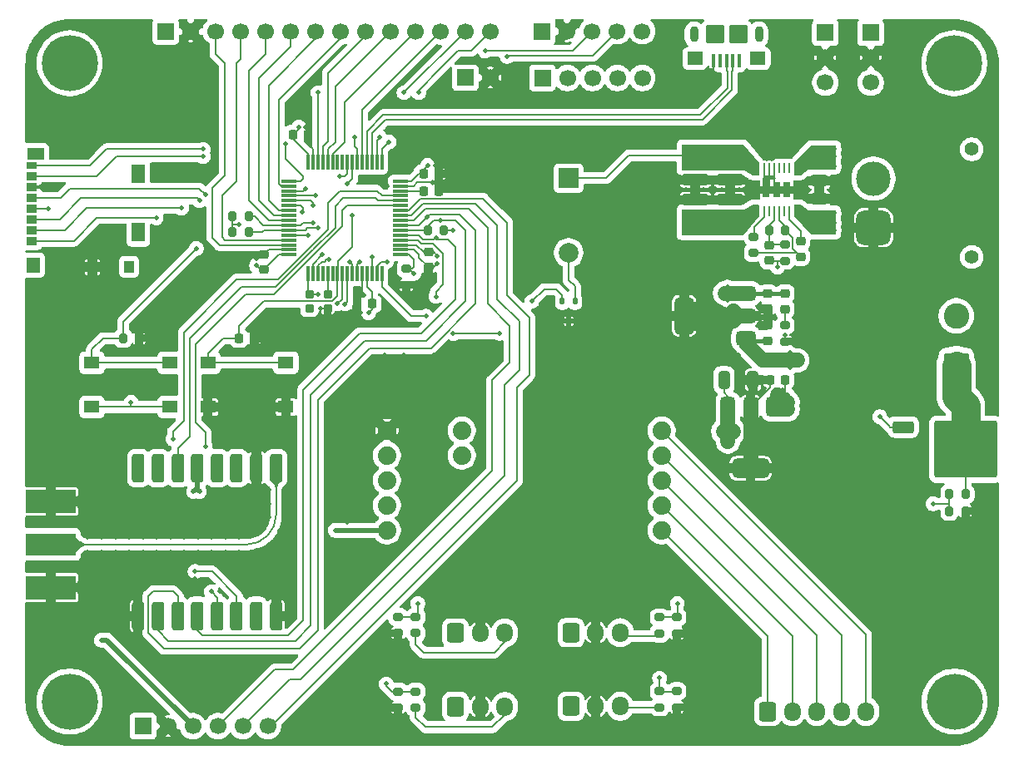
<source format=gtl>
%TF.GenerationSoftware,KiCad,Pcbnew,9.0.5*%
%TF.CreationDate,2025-10-16T12:34:49-04:00*%
%TF.ProjectId,INFERNO,494e4645-524e-44f2-9e6b-696361645f70,rev?*%
%TF.SameCoordinates,Original*%
%TF.FileFunction,Copper,L1,Top*%
%TF.FilePolarity,Positive*%
%FSLAX46Y46*%
G04 Gerber Fmt 4.6, Leading zero omitted, Abs format (unit mm)*
G04 Created by KiCad (PCBNEW 9.0.5) date 2025-10-16 12:34:49*
%MOMM*%
%LPD*%
G01*
G04 APERTURE LIST*
G04 Aperture macros list*
%AMRoundRect*
0 Rectangle with rounded corners*
0 $1 Rounding radius*
0 $2 $3 $4 $5 $6 $7 $8 $9 X,Y pos of 4 corners*
0 Add a 4 corners polygon primitive as box body*
4,1,4,$2,$3,$4,$5,$6,$7,$8,$9,$2,$3,0*
0 Add four circle primitives for the rounded corners*
1,1,$1+$1,$2,$3*
1,1,$1+$1,$4,$5*
1,1,$1+$1,$6,$7*
1,1,$1+$1,$8,$9*
0 Add four rect primitives between the rounded corners*
20,1,$1+$1,$2,$3,$4,$5,0*
20,1,$1+$1,$4,$5,$6,$7,0*
20,1,$1+$1,$6,$7,$8,$9,0*
20,1,$1+$1,$8,$9,$2,$3,0*%
G04 Aperture macros list end*
%TA.AperFunction,Conductor*%
%ADD10C,0.000000*%
%TD*%
%TA.AperFunction,EtchedComponent*%
%ADD11C,0.000000*%
%TD*%
%TA.AperFunction,SMDPad,CuDef*%
%ADD12RoundRect,0.200000X0.275000X-0.200000X0.275000X0.200000X-0.275000X0.200000X-0.275000X-0.200000X0*%
%TD*%
%TA.AperFunction,ComponentPad*%
%ADD13RoundRect,0.250000X-0.600000X-0.725000X0.600000X-0.725000X0.600000X0.725000X-0.600000X0.725000X0*%
%TD*%
%TA.AperFunction,ComponentPad*%
%ADD14O,1.700000X1.950000*%
%TD*%
%TA.AperFunction,SMDPad,CuDef*%
%ADD15R,1.100000X0.850000*%
%TD*%
%TA.AperFunction,SMDPad,CuDef*%
%ADD16R,1.100000X0.750000*%
%TD*%
%TA.AperFunction,SMDPad,CuDef*%
%ADD17R,1.000000X1.200000*%
%TD*%
%TA.AperFunction,SMDPad,CuDef*%
%ADD18R,1.350000X1.550000*%
%TD*%
%TA.AperFunction,SMDPad,CuDef*%
%ADD19R,1.350000X1.900000*%
%TD*%
%TA.AperFunction,SMDPad,CuDef*%
%ADD20R,1.800000X1.170000*%
%TD*%
%TA.AperFunction,SMDPad,CuDef*%
%ADD21RoundRect,0.375000X-0.375000X0.625000X-0.375000X-0.625000X0.375000X-0.625000X0.375000X0.625000X0*%
%TD*%
%TA.AperFunction,SMDPad,CuDef*%
%ADD22RoundRect,0.500000X-1.400000X0.500000X-1.400000X-0.500000X1.400000X-0.500000X1.400000X0.500000X0*%
%TD*%
%TA.AperFunction,ComponentPad*%
%ADD23C,3.600000*%
%TD*%
%TA.AperFunction,ConnectorPad*%
%ADD24C,5.700000*%
%TD*%
%TA.AperFunction,ComponentPad*%
%ADD25RoundRect,0.250000X1.050000X-1.050000X1.050000X1.050000X-1.050000X1.050000X-1.050000X-1.050000X0*%
%TD*%
%TA.AperFunction,ComponentPad*%
%ADD26C,2.600000*%
%TD*%
%TA.AperFunction,ComponentPad*%
%ADD27R,1.700000X1.700000*%
%TD*%
%TA.AperFunction,ComponentPad*%
%ADD28C,1.700000*%
%TD*%
%TA.AperFunction,SMDPad,CuDef*%
%ADD29RoundRect,0.200000X0.200000X0.275000X-0.200000X0.275000X-0.200000X-0.275000X0.200000X-0.275000X0*%
%TD*%
%TA.AperFunction,SMDPad,CuDef*%
%ADD30RoundRect,0.225000X-0.250000X0.225000X-0.250000X-0.225000X0.250000X-0.225000X0.250000X0.225000X0*%
%TD*%
%TA.AperFunction,SMDPad,CuDef*%
%ADD31RoundRect,0.375000X0.625000X0.375000X-0.625000X0.375000X-0.625000X-0.375000X0.625000X-0.375000X0*%
%TD*%
%TA.AperFunction,SMDPad,CuDef*%
%ADD32RoundRect,0.500000X0.500000X1.400000X-0.500000X1.400000X-0.500000X-1.400000X0.500000X-1.400000X0*%
%TD*%
%TA.AperFunction,SMDPad,CuDef*%
%ADD33RoundRect,0.200000X-0.200000X-0.275000X0.200000X-0.275000X0.200000X0.275000X-0.200000X0.275000X0*%
%TD*%
%TA.AperFunction,SMDPad,CuDef*%
%ADD34C,0.573194*%
%TD*%
%TA.AperFunction,SMDPad,CuDef*%
%ADD35R,0.249999X1.000000*%
%TD*%
%TA.AperFunction,SMDPad,CuDef*%
%ADD36C,0.675000*%
%TD*%
%TA.AperFunction,SMDPad,CuDef*%
%ADD37R,0.800001X1.599999*%
%TD*%
%TA.AperFunction,SMDPad,CuDef*%
%ADD38RoundRect,0.317500X0.317500X-1.157500X0.317500X1.157500X-0.317500X1.157500X-0.317500X-1.157500X0*%
%TD*%
%TA.AperFunction,SMDPad,CuDef*%
%ADD39RoundRect,0.100000X0.100000X0.575000X-0.100000X0.575000X-0.100000X-0.575000X0.100000X-0.575000X0*%
%TD*%
%TA.AperFunction,HeatsinkPad*%
%ADD40O,0.900000X1.600000*%
%TD*%
%TA.AperFunction,SMDPad,CuDef*%
%ADD41RoundRect,0.250000X0.550000X0.450000X-0.550000X0.450000X-0.550000X-0.450000X0.550000X-0.450000X0*%
%TD*%
%TA.AperFunction,SMDPad,CuDef*%
%ADD42RoundRect,0.250000X0.700000X0.700000X-0.700000X0.700000X-0.700000X-0.700000X0.700000X-0.700000X0*%
%TD*%
%TA.AperFunction,SMDPad,CuDef*%
%ADD43RoundRect,0.250000X-1.100000X0.325000X-1.100000X-0.325000X1.100000X-0.325000X1.100000X0.325000X0*%
%TD*%
%TA.AperFunction,SMDPad,CuDef*%
%ADD44RoundRect,0.200000X-0.275000X0.200000X-0.275000X-0.200000X0.275000X-0.200000X0.275000X0.200000X0*%
%TD*%
%TA.AperFunction,SMDPad,CuDef*%
%ADD45RoundRect,0.250000X0.650000X-0.325000X0.650000X0.325000X-0.650000X0.325000X-0.650000X-0.325000X0*%
%TD*%
%TA.AperFunction,SMDPad,CuDef*%
%ADD46RoundRect,0.225000X0.225000X0.250000X-0.225000X0.250000X-0.225000X-0.250000X0.225000X-0.250000X0*%
%TD*%
%TA.AperFunction,SMDPad,CuDef*%
%ADD47RoundRect,0.225000X0.250000X-0.225000X0.250000X0.225000X-0.250000X0.225000X-0.250000X-0.225000X0*%
%TD*%
%TA.AperFunction,SMDPad,CuDef*%
%ADD48R,5.080000X2.290000*%
%TD*%
%TA.AperFunction,SMDPad,CuDef*%
%ADD49R,5.080000X2.420000*%
%TD*%
%TA.AperFunction,SMDPad,CuDef*%
%ADD50R,0.950000X0.460000*%
%TD*%
%TA.AperFunction,ComponentPad*%
%ADD51C,0.970000*%
%TD*%
%TA.AperFunction,ComponentPad*%
%ADD52R,2.000000X2.000000*%
%TD*%
%TA.AperFunction,ComponentPad*%
%ADD53C,2.000000*%
%TD*%
%TA.AperFunction,SMDPad,CuDef*%
%ADD54RoundRect,0.225000X-0.225000X-0.250000X0.225000X-0.250000X0.225000X0.250000X-0.225000X0.250000X0*%
%TD*%
%TA.AperFunction,SMDPad,CuDef*%
%ADD55RoundRect,0.200000X0.250000X-0.200000X0.250000X0.200000X-0.250000X0.200000X-0.250000X-0.200000X0*%
%TD*%
%TA.AperFunction,SMDPad,CuDef*%
%ADD56RoundRect,0.250000X1.100000X-0.325000X1.100000X0.325000X-1.100000X0.325000X-1.100000X-0.325000X0*%
%TD*%
%TA.AperFunction,SMDPad,CuDef*%
%ADD57RoundRect,0.218750X0.256250X-0.218750X0.256250X0.218750X-0.256250X0.218750X-0.256250X-0.218750X0*%
%TD*%
%TA.AperFunction,SMDPad,CuDef*%
%ADD58RoundRect,0.250000X-0.325000X-0.650000X0.325000X-0.650000X0.325000X0.650000X-0.325000X0.650000X0*%
%TD*%
%TA.AperFunction,SMDPad,CuDef*%
%ADD59R,1.550000X1.300000*%
%TD*%
%TA.AperFunction,ComponentPad*%
%ADD60C,1.400000*%
%TD*%
%TA.AperFunction,ComponentPad*%
%ADD61RoundRect,0.770000X-0.980000X0.980000X-0.980000X-0.980000X0.980000X-0.980000X0.980000X0.980000X0*%
%TD*%
%TA.AperFunction,ComponentPad*%
%ADD62C,3.500000*%
%TD*%
%TA.AperFunction,SMDPad,CuDef*%
%ADD63RoundRect,0.112500X0.112500X0.237500X-0.112500X0.237500X-0.112500X-0.237500X0.112500X-0.237500X0*%
%TD*%
%TA.AperFunction,SMDPad,CuDef*%
%ADD64RoundRect,0.075000X0.075000X-0.700000X0.075000X0.700000X-0.075000X0.700000X-0.075000X-0.700000X0*%
%TD*%
%TA.AperFunction,SMDPad,CuDef*%
%ADD65RoundRect,0.075000X0.700000X-0.075000X0.700000X0.075000X-0.700000X0.075000X-0.700000X-0.075000X0*%
%TD*%
%TA.AperFunction,ComponentPad*%
%ADD66C,1.879600*%
%TD*%
%TA.AperFunction,SMDPad,CuDef*%
%ADD67RoundRect,0.250000X-0.650000X0.325000X-0.650000X-0.325000X0.650000X-0.325000X0.650000X0.325000X0*%
%TD*%
%TA.AperFunction,SMDPad,CuDef*%
%ADD68RoundRect,0.250000X-0.850000X-0.350000X0.850000X-0.350000X0.850000X0.350000X-0.850000X0.350000X0*%
%TD*%
%TA.AperFunction,SMDPad,CuDef*%
%ADD69RoundRect,0.249997X-2.950003X-2.650003X2.950003X-2.650003X2.950003X2.650003X-2.950003X2.650003X0*%
%TD*%
%TA.AperFunction,ViaPad*%
%ADD70C,0.500000*%
%TD*%
%TA.AperFunction,Conductor*%
%ADD71C,0.200000*%
%TD*%
%TA.AperFunction,Conductor*%
%ADD72C,3.000000*%
%TD*%
%TA.AperFunction,Conductor*%
%ADD73C,0.173500*%
%TD*%
%TA.AperFunction,Conductor*%
%ADD74C,1.500000*%
%TD*%
%TA.AperFunction,Conductor*%
%ADD75C,0.500000*%
%TD*%
%TA.AperFunction,Conductor*%
%ADD76C,0.400000*%
%TD*%
%TA.AperFunction,Conductor*%
%ADD77C,0.156500*%
%TD*%
%TA.AperFunction,Conductor*%
%ADD78C,0.342100*%
%TD*%
G04 APERTURE END LIST*
D10*
%TA.AperFunction,Conductor*%
%TO.N,+5VD*%
G36*
X205094572Y-99442464D02*
G01*
X205094572Y-100602402D01*
X203544572Y-102491464D01*
X197244572Y-102491464D01*
X197244572Y-99891464D01*
X203644572Y-99891464D01*
X204394572Y-99442462D01*
X205094572Y-99442464D01*
G37*
%TD.AperFunction*%
%TA.AperFunction,Conductor*%
%TO.N,LIPO+*%
G36*
X210094572Y-99991464D02*
G01*
X212944572Y-99991464D01*
X212944572Y-102441464D01*
X210344572Y-102441464D01*
X208719572Y-100592464D01*
X208694572Y-99442464D01*
X209419573Y-99442464D01*
X210094572Y-99991464D01*
G37*
%TD.AperFunction*%
%TA.AperFunction,Conductor*%
G36*
X212943084Y-95795502D02*
G01*
X210093084Y-95795502D01*
X209414572Y-96344502D01*
X208693084Y-96344502D01*
X208718084Y-95191464D01*
X210343084Y-93345502D01*
X212943084Y-93345502D01*
X212943084Y-95795502D01*
G37*
%TD.AperFunction*%
%TA.AperFunction,Conductor*%
%TO.N,+5VD*%
G36*
X205100899Y-95174780D02*
G01*
X205100899Y-96334718D01*
X204400899Y-96334720D01*
X203650899Y-95885718D01*
X197250899Y-95885718D01*
X197250899Y-93285718D01*
X203550899Y-93285718D01*
X205100899Y-95174780D01*
G37*
%TD.AperFunction*%
D11*
%TA.AperFunction,EtchedComponent*%
%TD*%
%TO.C,U4*%
G36*
X204569573Y-95190466D02*
G01*
X204619573Y-95240463D01*
X204619573Y-95483465D01*
X204652572Y-95516465D01*
X204835572Y-95516465D01*
X204869572Y-95489465D01*
X204869572Y-95241464D01*
X204919572Y-95191464D01*
X205069572Y-95191464D01*
X205119572Y-95241464D01*
X205119574Y-96340464D01*
X205069572Y-96390464D01*
X204419573Y-96390466D01*
X204369573Y-96340464D01*
X204369573Y-95240463D01*
X204419573Y-95190464D01*
X204569573Y-95190466D01*
G37*
%TD.AperFunction*%
%TA.AperFunction,EtchedComponent*%
%TO.C,U4*%
G36*
X205069572Y-99392464D02*
G01*
X205119574Y-99442464D01*
X205119572Y-100541464D01*
X205069572Y-100591464D01*
X204919572Y-100591464D01*
X204869572Y-100541464D01*
X204869572Y-100293463D01*
X204835572Y-100266463D01*
X204652572Y-100266463D01*
X204619573Y-100299463D01*
X204619573Y-100542465D01*
X204569573Y-100592462D01*
X204419573Y-100592464D01*
X204369573Y-100542465D01*
X204369573Y-99442464D01*
X204419573Y-99392462D01*
X205069572Y-99392464D01*
G37*
%TD.AperFunction*%
%TA.AperFunction,EtchedComponent*%
G36*
X208869572Y-95190466D02*
G01*
X208919572Y-95240463D01*
X208919572Y-95483465D01*
X208952571Y-95516465D01*
X209135571Y-95516465D01*
X209169571Y-95489465D01*
X209169571Y-95241464D01*
X209219571Y-95191464D01*
X209369571Y-95191464D01*
X209419573Y-95241464D01*
X209419573Y-96340464D01*
X209369571Y-96390464D01*
X208719572Y-96390466D01*
X208669572Y-96340464D01*
X208669572Y-95240463D01*
X208719572Y-95190464D01*
X208869572Y-95190466D01*
G37*
%TD.AperFunction*%
%TA.AperFunction,EtchedComponent*%
G36*
X209369571Y-99392464D02*
G01*
X209419573Y-99442464D01*
X209419573Y-100541464D01*
X209369571Y-100591464D01*
X209219571Y-100591464D01*
X209169571Y-100541464D01*
X209169571Y-100293463D01*
X209135571Y-100266463D01*
X208952571Y-100266463D01*
X208919572Y-100299463D01*
X208919572Y-100542465D01*
X208869572Y-100592462D01*
X208719572Y-100592464D01*
X208669572Y-100542465D01*
X208669572Y-99442464D01*
X208719572Y-99392462D01*
X209369571Y-99392464D01*
G37*
%TD.AperFunction*%
%TD*%
D12*
%TO.P,R17,1*%
%TO.N,GNDREF*%
X207750000Y-113325000D03*
%TO.P,R17,2*%
%TO.N,Net-(D1-K)*%
X207750000Y-111675000D03*
%TD*%
D13*
%TO.P,J9,1,Pin_1*%
%TO.N,+5VA*%
X185993279Y-150482633D03*
D14*
%TO.P,J9,2,Pin_2*%
%TO.N,GNDREF*%
X188493279Y-150482633D03*
%TO.P,J9,3,Pin_3*%
%TO.N,Net-(J9-Pin_3)*%
X190993279Y-150482633D03*
%TD*%
D15*
%TO.P,J1,1,DAT2*%
%TO.N,SDMMC_D2*%
X131175000Y-103085000D03*
%TO.P,J1,2,DAT3/CD*%
%TO.N,SDMMC_D3*%
X131175000Y-101985000D03*
%TO.P,J1,3,CMD*%
%TO.N,SDMMC_CMD*%
X131175000Y-100885000D03*
%TO.P,J1,4,VDD*%
%TO.N,+3V3*%
X131175000Y-99785000D03*
%TO.P,J1,5,CLK*%
%TO.N,SDMMC_CK*%
X131175000Y-98685000D03*
%TO.P,J1,6,VSS*%
%TO.N,GNDREF*%
X131175000Y-97585000D03*
%TO.P,J1,7,DAT0*%
%TO.N,SDMMC_D0*%
X131175000Y-96485000D03*
D16*
%TO.P,J1,8,DAT1*%
%TO.N,SDMMC_D1*%
X131175000Y-95435000D03*
D17*
%TO.P,J1,9,SHIELD*%
%TO.N,GNDREF*%
X137325000Y-105720000D03*
%TO.P,J1,10*%
%TO.N,N/C*%
X141025000Y-105720000D03*
D18*
%TO.P,J1,11*%
X131300000Y-105545000D03*
D19*
X142000000Y-102220000D03*
X142000000Y-96250000D03*
D20*
X131525000Y-94225000D03*
%TD*%
D21*
%TO.P,U5,1,VI*%
%TO.N,LIPO+*%
X206550000Y-119950000D03*
%TO.P,U5,2,GND*%
%TO.N,GNDREF*%
X204250000Y-119950000D03*
D22*
X204250000Y-126250000D03*
D21*
%TO.P,U5,3,VO*%
%TO.N,+5VA*%
X201950000Y-119950000D03*
%TD*%
D23*
%TO.P,H4,1*%
%TO.N,N/C*%
X135000000Y-150000000D03*
D24*
X135000000Y-150000000D03*
%TD*%
D25*
%TO.P,J15,1,Pin_1*%
%TO.N,PY-*%
X225172500Y-115795000D03*
D26*
%TO.P,J15,2,Pin_2*%
%TO.N,LIPO+*%
X225172500Y-110715000D03*
%TD*%
D27*
%TO.P,J13,1,Pin_1*%
%TO.N,+5VA*%
X142460000Y-152500000D03*
D28*
%TO.P,J13,2,Pin_2*%
%TO.N,GNDREF*%
X145000000Y-152500000D03*
%TO.P,J13,3,Pin_3*%
%TO.N,+3V3*%
X147540000Y-152500000D03*
%TO.P,J13,4,Pin_4*%
%TO.N,ALG3*%
X150080000Y-152500000D03*
%TO.P,J13,5,Pin_5*%
%TO.N,ALG2*%
X152620000Y-152500000D03*
%TO.P,J13,6,Pin_6*%
%TO.N,ALG1*%
X155160000Y-152500000D03*
%TD*%
D27*
%TO.P,J7,1,Pin_1*%
%TO.N,+3V3*%
X183070982Y-81739850D03*
D28*
%TO.P,J7,2,Pin_2*%
%TO.N,GNDREF*%
X185610982Y-81739850D03*
%TO.P,J7,3,Pin_3*%
%TO.N,SWDIO*%
X188150982Y-81739850D03*
%TO.P,J7,4,Pin_4*%
%TO.N,SWCLK*%
X190690982Y-81739850D03*
%TO.P,J7,5,Pin_5*%
%TO.N,NRST*%
X193230982Y-81739850D03*
%TD*%
D29*
%TO.P,R4,1*%
%TO.N,SDA*%
X153225000Y-102200000D03*
%TO.P,R4,2*%
%TO.N,+3V3*%
X151575000Y-102200000D03*
%TD*%
D30*
%TO.P,C14,1*%
%TO.N,Net-(U4-SS)*%
X209344572Y-103141464D03*
%TO.P,C14,2*%
%TO.N,GNDA*%
X209344572Y-104691464D03*
%TD*%
D27*
%TO.P,J8,1,Pin_1*%
%TO.N,+3V3*%
X144777112Y-81762287D03*
D28*
%TO.P,J8,2,Pin_2*%
%TO.N,GNDREF*%
X147317112Y-81762287D03*
%TO.P,J8,3,Pin_3*%
%TO.N,PB9*%
X149857112Y-81762287D03*
%TO.P,J8,4,Pin_4*%
%TO.N,PB8*%
X152397112Y-81762287D03*
%TO.P,J8,5,Pin_5*%
%TO.N,PB5*%
X154937112Y-81762287D03*
%TO.P,J8,6,Pin_6*%
%TO.N,PB4*%
X157477112Y-81762287D03*
%TO.P,J8,7,Pin_7*%
%TO.N,PB3*%
X160017112Y-81762287D03*
%TO.P,J8,8,Pin_8*%
%TO.N,PA15*%
X162557112Y-81762287D03*
%TO.P,J8,9,Pin_9*%
%TO.N,PA12*%
X165097112Y-81762287D03*
%TO.P,J8,10,Pin_10*%
%TO.N,PA11*%
X167637112Y-81762287D03*
%TO.P,J8,11,Pin_11*%
%TO.N,PA10*%
X170177112Y-81762287D03*
%TO.P,J8,12,Pin_12*%
%TO.N,PC6*%
X172717112Y-81762287D03*
%TO.P,J8,13,Pin_13*%
%TO.N,PB13*%
X175257112Y-81762287D03*
%TO.P,J8,14,Pin_14*%
%TO.N,PB12*%
X177797112Y-81762287D03*
%TD*%
D27*
%TO.P,J17,1,Pin_1*%
%TO.N,LED*%
X175250000Y-86475000D03*
D28*
%TO.P,J17,2,Pin_2*%
%TO.N,GNDREF*%
X177790000Y-86475000D03*
%TD*%
D31*
%TO.P,U6,1,IN*%
%TO.N,LIPO+*%
X203800000Y-113025000D03*
%TO.P,U6,2,GND*%
%TO.N,GNDREF*%
X203800000Y-110725000D03*
D32*
X197500000Y-110725000D03*
D31*
%TO.P,U6,3,OUT*%
%TO.N,+3V3*%
X203800000Y-108425000D03*
%TD*%
D29*
%TO.P,R2,1*%
%TO.N,GNDREF*%
X226125000Y-130602500D03*
%TO.P,R2,2*%
%TO.N,CONT*%
X224475000Y-130602500D03*
%TD*%
D12*
%TO.P,R15,1*%
%TO.N,Net-(J10-Pin_3)*%
X195000000Y-143075000D03*
%TO.P,R15,2*%
%TO.N,HALL2*%
X195000000Y-141425000D03*
%TD*%
D33*
%TO.P,R1,1*%
%TO.N,Net-(U2-BOOT0)*%
X140425000Y-113000000D03*
%TO.P,R1,2*%
%TO.N,GNDREF*%
X142075000Y-113000000D03*
%TD*%
D34*
%TO.P,U4,1,VOUT*%
%TO.N,+5VD*%
X204744508Y-99948023D03*
D35*
%TO.P,U4,2,MODE*%
%TO.N,Net-(U4-MODE)*%
X205644572Y-100091465D03*
%TO.P,U4,3,EN*%
%TO.N,unconnected-(U4-EN-Pad3)*%
X206144571Y-100091465D03*
%TO.P,U4,4,FB*%
%TO.N,/Power/FB*%
X206644572Y-100091465D03*
%TO.P,U4,5,AGND*%
%TO.N,GNDA*%
X207144572Y-100091465D03*
%TO.P,U4,6,PG*%
%TO.N,unconnected-(U4-PG-Pad6)*%
X207644573Y-100091465D03*
%TO.P,U4,7,SS*%
%TO.N,Net-(U4-SS)*%
X208144572Y-100091465D03*
D34*
%TO.P,U4,8,VIN*%
%TO.N,LIPO+*%
X209044507Y-99948023D03*
D36*
%TO.P,U4,9,VIN*%
X209044573Y-96015466D03*
D35*
%TO.P,U4,10,SW*%
%TO.N,unconnected-(U4-SW-Pad10)*%
X208144572Y-95691463D03*
%TO.P,U4,11,SW*%
%TO.N,unconnected-(U4-SW-Pad11)*%
X207644573Y-95691463D03*
%TO.P,U4,12,BOOT*%
%TO.N,unconnected-(U4-BOOT-Pad12)*%
X207144572Y-95691463D03*
%TO.P,U4,13,NC*%
%TO.N,GNDREF*%
X206644572Y-95691463D03*
%TO.P,U4,14,NC*%
X206144571Y-95691463D03*
%TO.P,U4,15,NC*%
X205644572Y-95691463D03*
D36*
%TO.P,U4,16,VOUT*%
%TO.N,+5VD*%
X204744574Y-96015466D03*
D37*
%TO.P,U4,17,PGND*%
%TO.N,GNDREF*%
X205844572Y-97891464D03*
%TO.P,U4,18,PGND*%
X206894572Y-97891464D03*
%TO.P,U4,19,PGND*%
X207944572Y-97891464D03*
%TD*%
D38*
%TO.P,U1,1,GND*%
%TO.N,GNDREF*%
X142000000Y-141275000D03*
%TO.P,U1,2,MISO*%
%TO.N,MISO*%
X144000000Y-141275000D03*
%TO.P,U1,3,MOSI*%
%TO.N,MOSI*%
X146000000Y-141275000D03*
%TO.P,U1,4,SCK*%
%TO.N,SCK*%
X148000000Y-141275000D03*
%TO.P,U1,5,NSS*%
%TO.N,LoRa_CS*%
X150000000Y-141275000D03*
%TO.P,U1,6,RESET*%
%TO.N,LoRa_RST*%
X152000000Y-141275000D03*
%TO.P,U1,7,DIO5*%
%TO.N,unconnected-(U1-DIO5-Pad7)*%
X154000000Y-141275000D03*
%TO.P,U1,8,GND*%
%TO.N,GNDREF*%
X156000000Y-141275000D03*
%TO.P,U1,9,ANT*%
%TO.N,Net-(J2-In)*%
X156000000Y-126225000D03*
%TO.P,U1,10,GND*%
%TO.N,GNDREF*%
X154000000Y-126225000D03*
%TO.P,U1,11,DIO3*%
%TO.N,unconnected-(U1-DIO3-Pad11)*%
X152000000Y-126225000D03*
%TO.P,U1,12,DIO4*%
%TO.N,unconnected-(U1-DIO4-Pad12)*%
X150000000Y-126225000D03*
%TO.P,U1,13,3.3V*%
%TO.N,+3V3*%
X148000000Y-126225000D03*
%TO.P,U1,14,DIO0*%
%TO.N,LoRa_INT*%
X146000000Y-126225000D03*
%TO.P,U1,15,DIO1*%
%TO.N,unconnected-(U1-DIO1-Pad15)*%
X144000000Y-126225000D03*
%TO.P,U1,16,DIO2*%
%TO.N,unconnected-(U1-DIO2-Pad16)*%
X142000000Y-126225000D03*
%TD*%
D33*
%TO.P,R6,1*%
%TO.N,CONT*%
X224475000Y-128852500D03*
%TO.P,R6,2*%
%TO.N,PY-*%
X226125000Y-128852500D03*
%TD*%
%TO.P,R18,1*%
%TO.N,/Power/FB*%
X206125899Y-101985718D03*
%TO.P,R18,2*%
%TO.N,GNDA*%
X207775899Y-101985718D03*
%TD*%
D39*
%TO.P,J16,1,VBUS*%
%TO.N,unconnected-(J16-VBUS-Pad1)*%
X203107112Y-84737287D03*
%TO.P,J16,2,D-*%
%TO.N,USB_D-*%
X202457112Y-84737287D03*
%TO.P,J16,3,D+*%
%TO.N,USB_D+*%
X201807112Y-84737287D03*
%TO.P,J16,4,ID*%
%TO.N,unconnected-(J16-ID-Pad4)*%
X201157112Y-84737287D03*
%TO.P,J16,5,GND*%
%TO.N,GNDREF*%
X200507112Y-84737287D03*
D40*
%TO.P,J16,6,Shield*%
%TO.N,unconnected-(J16-Shield-Pad6)*%
X205107112Y-82062287D03*
D41*
%TO.N,unconnected-(J16-Shield-Pad6)_4*%
X205007112Y-84512287D03*
D42*
%TO.N,unconnected-(J16-Shield-Pad6)_1*%
X203007112Y-82062287D03*
%TO.N,unconnected-(J16-Shield-Pad6)_3*%
X200607112Y-82062287D03*
D41*
%TO.N,unconnected-(J16-Shield-Pad6)_2*%
X198607112Y-84512287D03*
D40*
%TO.N,unconnected-(J16-Shield-Pad6)_5*%
X198507112Y-82062287D03*
%TD*%
D12*
%TO.P,R14,1*%
%TO.N,Net-(J9-Pin_3)*%
X195000000Y-150575000D03*
%TO.P,R14,2*%
%TO.N,HALL1*%
X195000000Y-148925000D03*
%TD*%
D43*
%TO.P,C18,1*%
%TO.N,+5VD*%
X202144572Y-93916464D03*
%TO.P,C18,2*%
%TO.N,GNDREF*%
X202144572Y-96866464D03*
%TD*%
D44*
%TO.P,R13,1*%
%TO.N,HALL2*%
X196750000Y-141425000D03*
%TO.P,R13,2*%
%TO.N,GNDREF*%
X196750000Y-143075000D03*
%TD*%
%TO.P,R19,1*%
%TO.N,/Power/FB*%
X207750899Y-103460718D03*
%TO.P,R19,2*%
%TO.N,+5VD*%
X207750899Y-105110718D03*
%TD*%
D23*
%TO.P,H2,1*%
%TO.N,N/C*%
X224972319Y-84996615D03*
D24*
X224972319Y-84996615D03*
%TD*%
D44*
%TO.P,R16,1*%
%TO.N,Net-(U4-MODE)*%
X204550899Y-102660718D03*
%TO.P,R16,2*%
%TO.N,GNDA*%
X204550899Y-104310718D03*
%TD*%
D43*
%TO.P,C15,1*%
%TO.N,+5VD*%
X198644572Y-93916464D03*
%TO.P,C15,2*%
%TO.N,GNDREF*%
X198644572Y-96866464D03*
%TD*%
D45*
%TO.P,C8,1*%
%TO.N,LIPO+*%
X211250000Y-101725000D03*
%TO.P,C8,2*%
%TO.N,GNDREF*%
X211250000Y-98775000D03*
%TD*%
D46*
%TO.P,C10,1*%
%TO.N,LIPO+*%
X207750000Y-117250000D03*
%TO.P,C10,2*%
%TO.N,GNDREF*%
X206200000Y-117250000D03*
%TD*%
D44*
%TO.P,R11,1*%
%TO.N,PT2*%
X168400000Y-141375000D03*
%TO.P,R11,2*%
%TO.N,GNDREF*%
X168400000Y-143025000D03*
%TD*%
D27*
%TO.P,J12,1,Pin_1*%
%TO.N,SCL*%
X183081184Y-86497856D03*
D28*
%TO.P,J12,2,Pin_2*%
%TO.N,SDA*%
X185621184Y-86497856D03*
%TO.P,J12,3,Pin_3*%
%TO.N,MOSI*%
X188161184Y-86497856D03*
%TO.P,J12,4,Pin_4*%
%TO.N,MISO*%
X190701184Y-86497856D03*
%TO.P,J12,5,Pin_5*%
%TO.N,SCK*%
X193241184Y-86497856D03*
%TD*%
D47*
%TO.P,C19,1*%
%TO.N,+5VD*%
X206144572Y-105066464D03*
%TO.P,C19,2*%
%TO.N,/Power/FB*%
X206144572Y-103516464D03*
%TD*%
D48*
%TO.P,J2,1,In*%
%TO.N,Net-(J2-In)*%
X133070000Y-134000000D03*
D49*
%TO.P,J2,2,Ext*%
%TO.N,GNDREF*%
X133070000Y-129620000D03*
X133070000Y-138380000D03*
D50*
X136060000Y-129620000D03*
X136060000Y-138380000D03*
D51*
X136510000Y-129620000D03*
X136510000Y-138380000D03*
%TD*%
D13*
%TO.P,J4,1,Pin_1*%
%TO.N,+5VA*%
X174250000Y-150500000D03*
D14*
%TO.P,J4,2,Pin_2*%
%TO.N,GNDREF*%
X176750000Y-150500000D03*
%TO.P,J4,3,Pin_3*%
%TO.N,Net-(J4-Pin_3)*%
X179250000Y-150500000D03*
%TD*%
D52*
%TO.P,BZ1,1,+*%
%TO.N,+5VD*%
X185750000Y-96700000D03*
D53*
%TO.P,BZ1,2,-*%
%TO.N,Net-(BZ1--)*%
X185750000Y-104300000D03*
%TD*%
D54*
%TO.P,C1,1*%
%TO.N,NRST*%
X152225000Y-113000000D03*
%TO.P,C1,2*%
%TO.N,GNDREF*%
X153775000Y-113000000D03*
%TD*%
%TO.P,C2,1*%
%TO.N,Net-(U2-VCAP_1)*%
X170975000Y-98000000D03*
%TO.P,C2,2*%
%TO.N,GNDREF*%
X172525000Y-98000000D03*
%TD*%
D44*
%TO.P,R12,1*%
%TO.N,HALL1*%
X196750000Y-148925000D03*
%TO.P,R12,2*%
%TO.N,GNDREF*%
X196750000Y-150575000D03*
%TD*%
D30*
%TO.P,C13,1*%
%TO.N,+3V3*%
X206000000Y-108450000D03*
%TO.P,C13,2*%
%TO.N,GNDREF*%
X206000000Y-110000000D03*
%TD*%
D44*
%TO.P,R7,1*%
%TO.N,PYRO*%
X169250000Y-105925000D03*
%TO.P,R7,2*%
%TO.N,GNDREF*%
X169250000Y-107575000D03*
%TD*%
D55*
%TO.P,Y1,1,Tri-State*%
%TO.N,unconnected-(Y1-Tri-State-Pad1)*%
X159400000Y-109950000D03*
%TO.P,Y1,2,GND*%
%TO.N,GNDREF*%
X161250000Y-109950000D03*
%TO.P,Y1,3,OUT*%
%TO.N,Net-(U2-PH0)*%
X161250000Y-108500000D03*
%TO.P,Y1,4,VDD*%
%TO.N,+3V3*%
X159400000Y-108500000D03*
%TD*%
D54*
%TO.P,C6,1*%
%TO.N,+3V3*%
X170975000Y-96250000D03*
%TO.P,C6,2*%
%TO.N,GNDREF*%
X172525000Y-96250000D03*
%TD*%
D56*
%TO.P,C16,1*%
%TO.N,+5VD*%
X198644572Y-101866464D03*
%TO.P,C16,2*%
%TO.N,GNDREF*%
X198644572Y-98916464D03*
%TD*%
D57*
%TO.P,D1,1,K*%
%TO.N,Net-(D1-K)*%
X207750000Y-110037500D03*
%TO.P,D1,2,A*%
%TO.N,+3V3*%
X207750000Y-108462500D03*
%TD*%
D13*
%TO.P,J3,1,Pin_1*%
%TO.N,Net-(J3-Pin_1)*%
X206000000Y-151000000D03*
D14*
%TO.P,J3,2,Pin_2*%
%TO.N,Net-(J3-Pin_2)*%
X208500000Y-151000000D03*
%TO.P,J3,3,Pin_3*%
%TO.N,Net-(J3-Pin_3)*%
X211000000Y-151000000D03*
%TO.P,J3,4,Pin_4*%
%TO.N,Net-(J3-Pin_4)*%
X213500000Y-151000000D03*
%TO.P,J3,5,Pin_5*%
%TO.N,Net-(J3-Pin_5)*%
X216000000Y-151000000D03*
%TD*%
D58*
%TO.P,C12,1*%
%TO.N,+5VA*%
X201550000Y-117250000D03*
%TO.P,C12,2*%
%TO.N,GNDREF*%
X204500000Y-117250000D03*
%TD*%
D30*
%TO.P,C3,1*%
%TO.N,+3V3*%
X171500000Y-104225000D03*
%TO.P,C3,2*%
%TO.N,GNDREF*%
X171500000Y-105775000D03*
%TD*%
D59*
%TO.P,SW2,1,1*%
%TO.N,NRST*%
X149050000Y-115500000D03*
X157000000Y-115500000D03*
%TO.P,SW2,2,2*%
%TO.N,GNDREF*%
X149050000Y-120000000D03*
X157000000Y-120000000D03*
%TD*%
D44*
%TO.P,R10,1*%
%TO.N,PT1*%
X168400000Y-148975000D03*
%TO.P,R10,2*%
%TO.N,GNDREF*%
X168400000Y-150625000D03*
%TD*%
D46*
%TO.P,C4,1*%
%TO.N,+3V3*%
X165775000Y-109500000D03*
%TO.P,C4,2*%
%TO.N,GNDREF*%
X164225000Y-109500000D03*
%TD*%
D13*
%TO.P,J5,1,Pin_1*%
%TO.N,+5VA*%
X174250000Y-143000000D03*
D14*
%TO.P,J5,2,Pin_2*%
%TO.N,GNDREF*%
X176750000Y-143000000D03*
%TO.P,J5,3,Pin_3*%
%TO.N,Net-(J5-Pin_3)*%
X179250000Y-143000000D03*
%TD*%
D56*
%TO.P,C17,1*%
%TO.N,+5VD*%
X202144572Y-101866464D03*
%TO.P,C17,2*%
%TO.N,GNDREF*%
X202144572Y-98916464D03*
%TD*%
D54*
%TO.P,C7,1*%
%TO.N,+3V3*%
X157725000Y-92250000D03*
%TO.P,C7,2*%
%TO.N,GNDREF*%
X159275000Y-92250000D03*
%TD*%
D47*
%TO.P,C5,1*%
%TO.N,+3V3*%
X154750000Y-106025000D03*
%TO.P,C5,2*%
%TO.N,GNDREF*%
X154750000Y-104475000D03*
%TD*%
D60*
%TO.P,J14,*%
%TO.N,*%
X226750000Y-93750000D03*
X226750000Y-104750000D03*
D61*
%TO.P,J14,1,Pin_1*%
%TO.N,GNDREF*%
X216750000Y-101750000D03*
D62*
%TO.P,J14,2,Pin_2*%
%TO.N,LIPO+*%
X216750000Y-96750000D03*
%TD*%
D12*
%TO.P,R8,1*%
%TO.N,Net-(J4-Pin_3)*%
X170200000Y-150625000D03*
%TO.P,R8,2*%
%TO.N,PT1*%
X170200000Y-148975000D03*
%TD*%
D27*
%TO.P,J11,1,Pin_1*%
%TO.N,+5VD*%
X216461367Y-81902576D03*
D28*
%TO.P,J11,2,Pin_2*%
%TO.N,GNDREF*%
X216461367Y-84442576D03*
%TO.P,J11,3,Pin_3*%
%TO.N,SERVO2*%
X216461367Y-86982576D03*
%TD*%
D63*
%TO.P,Q1,1,D*%
%TO.N,Net-(BZ1--)*%
X186400000Y-109250000D03*
%TO.P,Q1,2,G*%
%TO.N,Net-(Q1-G)*%
X185100000Y-109250000D03*
%TO.P,Q1,3,S*%
%TO.N,GNDREF*%
X185750000Y-111250000D03*
%TD*%
D12*
%TO.P,R9,1*%
%TO.N,Net-(J5-Pin_3)*%
X170200000Y-143025000D03*
%TO.P,R9,2*%
%TO.N,PT2*%
X170200000Y-141375000D03*
%TD*%
D13*
%TO.P,J10,1,Pin_1*%
%TO.N,+5VA*%
X185993279Y-142982633D03*
D14*
%TO.P,J10,2,Pin_2*%
%TO.N,GNDREF*%
X188493279Y-142982633D03*
%TO.P,J10,3,Pin_3*%
%TO.N,Net-(J10-Pin_3)*%
X190993279Y-142982633D03*
%TD*%
D33*
%TO.P,R3,1*%
%TO.N,MISO*%
X171425000Y-102000000D03*
%TO.P,R3,2*%
%TO.N,+3V3*%
X173075000Y-102000000D03*
%TD*%
D29*
%TO.P,R5,1*%
%TO.N,SCL*%
X153225000Y-100600000D03*
%TO.P,R5,2*%
%TO.N,+3V3*%
X151575000Y-100600000D03*
%TD*%
D64*
%TO.P,U2,1,VBAT*%
%TO.N,+3V3*%
X159250000Y-106425000D03*
%TO.P,U2,2,PC13*%
%TO.N,HX711_CLK*%
X159750000Y-106425000D03*
%TO.P,U2,3,PC14*%
%TO.N,HX711_DAT*%
X160250000Y-106425000D03*
%TO.P,U2,4,PC15*%
%TO.N,unconnected-(U2-PC15-Pad4)*%
X160750000Y-106425000D03*
%TO.P,U2,5,PH0*%
%TO.N,Net-(U2-PH0)*%
X161250000Y-106425000D03*
%TO.P,U2,6,PH1*%
%TO.N,unconnected-(U2-PH1-Pad6)*%
X161750000Y-106425000D03*
%TO.P,U2,7,NRST*%
%TO.N,NRST*%
X162250000Y-106425000D03*
%TO.P,U2,8,PC0*%
%TO.N,PT1*%
X162750000Y-106425000D03*
%TO.P,U2,9,PC1*%
%TO.N,PT2*%
X163250000Y-106425000D03*
%TO.P,U2,10,PC2*%
%TO.N,HALL1*%
X163750000Y-106425000D03*
%TO.P,U2,11,PC3*%
%TO.N,HALL2*%
X164250000Y-106425000D03*
%TO.P,U2,12,VSSA*%
%TO.N,GNDREF*%
X164750000Y-106425000D03*
%TO.P,U2,13,VDDA*%
%TO.N,+3V3*%
X165250000Y-106425000D03*
%TO.P,U2,14,PA0*%
%TO.N,SERVO1*%
X165750000Y-106425000D03*
%TO.P,U2,15,PA1*%
%TO.N,SERVO2*%
X166250000Y-106425000D03*
%TO.P,U2,16,PA2*%
%TO.N,Net-(Q1-G)*%
X166750000Y-106425000D03*
D65*
%TO.P,U2,17,PA3*%
%TO.N,PYRO*%
X168675000Y-104500000D03*
%TO.P,U2,18,VSS*%
%TO.N,GNDREF*%
X168675000Y-104000000D03*
%TO.P,U2,19,VDD*%
%TO.N,+3V3*%
X168675000Y-103500000D03*
%TO.P,U2,20,PA4*%
%TO.N,CONT*%
X168675000Y-103000000D03*
%TO.P,U2,21,PA5*%
%TO.N,SCK*%
X168675000Y-102500000D03*
%TO.P,U2,22,PA6*%
%TO.N,MISO*%
X168675000Y-102000000D03*
%TO.P,U2,23,PA7*%
%TO.N,MOSI*%
X168675000Y-101500000D03*
%TO.P,U2,24,PC4*%
%TO.N,ALG3*%
X168675000Y-101000000D03*
%TO.P,U2,25,PB0*%
%TO.N,ALG2*%
X168675000Y-100500000D03*
%TO.P,U2,26,PB1*%
%TO.N,ALG1*%
X168675000Y-100000000D03*
%TO.P,U2,27,PB2*%
%TO.N,LoRa_CS*%
X168675000Y-99500000D03*
%TO.P,U2,28,PB10*%
%TO.N,LoRa_INT*%
X168675000Y-99000000D03*
%TO.P,U2,29,PB11*%
%TO.N,LoRa_RST*%
X168675000Y-98500000D03*
%TO.P,U2,30,VCAP_1*%
%TO.N,Net-(U2-VCAP_1)*%
X168675000Y-98000000D03*
%TO.P,U2,31,VSS*%
%TO.N,GNDREF*%
X168675000Y-97500000D03*
%TO.P,U2,32,VDD*%
%TO.N,+3V3*%
X168675000Y-97000000D03*
D64*
%TO.P,U2,33,PB12*%
%TO.N,PB12*%
X166750000Y-95075000D03*
%TO.P,U2,34,PB13*%
%TO.N,PB13*%
X166250000Y-95075000D03*
%TO.P,U2,35,PB14*%
%TO.N,USB_D-*%
X165750000Y-95075000D03*
%TO.P,U2,36,PB15*%
%TO.N,USB_D+*%
X165250000Y-95075000D03*
%TO.P,U2,37,PC6*%
%TO.N,PC6*%
X164750000Y-95075000D03*
%TO.P,U2,38,PC7*%
%TO.N,LED*%
X164250000Y-95075000D03*
%TO.P,U2,39,PC8*%
%TO.N,SDMMC_D0*%
X163750000Y-95075000D03*
%TO.P,U2,40,PC9*%
%TO.N,SDMMC_D1*%
X163250000Y-95075000D03*
%TO.P,U2,41,PA8*%
%TO.N,unconnected-(U2-PA8-Pad41)*%
X162750000Y-95075000D03*
%TO.P,U2,42,PA9*%
%TO.N,unconnected-(U2-PA9-Pad42)*%
X162250000Y-95075000D03*
%TO.P,U2,43,PA10*%
%TO.N,PA10*%
X161750000Y-95075000D03*
%TO.P,U2,44,PA11*%
%TO.N,PA11*%
X161250000Y-95075000D03*
%TO.P,U2,45,PA12*%
%TO.N,PA12*%
X160750000Y-95075000D03*
%TO.P,U2,46,PA13*%
%TO.N,SWDIO*%
X160250000Y-95075000D03*
%TO.P,U2,47,VSS*%
%TO.N,GNDREF*%
X159750000Y-95075000D03*
%TO.P,U2,48,VDD*%
%TO.N,+3V3*%
X159250000Y-95075000D03*
D65*
%TO.P,U2,49,PA14*%
%TO.N,SWCLK*%
X157325000Y-97000000D03*
%TO.P,U2,50,PA15*%
%TO.N,PA15*%
X157325000Y-97500000D03*
%TO.P,U2,51,PC10*%
%TO.N,SDMMC_D2*%
X157325000Y-98000000D03*
%TO.P,U2,52,PC11*%
%TO.N,SDMMC_D3*%
X157325000Y-98500000D03*
%TO.P,U2,53,PC12*%
%TO.N,SDMMC_CK*%
X157325000Y-99000000D03*
%TO.P,U2,54,PD2*%
%TO.N,SDMMC_CMD*%
X157325000Y-99500000D03*
%TO.P,U2,55,PB3*%
%TO.N,PB3*%
X157325000Y-100000000D03*
%TO.P,U2,56,PB4*%
%TO.N,PB4*%
X157325000Y-100500000D03*
%TO.P,U2,57,PB5*%
%TO.N,PB5*%
X157325000Y-101000000D03*
%TO.P,U2,58,PB6*%
%TO.N,SCL*%
X157325000Y-101500000D03*
%TO.P,U2,59,PB7*%
%TO.N,SDA*%
X157325000Y-102000000D03*
%TO.P,U2,60,BOOT0*%
%TO.N,Net-(U2-BOOT0)*%
X157325000Y-102500000D03*
%TO.P,U2,61,PB8*%
%TO.N,PB8*%
X157325000Y-103000000D03*
%TO.P,U2,62,PB9*%
%TO.N,PB9*%
X157325000Y-103500000D03*
%TO.P,U2,63,VSS*%
%TO.N,GNDREF*%
X157325000Y-104000000D03*
%TO.P,U2,64,VDD*%
%TO.N,+3V3*%
X157325000Y-104500000D03*
%TD*%
D66*
%TO.P,U3,1,RED*%
%TO.N,Net-(J3-Pin_1)*%
X195206143Y-132550325D03*
%TO.P,U3,2,BLK*%
%TO.N,Net-(J3-Pin_2)*%
X195206143Y-130010325D03*
%TO.P,U3,3,WHT*%
%TO.N,Net-(J3-Pin_3)*%
X195206143Y-127470325D03*
%TO.P,U3,4,GRN*%
%TO.N,Net-(J3-Pin_4)*%
X195206143Y-124930325D03*
%TO.P,U3,5,YLW*%
%TO.N,Net-(J3-Pin_5)*%
X195206143Y-122390325D03*
%TO.P,U3,6,GND*%
%TO.N,GNDREF*%
X167266143Y-122390325D03*
%TO.P,U3,7,CLK*%
%TO.N,HX711_CLK*%
X167266143Y-124930325D03*
%TO.P,U3,8,DAT*%
%TO.N,HX711_DAT*%
X167266143Y-127470325D03*
%TO.P,U3,9,VCC*%
%TO.N,+5VA*%
X167266143Y-130010325D03*
%TO.P,U3,10,VDD*%
%TO.N,+3V3*%
X167266143Y-132550325D03*
%TO.P,U3,11,B+*%
%TO.N,unconnected-(U3-B+-Pad11)*%
X174886143Y-124930325D03*
%TO.P,U3,12,B-*%
%TO.N,unconnected-(U3-B--Pad12)*%
X174886143Y-122390325D03*
%TD*%
D67*
%TO.P,C9,1*%
%TO.N,LIPO+*%
X211250000Y-94025000D03*
%TO.P,C9,2*%
%TO.N,GNDREF*%
X211250000Y-96975000D03*
%TD*%
D47*
%TO.P,C11,1*%
%TO.N,LIPO+*%
X206000000Y-113250000D03*
%TO.P,C11,2*%
%TO.N,GNDREF*%
X206000000Y-111700000D03*
%TD*%
D23*
%TO.P,H1,1*%
%TO.N,N/C*%
X135000000Y-85000000D03*
D24*
X135000000Y-85000000D03*
%TD*%
D23*
%TO.P,H3,1*%
%TO.N,N/C*%
X225000000Y-150000000D03*
D24*
X225000000Y-150000000D03*
%TD*%
D59*
%TO.P,SW1,1,1*%
%TO.N,Net-(U2-BOOT0)*%
X137275000Y-115500000D03*
X145225000Y-115500000D03*
%TO.P,SW1,2,2*%
%TO.N,+3V3*%
X137275000Y-120000000D03*
X145225000Y-120000000D03*
%TD*%
D68*
%TO.P,Q2,1,G*%
%TO.N,PYRO*%
X219800000Y-122042500D03*
D69*
%TO.P,Q2,2,D*%
%TO.N,PY-*%
X226100000Y-124322500D03*
D68*
%TO.P,Q2,3,S*%
%TO.N,GNDREF*%
X219800000Y-126602500D03*
%TD*%
D27*
%TO.P,J6,1,Pin_1*%
%TO.N,+5VD*%
X211861367Y-81902576D03*
D28*
%TO.P,J6,2,Pin_2*%
%TO.N,GNDREF*%
X211861367Y-84442576D03*
%TO.P,J6,3,Pin_3*%
%TO.N,SERVO1*%
X211861367Y-86982576D03*
%TD*%
D70*
%TO.N,GNDREF*%
X142000000Y-139000000D03*
%TO.N,+5VD*%
X203000000Y-95000000D03*
X200000000Y-95000000D03*
X199000000Y-95000000D03*
X201000000Y-95000000D03*
X202000000Y-95000000D03*
X199500000Y-100250000D03*
X203000000Y-100750000D03*
X199000000Y-100750000D03*
X201500000Y-95500000D03*
X200000000Y-100750000D03*
X201500000Y-100250000D03*
X198500000Y-95500000D03*
X198000000Y-95000000D03*
X207000000Y-105750000D03*
X197500000Y-95500000D03*
X197500000Y-100250000D03*
X201000000Y-100750000D03*
X200500000Y-95500000D03*
X199500000Y-95500000D03*
X202500000Y-100250000D03*
X202000000Y-100750000D03*
X203500000Y-100250000D03*
X198000000Y-100750000D03*
X198500000Y-100250000D03*
X202500000Y-95500000D03*
X200500000Y-100250000D03*
X203500000Y-95500000D03*
%TO.N,NRST*%
X163750000Y-100500000D03*
%TO.N,GNDREF*%
X142450000Y-134750000D03*
X143850000Y-134750000D03*
X144500000Y-123250000D03*
X213500000Y-126750000D03*
X199250000Y-111750000D03*
X217000000Y-142250000D03*
X145255769Y-133261594D03*
X203000000Y-114750000D03*
X220400000Y-128102500D03*
X200250000Y-110750000D03*
X163250000Y-129750000D03*
X211300000Y-97900000D03*
X201000000Y-110750000D03*
X215000000Y-139500000D03*
X189000000Y-114750000D03*
X208500000Y-121750000D03*
X163250000Y-125750000D03*
X156750000Y-128450000D03*
X156000000Y-139000000D03*
X160500000Y-110000000D03*
X209750000Y-123000000D03*
X142450000Y-133250000D03*
X212700000Y-99100000D03*
X220400000Y-125102500D03*
X150850000Y-133250000D03*
X201300000Y-97900000D03*
X219800000Y-127502500D03*
X152250000Y-133250000D03*
X163250000Y-120000000D03*
X154750000Y-132250000D03*
X219200000Y-125102500D03*
X199250000Y-109750000D03*
X215000000Y-135500000D03*
X204250000Y-122750000D03*
X175000000Y-114750000D03*
X211000000Y-124250000D03*
X196500000Y-96500000D03*
X172000000Y-114750000D03*
X172400000Y-105400000D03*
X203100000Y-97900000D03*
X163250000Y-135750000D03*
X168400000Y-143950000D03*
X146650000Y-134750000D03*
X219800000Y-128702500D03*
X209250000Y-98350000D03*
X212250000Y-125500000D03*
X138250000Y-134750000D03*
X159000000Y-91500000D03*
X148055769Y-134761594D03*
X153800000Y-133000000D03*
X219500000Y-145250000D03*
X145255769Y-134761594D03*
X219500000Y-149250000D03*
X187000000Y-114750000D03*
X164750000Y-116500000D03*
X150250000Y-138750000D03*
X155250000Y-128450000D03*
X202500000Y-110750000D03*
X164600000Y-110400000D03*
X197000000Y-114750000D03*
X200400000Y-97900000D03*
X197700000Y-97900000D03*
X154000000Y-134600000D03*
X149750000Y-124000000D03*
X219800000Y-125702500D03*
X204250000Y-121500000D03*
X163250000Y-133750000D03*
X147750000Y-137500000D03*
X201000000Y-114750000D03*
X215000000Y-137500000D03*
X141050000Y-134750000D03*
X172200000Y-95400000D03*
X195000000Y-114750000D03*
X205200000Y-97900000D03*
X221000000Y-127502500D03*
X209900000Y-98800000D03*
X209250000Y-97450000D03*
X150850000Y-134750000D03*
X204000000Y-98700000D03*
X155600000Y-133800000D03*
X207750000Y-112650000D03*
X196500000Y-97300000D03*
X143850000Y-133250000D03*
X204700000Y-97500000D03*
X219800000Y-124502500D03*
X156750000Y-129850000D03*
X218600000Y-127502500D03*
X200250000Y-111750000D03*
X215000000Y-133500000D03*
X204700000Y-98400000D03*
X141050000Y-133250000D03*
X209900000Y-97000000D03*
X163250000Y-137750000D03*
X199500000Y-97900000D03*
X163250000Y-139750000D03*
X226900000Y-130602500D03*
X148055769Y-133261594D03*
X138250000Y-133250000D03*
X212700000Y-97400000D03*
X183000000Y-114750000D03*
X155250000Y-131250000D03*
X193000000Y-114750000D03*
X196500000Y-98500000D03*
X137400000Y-107000000D03*
X139650000Y-133250000D03*
X208600000Y-97900000D03*
X143000000Y-113000000D03*
X209900000Y-97900000D03*
X136850000Y-134750000D03*
X202500000Y-111750000D03*
X146650000Y-133250000D03*
X201750000Y-110250000D03*
X167000000Y-114750000D03*
X212700000Y-96700000D03*
X219500000Y-151250000D03*
X149450000Y-133250000D03*
X219500000Y-147250000D03*
X152250000Y-134750000D03*
X168400000Y-151550000D03*
X156750000Y-131250000D03*
X219500000Y-153250000D03*
X163250000Y-131750000D03*
X196762470Y-143922712D03*
X212700000Y-98300000D03*
X163250000Y-123750000D03*
X196750000Y-151500000D03*
X191000000Y-114750000D03*
X169000000Y-114750000D03*
X196500000Y-99300000D03*
X154600000Y-113000000D03*
X218250000Y-143500000D03*
X177000000Y-114750000D03*
X204000000Y-97100000D03*
X154000000Y-104899997D03*
X215000000Y-129500000D03*
X155250000Y-129850000D03*
X202500000Y-109750000D03*
X139650000Y-134750000D03*
X199250000Y-110750000D03*
X215000000Y-131500000D03*
X185000000Y-114750000D03*
X206000000Y-110850000D03*
X204250000Y-124000000D03*
X214750000Y-128000000D03*
X198600000Y-97900000D03*
X219200000Y-128102500D03*
X204000000Y-97900000D03*
X221000000Y-125702500D03*
X132800000Y-97600000D03*
X202200000Y-97900000D03*
X200250000Y-109750000D03*
X215750000Y-141000000D03*
X199000000Y-114750000D03*
X156400000Y-132600000D03*
X161750000Y-141250000D03*
X185750000Y-110250000D03*
X170250000Y-107500000D03*
X149450000Y-134750000D03*
X163250000Y-121750000D03*
X153000000Y-119500000D03*
X154000000Y-128250000D03*
X200250000Y-85750000D03*
X196900000Y-97900000D03*
X218600000Y-125702500D03*
X163250000Y-127750000D03*
X201750000Y-111250000D03*
X136850000Y-133250000D03*
%TO.N,+3V3*%
X160250000Y-108500000D03*
X201900000Y-109100000D03*
X165400000Y-110400000D03*
X132800000Y-99800000D03*
X172400000Y-104600000D03*
X141250000Y-119500000D03*
X171400000Y-95400000D03*
X147600000Y-128600000D03*
X148200000Y-128600000D03*
X154000000Y-105600000D03*
X201250000Y-108425000D03*
X162000000Y-132550325D03*
X152200000Y-101400000D03*
X158299997Y-91500000D03*
X201900000Y-107800000D03*
X174000000Y-102000000D03*
X202500000Y-108425000D03*
X138250000Y-143750000D03*
%TO.N,LIPO+*%
X208000000Y-119500000D03*
X211550000Y-100750000D03*
X208250000Y-116000000D03*
X211250000Y-100250000D03*
X210850000Y-100750000D03*
X212750000Y-101250000D03*
X208000000Y-120250000D03*
X211550000Y-95000000D03*
X208250000Y-115250000D03*
X212750000Y-94500000D03*
X208250000Y-114500000D03*
X212250000Y-95000000D03*
X212000000Y-100250000D03*
X212750000Y-100250000D03*
X212000000Y-95500000D03*
X211250000Y-95500000D03*
X212750000Y-95500000D03*
X209750000Y-100250000D03*
X212750000Y-93750000D03*
X209000000Y-115250000D03*
X210150000Y-100750000D03*
X210150000Y-95000000D03*
X207500000Y-115250000D03*
X209750000Y-95500000D03*
X210850000Y-95000000D03*
X212250000Y-100750000D03*
X210500000Y-100250000D03*
X212750000Y-102000000D03*
X206750000Y-118250000D03*
X208000000Y-118750000D03*
X210500000Y-95500000D03*
X207500000Y-118250000D03*
%TO.N,+5VA*%
X202750000Y-122000000D03*
X202750000Y-123000000D03*
X201950000Y-123500000D03*
X201950000Y-121500000D03*
X201250000Y-122000000D03*
X201950000Y-122500000D03*
X201250000Y-123000000D03*
%TO.N,SDMMC_D2*%
X143800000Y-100750000D03*
X159000000Y-97750000D03*
%TO.N,SDMMC_CMD*%
X148200000Y-99000000D03*
X158625000Y-100125000D03*
%TO.N,SDMMC_D1*%
X148600000Y-93750000D03*
X162500000Y-96500000D03*
%TO.N,SDMMC_D0*%
X148600000Y-94500000D03*
X163250000Y-97250000D03*
%TO.N,SDMMC_CK*%
X148800000Y-98400000D03*
X159750000Y-99500000D03*
%TO.N,SDMMC_D3*%
X146400000Y-99750000D03*
X160000000Y-98500000D03*
%TO.N,SERVO1*%
X165750000Y-104750000D03*
%TO.N,SWDIO*%
X177250000Y-83750000D03*
X160250000Y-88000000D03*
%TO.N,SWCLK*%
X157000000Y-93200000D03*
X179500000Y-84300000D03*
%TO.N,PB13*%
X166548008Y-92548008D03*
X169000000Y-88000000D03*
%TO.N,PB12*%
X170500000Y-88000000D03*
X167500000Y-93000000D03*
%TO.N,SERVO2*%
X167250000Y-105200000D03*
%TO.N,SCK*%
X172250000Y-102750000D03*
%TO.N,SCL*%
X159750000Y-101250000D03*
%TO.N,MOSI*%
X171388909Y-100638909D03*
%TO.N,SDA*%
X160250000Y-101800000D03*
%TO.N,MISO*%
X172750000Y-101000000D03*
%TO.N,Net-(Q1-G)*%
X182000000Y-109250000D03*
X171250000Y-110750000D03*
X178750000Y-112500000D03*
X174013909Y-112513909D03*
%TO.N,Net-(U2-BOOT0)*%
X159250000Y-102500000D03*
X147875000Y-103875000D03*
%TO.N,PT1*%
X167200000Y-148200000D03*
X162250000Y-109500000D03*
%TO.N,PT2*%
X163013909Y-109513909D03*
X170400000Y-140000000D03*
%TO.N,HALL1*%
X195000000Y-147600000D03*
X163507631Y-105231293D03*
%TO.N,HALL2*%
X196800000Y-140000000D03*
X164493919Y-105230735D03*
%TO.N,LoRa_RST*%
X147750000Y-136750000D03*
X145500000Y-123250000D03*
%TO.N,LoRa_CS*%
X148800000Y-124000000D03*
X149400000Y-138800000D03*
%TO.N,PYRO*%
X217400000Y-121000000D03*
X170000000Y-106400000D03*
%TO.N,CONT*%
X222800000Y-129852500D03*
X172250000Y-108750000D03*
%TO.N,LED*%
X164000000Y-92500000D03*
%TO.N,HX711_DAT*%
X161400000Y-105000000D03*
%TO.N,HX711_CLK*%
X160711091Y-104488909D03*
%TD*%
D71*
%TO.N,PB5*%
X155250000Y-101000000D02*
X157325000Y-101000000D01*
X153250000Y-85750000D02*
X153250000Y-99000000D01*
X154937112Y-84062888D02*
X153250000Y-85750000D01*
X153250000Y-99000000D02*
X155250000Y-101000000D01*
X154937112Y-81762287D02*
X154937112Y-84062888D01*
%TO.N,PB8*%
X150500000Y-102700000D02*
X150800000Y-103000000D01*
X150500000Y-98500000D02*
X150500000Y-102700000D01*
X150800000Y-103000000D02*
X157325000Y-103000000D01*
X152000000Y-97000000D02*
X150500000Y-98500000D01*
X152397112Y-84602888D02*
X152000000Y-85000000D01*
X152000000Y-85000000D02*
X152000000Y-97000000D01*
X152397112Y-81762287D02*
X152397112Y-84602888D01*
%TO.N,PB9*%
X150250000Y-103500000D02*
X157325000Y-103500000D01*
X149500000Y-102750000D02*
X150250000Y-103500000D01*
X150750000Y-96466450D02*
X149500000Y-97716450D01*
X149500000Y-97716450D02*
X149500000Y-102750000D01*
X149857112Y-84107112D02*
X150750000Y-85000000D01*
X150750000Y-85000000D02*
X150750000Y-96466450D01*
X149857112Y-81762287D02*
X149857112Y-84107112D01*
%TO.N,LoRa_CS*%
X162750000Y-100000000D02*
X162750000Y-101550000D01*
X163250000Y-99500000D02*
X162750000Y-100000000D01*
X162750000Y-101550000D02*
X159900000Y-104400000D01*
X168675000Y-99500000D02*
X163250000Y-99500000D01*
%TO.N,LoRa_INT*%
X162837500Y-98750000D02*
X162000000Y-99587500D01*
X166091450Y-98750000D02*
X162837500Y-98750000D01*
X162000000Y-101732900D02*
X159733900Y-103999000D01*
X166341450Y-99000000D02*
X166091450Y-98750000D01*
X168675000Y-99000000D02*
X166341450Y-99000000D01*
X162000000Y-99587500D02*
X162000000Y-101732900D01*
%TO.N,LoRa_RST*%
X161250000Y-101915800D02*
X161165800Y-102000000D01*
X161250000Y-99250000D02*
X161250000Y-101915800D01*
X162500000Y-98000000D02*
X161250000Y-99250000D01*
X166250000Y-98000000D02*
X162500000Y-98000000D01*
X166750000Y-98500000D02*
X166250000Y-98000000D01*
X168675000Y-98500000D02*
X166750000Y-98500000D01*
X145500000Y-122500000D02*
X145500000Y-123250000D01*
X146600000Y-112400000D02*
X146600000Y-121400000D01*
X152000000Y-107000000D02*
X146600000Y-112400000D01*
X156165800Y-107000000D02*
X152000000Y-107000000D01*
X161165800Y-102000000D02*
X156165800Y-107000000D01*
X146600000Y-121400000D02*
X145500000Y-122500000D01*
%TO.N,LoRa_INT*%
X146000000Y-124200000D02*
X146000000Y-126225000D01*
X147200000Y-123000000D02*
X146000000Y-124200000D01*
X147200000Y-113050000D02*
X147200000Y-123000000D01*
X152450000Y-107800000D02*
X147200000Y-113050000D01*
X155932900Y-107800000D02*
X152450000Y-107800000D01*
X159733900Y-103999000D02*
X155932900Y-107800000D01*
%TO.N,LoRa_CS*%
X148800000Y-122550000D02*
X148800000Y-124000000D01*
X147800000Y-121550000D02*
X148800000Y-122550000D01*
X147800000Y-113600000D02*
X147800000Y-121550000D01*
X159900000Y-104400000D02*
X155800000Y-108500000D01*
X155800000Y-108500000D02*
X152900000Y-108500000D01*
X152900000Y-108500000D02*
X147800000Y-113600000D01*
%TO.N,NRST*%
X162299000Y-106376000D02*
X162250000Y-106425000D01*
X162299000Y-105134088D02*
X162299000Y-106376000D01*
X163750000Y-103683088D02*
X162299000Y-105134088D01*
X163750000Y-100500000D02*
X163750000Y-103683088D01*
D72*
%TO.N,PY-*%
X225172500Y-118922500D02*
X226100000Y-119850000D01*
X225172500Y-115795000D02*
X225172500Y-118922500D01*
D71*
%TO.N,MOSI*%
X146000000Y-139250000D02*
X146000000Y-141275000D01*
X145500000Y-138750000D02*
X146000000Y-139250000D01*
X143500000Y-138750000D02*
X145500000Y-138750000D01*
X143000000Y-139250000D02*
X143500000Y-138750000D01*
X143000000Y-143000000D02*
X143000000Y-139250000D01*
X144600000Y-144600000D02*
X143000000Y-143000000D01*
X158400000Y-144600000D02*
X144600000Y-144600000D01*
X160250000Y-142750000D02*
X158400000Y-144600000D01*
X160250000Y-119250000D02*
X160250000Y-142750000D01*
X171750000Y-114000000D02*
X165500000Y-114000000D01*
X176250000Y-102000000D02*
X176250000Y-109500000D01*
X171627818Y-100400000D02*
X174650000Y-100400000D01*
X176250000Y-109500000D02*
X171750000Y-114000000D01*
X171388909Y-100638909D02*
X171627818Y-100400000D01*
X174650000Y-100400000D02*
X176250000Y-102000000D01*
X165500000Y-114000000D02*
X160250000Y-119250000D01*
%TO.N,SCK*%
X148000000Y-142750000D02*
X148000000Y-141275000D01*
X148500000Y-143250000D02*
X148000000Y-142750000D01*
X157250000Y-143250000D02*
X148500000Y-143250000D01*
X158750000Y-141750000D02*
X157250000Y-143250000D01*
X164500000Y-112500000D02*
X158750000Y-118250000D01*
X170750000Y-112500000D02*
X164500000Y-112500000D01*
X158750000Y-118250000D02*
X158750000Y-141750000D01*
X174250000Y-109000000D02*
X170750000Y-112500000D01*
X174250000Y-103750000D02*
X174250000Y-109000000D01*
X173450000Y-102950000D02*
X174250000Y-103750000D01*
X172450000Y-102950000D02*
X173450000Y-102950000D01*
X172250000Y-102750000D02*
X172450000Y-102950000D01*
%TO.N,MISO*%
X174250000Y-101000000D02*
X172750000Y-101000000D01*
X175250000Y-102000000D02*
X174250000Y-101000000D01*
X175250000Y-109250000D02*
X175250000Y-102000000D01*
X171250000Y-113250000D02*
X175250000Y-109250000D01*
X159500000Y-118750000D02*
X165000000Y-113250000D01*
X157950000Y-143800000D02*
X159500000Y-142250000D01*
X159500000Y-142250000D02*
X159500000Y-118750000D01*
X165000000Y-113250000D02*
X171250000Y-113250000D01*
X144000000Y-142750000D02*
X145050000Y-143800000D01*
X145050000Y-143800000D02*
X157950000Y-143800000D01*
X144000000Y-141275000D02*
X144000000Y-142750000D01*
D73*
%TO.N,USB_D-*%
X165750000Y-93912499D02*
X165750000Y-95075000D01*
X165736750Y-93899249D02*
X165750000Y-93912499D01*
X167098066Y-90736750D02*
X165736750Y-92098066D01*
X165736750Y-92098066D02*
X165736750Y-93899249D01*
X199348066Y-90736750D02*
X167098066Y-90736750D01*
X202368862Y-87715954D02*
X199348066Y-90736750D01*
X202368862Y-85838038D02*
X202368862Y-87715954D01*
X202457112Y-85749788D02*
X202368862Y-85838038D01*
X202457112Y-84737287D02*
X202457112Y-85749788D01*
%TO.N,USB_D+*%
X165250000Y-93912499D02*
X165250000Y-95075000D01*
X165263250Y-91901934D02*
X165263250Y-93899249D01*
X166901934Y-90263250D02*
X165263250Y-91901934D01*
X165263250Y-93899249D02*
X165250000Y-93912499D01*
X199151934Y-90263250D02*
X166901934Y-90263250D01*
X201807112Y-85749788D02*
X201895362Y-85838038D01*
X201895362Y-85838038D02*
X201895362Y-87519822D01*
X201807112Y-84737287D02*
X201807112Y-85749788D01*
X201895362Y-87519822D02*
X199151934Y-90263250D01*
D71*
%TO.N,ALG1*%
X155500000Y-152500000D02*
X155160000Y-152500000D01*
X180500000Y-127500000D02*
X155500000Y-152500000D01*
X180500000Y-118000000D02*
X180500000Y-127500000D01*
X181750000Y-116750000D02*
X180500000Y-118000000D01*
X179500000Y-108625000D02*
X181750000Y-110875000D01*
X177050000Y-98800000D02*
X179500000Y-101250000D01*
X181750000Y-110875000D02*
X181750000Y-116750000D01*
X170700000Y-98800000D02*
X177050000Y-98800000D01*
X179500000Y-101250000D02*
X179500000Y-108625000D01*
X169500000Y-100000000D02*
X170700000Y-98800000D01*
X168675000Y-100000000D02*
X169500000Y-100000000D01*
%TO.N,Net-(BZ1--)*%
X185750000Y-107075923D02*
X186400000Y-107725923D01*
X185750000Y-104300000D02*
X185750000Y-107075923D01*
X186400000Y-107725923D02*
X186400000Y-109250000D01*
%TO.N,+5VD*%
X206194572Y-105116464D02*
X206144572Y-105066464D01*
X185750000Y-97200000D02*
X186250000Y-96700000D01*
X207744572Y-105116464D02*
X207000000Y-105116464D01*
X186250000Y-96700000D02*
X189550000Y-96700000D01*
X207000000Y-105116464D02*
X207000000Y-105750000D01*
X200737728Y-94372048D02*
X201175899Y-94810219D01*
X191877952Y-94372048D02*
X200737728Y-94372048D01*
X189550000Y-96700000D02*
X191877952Y-94372048D01*
X207000000Y-105116464D02*
X206194572Y-105116464D01*
%TO.N,NRST*%
X161665064Y-109249000D02*
X154751000Y-109249000D01*
X152225000Y-111775000D02*
X152225000Y-113000000D01*
X149050000Y-115500000D02*
X149050000Y-114550000D01*
X149050000Y-114550000D02*
X150600000Y-113000000D01*
X162250000Y-106425000D02*
X162250000Y-108664064D01*
X154751000Y-109249000D02*
X152225000Y-111775000D01*
X162250000Y-108664064D02*
X161665064Y-109249000D01*
X157000000Y-115500000D02*
X149050000Y-115500000D01*
X150600000Y-113000000D02*
X152225000Y-113000000D01*
%TO.N,GNDREF*%
X196750000Y-150575000D02*
X196750000Y-151500000D01*
D74*
X202500000Y-110250000D02*
X202500000Y-111250000D01*
D71*
X154525000Y-104475000D02*
X154750000Y-104475000D01*
X206144571Y-97591465D02*
X205844572Y-97891464D01*
X204500000Y-118500000D02*
X204250000Y-118750000D01*
X172525000Y-97000000D02*
X172525000Y-98000000D01*
D74*
X204250000Y-122750000D02*
X204250000Y-121500000D01*
D71*
X154750000Y-104475000D02*
X155225000Y-104000000D01*
X155225000Y-104000000D02*
X157325000Y-104000000D01*
X204300000Y-119950000D02*
X204250000Y-119950000D01*
X168675000Y-104000000D02*
X170000000Y-104000000D01*
X185750000Y-111250000D02*
X185750000Y-110250000D01*
X154000000Y-126225000D02*
X154000000Y-128250000D01*
X156000000Y-141275000D02*
X156000000Y-139000000D01*
D75*
X206000000Y-110850000D02*
X203925000Y-110850000D01*
D74*
X202500000Y-111250000D02*
X203000000Y-110750000D01*
D71*
X206200000Y-117250000D02*
X206200000Y-118050000D01*
X200507112Y-84737287D02*
X200507112Y-85492888D01*
D74*
X204250000Y-121500000D02*
X204250000Y-119950000D01*
D71*
X153000000Y-120000000D02*
X157000000Y-120000000D01*
X143000000Y-113000000D02*
X142075000Y-113000000D01*
X159000000Y-91500000D02*
X159000000Y-91550003D01*
X170500000Y-104775000D02*
X171500000Y-105775000D01*
X206200000Y-118050000D02*
X204300000Y-119950000D01*
X206644572Y-95691463D02*
X206644572Y-97641464D01*
X170000000Y-97500000D02*
X170375000Y-97125000D01*
X160500000Y-110000000D02*
X160550000Y-109950000D01*
X132785000Y-97585000D02*
X132800000Y-97600000D01*
X204500000Y-117250000D02*
X204500000Y-118500000D01*
X226900000Y-130602500D02*
X226125000Y-130602500D01*
D72*
X199225000Y-110725000D02*
X199250000Y-110750000D01*
D71*
X206144571Y-95691463D02*
X206144571Y-97591465D01*
X172525000Y-96250000D02*
X172525000Y-97000000D01*
D74*
X203800000Y-110725000D02*
X200275000Y-110725000D01*
D71*
X159275000Y-93275000D02*
X159750000Y-93750000D01*
X171500000Y-105775000D02*
X172025000Y-105775000D01*
X164750000Y-108500000D02*
X164225000Y-109025000D01*
D72*
X198400000Y-110725000D02*
X199225000Y-110725000D01*
D71*
X206000000Y-110000000D02*
X206000000Y-111700000D01*
X172025000Y-105775000D02*
X172400000Y-105400000D01*
X170000000Y-104000000D02*
X170500000Y-104500000D01*
X168675000Y-97500000D02*
X170000000Y-97500000D01*
X206644572Y-97641464D02*
X206894572Y-97891464D01*
X154100003Y-104899997D02*
X154525000Y-104475000D01*
X170175000Y-107575000D02*
X170250000Y-107500000D01*
X170375000Y-97125000D02*
X172525000Y-97125000D01*
X172525000Y-96250000D02*
X172525000Y-95725000D01*
X164750000Y-106425000D02*
X164750000Y-108500000D01*
D74*
X203800000Y-110725000D02*
X202975000Y-110725000D01*
D71*
X153000000Y-120000000D02*
X153000000Y-119500000D01*
D75*
X203925000Y-110850000D02*
X203800000Y-110725000D01*
D71*
X204250000Y-118750000D02*
X204250000Y-119950000D01*
X169250000Y-107575000D02*
X170175000Y-107575000D01*
D72*
X219800000Y-126602500D02*
X219800000Y-125702500D01*
D71*
X164225000Y-109025000D02*
X164225000Y-109500000D01*
X170500000Y-104500000D02*
X170500000Y-104775000D01*
X168400000Y-143025000D02*
X168400000Y-143950000D01*
X164225000Y-109500000D02*
X164225000Y-110025000D01*
D74*
X204250000Y-126250000D02*
X204250000Y-124000000D01*
D71*
X159275000Y-91825003D02*
X159275000Y-93275000D01*
X131175000Y-97585000D02*
X132785000Y-97585000D01*
X164225000Y-110025000D02*
X164600000Y-110400000D01*
X149050000Y-120000000D02*
X153000000Y-120000000D01*
D74*
X204250000Y-124000000D02*
X204250000Y-122750000D01*
D71*
X168400000Y-150625000D02*
X168400000Y-151550000D01*
X205644572Y-95691463D02*
X205644572Y-97691464D01*
X159750000Y-93750000D02*
X159750000Y-95075000D01*
X159000000Y-91550003D02*
X159275000Y-91825003D01*
X172525000Y-95725000D02*
X172200000Y-95400000D01*
X137325000Y-105720000D02*
X137325000Y-106925000D01*
D74*
X202975000Y-110725000D02*
X202500000Y-110250000D01*
D72*
X219800000Y-126602500D02*
X219800000Y-127502500D01*
D71*
X196762470Y-142997712D02*
X196762470Y-143922712D01*
X205644572Y-97691464D02*
X205844572Y-97891464D01*
X137325000Y-106925000D02*
X137400000Y-107000000D01*
X153775000Y-113000000D02*
X154600000Y-113000000D01*
X160550000Y-109950000D02*
X161250000Y-109950000D01*
X200507112Y-85492888D02*
X200250000Y-85750000D01*
X154000000Y-104899997D02*
X154100003Y-104899997D01*
X207750000Y-112650000D02*
X207750000Y-113325000D01*
D74*
X200275000Y-110725000D02*
X200250000Y-110750000D01*
D71*
%TO.N,Net-(U2-VCAP_1)*%
X168675000Y-98000000D02*
X170975000Y-98000000D01*
%TO.N,+3V3*%
X168675000Y-103500000D02*
X170250000Y-103500000D01*
X156275000Y-104500000D02*
X157325000Y-104500000D01*
X157725000Y-92725000D02*
X157725000Y-92250000D01*
X170500000Y-96250000D02*
X170975000Y-96250000D01*
X165775000Y-108275000D02*
X165775000Y-109500000D01*
X141250000Y-120000000D02*
X137275000Y-120000000D01*
X170975000Y-95825000D02*
X171400000Y-95400000D01*
X170250000Y-103500000D02*
X170975000Y-104225000D01*
X154000000Y-105600000D02*
X154425000Y-106025000D01*
X131175000Y-99785000D02*
X132785000Y-99785000D01*
X171500000Y-104225000D02*
X172025000Y-104225000D01*
D75*
X147800000Y-128400000D02*
X147600000Y-128600000D01*
D71*
X159250000Y-95075000D02*
X159250000Y-94250000D01*
D75*
X162000000Y-132550325D02*
X167266143Y-132550325D01*
X138790000Y-143750000D02*
X147540000Y-152500000D01*
D71*
X158299997Y-91675003D02*
X157725000Y-92250000D01*
X172025000Y-104225000D02*
X172400000Y-104600000D01*
X159250000Y-94250000D02*
X157725000Y-92725000D01*
X165775000Y-109500000D02*
X165775000Y-110025000D01*
D75*
X148000000Y-128200000D02*
X148000000Y-128400000D01*
D71*
X151575000Y-100600000D02*
X151575000Y-101400000D01*
X141250000Y-120000000D02*
X141250000Y-119500000D01*
X145225000Y-120000000D02*
X141250000Y-120000000D01*
X154750000Y-106025000D02*
X156275000Y-104500000D01*
X132785000Y-99785000D02*
X132800000Y-99800000D01*
D75*
X148000000Y-128000000D02*
X148000000Y-128200000D01*
D71*
X165250000Y-106425000D02*
X165250000Y-107750000D01*
X169750000Y-97000000D02*
X170500000Y-96250000D01*
X151575000Y-101400000D02*
X152200000Y-101400000D01*
X207737500Y-108450000D02*
X207750000Y-108462500D01*
X165250000Y-107750000D02*
X165775000Y-108275000D01*
X160250000Y-108500000D02*
X159400000Y-108500000D01*
X165775000Y-110025000D02*
X165400000Y-110400000D01*
X158299997Y-91500000D02*
X158299997Y-91675003D01*
D75*
X147800000Y-128400000D02*
X148000000Y-128200000D01*
D71*
X159250000Y-108350000D02*
X159400000Y-108500000D01*
X168675000Y-97000000D02*
X169750000Y-97000000D01*
D76*
X206000000Y-108450000D02*
X203825000Y-108450000D01*
D75*
X148000000Y-126225000D02*
X148000000Y-128000000D01*
D71*
X159250000Y-106425000D02*
X159250000Y-108350000D01*
X170975000Y-96250000D02*
X170975000Y-95825000D01*
X173075000Y-102000000D02*
X174000000Y-102000000D01*
D75*
X148000000Y-128400000D02*
X147800000Y-128400000D01*
X148000000Y-128400000D02*
X148200000Y-128600000D01*
D71*
X203825000Y-108450000D02*
X203800000Y-108425000D01*
X151575000Y-101400000D02*
X151575000Y-102200000D01*
X154425000Y-106025000D02*
X154750000Y-106025000D01*
D76*
X206000000Y-108450000D02*
X207737500Y-108450000D01*
D74*
X203800000Y-108425000D02*
X201675000Y-108425000D01*
D75*
X138250000Y-143750000D02*
X138790000Y-143750000D01*
D71*
X170975000Y-104225000D02*
X171500000Y-104225000D01*
%TO.N,LIPO+*%
X204025000Y-113250000D02*
X203800000Y-113025000D01*
D74*
X203800000Y-113025000D02*
X203800000Y-113550000D01*
D76*
X206000000Y-113250000D02*
X204025000Y-113250000D01*
D71*
X207500000Y-118250000D02*
X207750000Y-118500000D01*
X207750000Y-119250000D02*
X208000000Y-119500000D01*
X208000000Y-119500000D02*
X208000000Y-120250000D01*
X207750000Y-117250000D02*
X207750000Y-118750000D01*
X207500000Y-118250000D02*
X208000000Y-118750000D01*
D74*
X208000000Y-120250000D02*
X206850000Y-120250000D01*
X205500000Y-115250000D02*
X209000000Y-115250000D01*
X206850000Y-120250000D02*
X206550000Y-119950000D01*
X208000000Y-119500000D02*
X207000000Y-119500000D01*
D71*
X208000000Y-118750000D02*
X208000000Y-119500000D01*
X207750000Y-118750000D02*
X206550000Y-119950000D01*
X207750000Y-118500000D02*
X207750000Y-119250000D01*
D74*
X207000000Y-118750000D02*
X207000000Y-119500000D01*
X203800000Y-113550000D02*
X205500000Y-115250000D01*
D71*
X206750000Y-118250000D02*
X207500000Y-118250000D01*
D74*
X207000000Y-119500000D02*
X206550000Y-119950000D01*
D71*
%TO.N,+5VA*%
X201950000Y-119950000D02*
X201950000Y-118950000D01*
X201950000Y-118950000D02*
X201550000Y-118550000D01*
D74*
X202500000Y-122500000D02*
X201500000Y-122500000D01*
X201950000Y-119950000D02*
X201950000Y-123500000D01*
D71*
X201550000Y-118550000D02*
X201550000Y-117250000D01*
D74*
X201950000Y-122500000D02*
X202500000Y-122500000D01*
D71*
%TO.N,GNDA*%
X208526894Y-102736713D02*
X207775899Y-101985718D01*
X208526894Y-103873786D02*
X208526894Y-102736713D01*
X207775899Y-101625899D02*
X207775899Y-101985718D01*
X207144572Y-100091465D02*
X207144572Y-100994572D01*
X207144572Y-100994572D02*
X207775899Y-101625899D01*
X209344572Y-104691464D02*
X208963826Y-104310718D01*
X208963826Y-104310718D02*
X204550899Y-104310718D01*
X209344572Y-104691464D02*
X208526894Y-103873786D01*
%TO.N,Net-(U4-SS)*%
X209344572Y-103141464D02*
X209344572Y-102091464D01*
X208144572Y-100891464D02*
X208144572Y-100091465D01*
X209344572Y-102091464D02*
X208144572Y-100891464D01*
%TO.N,/Power/FB*%
X206119572Y-103491464D02*
X206144572Y-103516464D01*
X206194572Y-103466464D02*
X206144572Y-103516464D01*
X206119572Y-101891464D02*
X206119572Y-103491464D01*
X207744572Y-103466464D02*
X206194572Y-103466464D01*
X206119572Y-101516464D02*
X206644572Y-100991464D01*
X206644572Y-100991464D02*
X206644572Y-100091465D01*
X206119572Y-101891464D02*
X206119572Y-101516464D01*
%TO.N,Net-(D1-K)*%
X207750000Y-110037500D02*
X207750000Y-111675000D01*
%TO.N,SDMMC_D2*%
X143800000Y-100750000D02*
X137750000Y-100750000D01*
X135415000Y-103085000D02*
X131175000Y-103085000D01*
X158750000Y-98000000D02*
X157325000Y-98000000D01*
X137750000Y-100750000D02*
X135415000Y-103085000D01*
X159000000Y-97750000D02*
X158750000Y-98000000D01*
%TO.N,SDMMC_CMD*%
X147950000Y-98750000D02*
X136125000Y-98750000D01*
X133990000Y-100885000D02*
X131175000Y-100885000D01*
X136125000Y-98750000D02*
X133990000Y-100885000D01*
X158625000Y-100125000D02*
X158750000Y-100000000D01*
X148200000Y-99000000D02*
X147950000Y-98750000D01*
X158500000Y-99500000D02*
X157325000Y-99500000D01*
X158750000Y-99750000D02*
X158500000Y-99500000D01*
X158750000Y-100000000D02*
X158750000Y-99750000D01*
%TO.N,SDMMC_D1*%
X137065000Y-95435000D02*
X131175000Y-95435000D01*
X162500000Y-96500000D02*
X163000000Y-96500000D01*
X163000000Y-96500000D02*
X163250000Y-96250000D01*
X138750000Y-93750000D02*
X137065000Y-95435000D01*
X148600000Y-93750000D02*
X138750000Y-93750000D01*
X163250000Y-96250000D02*
X163250000Y-95075000D01*
%TO.N,SDMMC_D0*%
X137765000Y-96485000D02*
X131175000Y-96485000D01*
X148600000Y-94500000D02*
X139750000Y-94500000D01*
X139750000Y-94500000D02*
X137765000Y-96485000D01*
X163750000Y-96750000D02*
X163750000Y-95075000D01*
X163250000Y-97250000D02*
X163750000Y-96750000D01*
%TO.N,SDMMC_CK*%
X159750000Y-99250000D02*
X159500000Y-99000000D01*
X134065000Y-98685000D02*
X131175000Y-98685000D01*
X159500000Y-99000000D02*
X157325000Y-99000000D01*
X148150000Y-97750000D02*
X135000000Y-97750000D01*
X148800000Y-98400000D02*
X148150000Y-97750000D01*
X159750000Y-99500000D02*
X159750000Y-99250000D01*
X135000000Y-97750000D02*
X134065000Y-98685000D01*
%TO.N,SDMMC_D3*%
X160000000Y-98500000D02*
X157325000Y-98500000D01*
X134515000Y-101985000D02*
X131175000Y-101985000D01*
X146400000Y-99750000D02*
X136750000Y-99750000D01*
X136750000Y-99750000D02*
X134515000Y-101985000D01*
D77*
%TO.N,Net-(J2-In)*%
X156000000Y-131000000D02*
X156000000Y-126225000D01*
X133070000Y-134000000D02*
X153000000Y-134000000D01*
D78*
X156000000Y-126225000D02*
X156250000Y-126475000D01*
D77*
X153000000Y-134000000D02*
G75*
G03*
X156000000Y-131000000I0J3000000D01*
G01*
D71*
%TO.N,Net-(J3-Pin_1)*%
X206000000Y-143344182D02*
X195206143Y-132550325D01*
X206000000Y-151000000D02*
X206000000Y-143344182D01*
%TO.N,Net-(J3-Pin_2)*%
X195206143Y-130010325D02*
X208500000Y-143304182D01*
X208500000Y-143304182D02*
X208500000Y-151000000D01*
%TO.N,Net-(J3-Pin_5)*%
X195206143Y-122390325D02*
X216000000Y-143184182D01*
X216000000Y-143184182D02*
X216000000Y-151000000D01*
%TO.N,Net-(J3-Pin_4)*%
X213500000Y-143224182D02*
X213500000Y-151000000D01*
X195206143Y-124930325D02*
X213500000Y-143224182D01*
%TO.N,Net-(J3-Pin_3)*%
X211000000Y-143264182D02*
X195206143Y-127470325D01*
X211000000Y-151000000D02*
X211000000Y-143264182D01*
%TO.N,Net-(J4-Pin_3)*%
X179250000Y-151350000D02*
X179250000Y-150500000D01*
X170200000Y-151600000D02*
X171200000Y-152600000D01*
X171200000Y-152600000D02*
X178000000Y-152600000D01*
X178000000Y-152600000D02*
X179250000Y-151350000D01*
X170100000Y-150525000D02*
X170200000Y-150625000D01*
X170200000Y-150625000D02*
X170200000Y-151600000D01*
%TO.N,Net-(J5-Pin_3)*%
X178200000Y-145000000D02*
X179250000Y-143950000D01*
X179250000Y-143950000D02*
X179250000Y-143000000D01*
X171000000Y-145000000D02*
X178200000Y-145000000D01*
X170200000Y-144200000D02*
X171000000Y-145000000D01*
X170100000Y-142925000D02*
X170200000Y-143025000D01*
X170200000Y-143025000D02*
X170200000Y-144200000D01*
%TO.N,SERVO1*%
X165750000Y-106425000D02*
X165750000Y-104750000D01*
%TO.N,SWDIO*%
X186140832Y-83750000D02*
X181500000Y-83750000D01*
X181000000Y-83750000D02*
X177250000Y-83750000D01*
X188150982Y-81739850D02*
X186140832Y-83750000D01*
X160250000Y-88000000D02*
X160250000Y-95075000D01*
X181500000Y-83750000D02*
X181000000Y-83750000D01*
%TO.N,SWCLK*%
X157325000Y-97000000D02*
X158500000Y-97000000D01*
X158750000Y-96500000D02*
X158250000Y-96000000D01*
X179550000Y-84250000D02*
X188180832Y-84250000D01*
X188180832Y-84250000D02*
X190690982Y-81739850D01*
X158500000Y-97000000D02*
X158750000Y-96750000D01*
X158750000Y-96750000D02*
X158750000Y-96500000D01*
X157000000Y-94750000D02*
X157000000Y-93200000D01*
X179500000Y-84300000D02*
X179550000Y-84250000D01*
X158250000Y-96000000D02*
X157000000Y-94750000D01*
%TO.N,PA12*%
X165097112Y-81762287D02*
X165097112Y-82160976D01*
X161250000Y-92950055D02*
X160750000Y-93450055D01*
X160750000Y-93450055D02*
X160750000Y-95075000D01*
X161250000Y-86008088D02*
X161250000Y-92950055D01*
X165097112Y-82160976D02*
X161250000Y-86008088D01*
%TO.N,PB3*%
X155250000Y-98991912D02*
X156258088Y-100000000D01*
X156258088Y-100000000D02*
X157325000Y-100000000D01*
X160017112Y-82482888D02*
X155250000Y-87250000D01*
X160017112Y-81762287D02*
X160017112Y-82482888D01*
X155250000Y-87250000D02*
X155250000Y-98991912D01*
%TO.N,PA15*%
X156249000Y-97232824D02*
X156249000Y-88751000D01*
X156249000Y-88751000D02*
X162557112Y-82442888D01*
X162557112Y-82442888D02*
X162557112Y-81762287D01*
X157325000Y-97500000D02*
X156516176Y-97500000D01*
X156516176Y-97500000D02*
X156249000Y-97232824D01*
%TO.N,PC6*%
X164750000Y-95075000D02*
X164750000Y-89729399D01*
X164750000Y-89729399D02*
X172717112Y-81762287D01*
%TO.N,PA11*%
X162000000Y-87399399D02*
X162000000Y-93008578D01*
X161250000Y-93758578D02*
X161250000Y-95075000D01*
X162000000Y-93008578D02*
X161250000Y-93758578D01*
X167637112Y-81762287D02*
X162000000Y-87399399D01*
%TO.N,PB4*%
X157325000Y-100500000D02*
X155750000Y-100500000D01*
X157477112Y-83272888D02*
X157477112Y-81762287D01*
X154250000Y-99000000D02*
X154250000Y-86500000D01*
X155750000Y-100500000D02*
X154250000Y-99000000D01*
X154250000Y-86500000D02*
X157477112Y-83272888D01*
%TO.N,PB13*%
X175257112Y-81762287D02*
X169019399Y-88000000D01*
X169019399Y-88000000D02*
X169000000Y-88000000D01*
X166548008Y-92548008D02*
X166250000Y-92846016D01*
X166250000Y-92846016D02*
X166250000Y-95075000D01*
%TO.N,PA10*%
X170177112Y-81762287D02*
X163000000Y-88939399D01*
X163000000Y-88939399D02*
X163000000Y-93000000D01*
X161750000Y-94250000D02*
X161750000Y-95075000D01*
X163000000Y-93000000D02*
X161750000Y-94250000D01*
%TO.N,PB12*%
X177797112Y-81762287D02*
X175809399Y-83750000D01*
X167500000Y-93000000D02*
X166750000Y-93750000D01*
X166750000Y-93750000D02*
X166750000Y-95075000D01*
X175000000Y-83750000D02*
X174500000Y-83750000D01*
X174500000Y-83750000D02*
X172750000Y-85500000D01*
X170500000Y-87750000D02*
X170500000Y-88000000D01*
X175809399Y-83750000D02*
X175000000Y-83750000D01*
X172750000Y-85500000D02*
X170500000Y-87750000D01*
%TO.N,Net-(J9-Pin_3)*%
X190993279Y-150482633D02*
X191085646Y-150575000D01*
X191085646Y-150575000D02*
X195000000Y-150575000D01*
%TO.N,Net-(J10-Pin_3)*%
X195000000Y-143325000D02*
X191335646Y-143325000D01*
X191335646Y-143325000D02*
X190993279Y-142982633D01*
%TO.N,SERVO2*%
X166666176Y-105200000D02*
X166250000Y-105616176D01*
X166250000Y-105616176D02*
X166250000Y-106425000D01*
X167250000Y-105200000D02*
X166666176Y-105200000D01*
%TO.N,SCK*%
X172250000Y-102750000D02*
X172050000Y-102950000D01*
X170500000Y-102500000D02*
X168675000Y-102500000D01*
X170950000Y-102950000D02*
X170500000Y-102500000D01*
X172050000Y-102950000D02*
X170950000Y-102950000D01*
%TO.N,SCL*%
X157325000Y-101500000D02*
X154700000Y-101500000D01*
X158750000Y-101250000D02*
X158500000Y-101500000D01*
X154700000Y-101500000D02*
X153800000Y-100600000D01*
X153800000Y-100600000D02*
X153225000Y-100600000D01*
X159750000Y-101250000D02*
X158750000Y-101250000D01*
X158500000Y-101500000D02*
X157325000Y-101500000D01*
%TO.N,MOSI*%
X170527818Y-101500000D02*
X168675000Y-101500000D01*
X171388909Y-100638909D02*
X170527818Y-101500000D01*
%TO.N,SDA*%
X160250000Y-101800000D02*
X159156249Y-101800000D01*
X159156249Y-101800000D02*
X158956249Y-102000000D01*
X158956249Y-102000000D02*
X157325000Y-102000000D01*
X154600000Y-102200000D02*
X153225000Y-102200000D01*
X157325000Y-102000000D02*
X154800000Y-102000000D01*
X154800000Y-102000000D02*
X154600000Y-102200000D01*
%TO.N,MISO*%
X168675000Y-102000000D02*
X171425000Y-102000000D01*
X172750000Y-101000000D02*
X172000000Y-101000000D01*
X171425000Y-101575000D02*
X171425000Y-102000000D01*
X172000000Y-101000000D02*
X171425000Y-101575000D01*
%TO.N,Net-(Q1-G)*%
X185100000Y-108600000D02*
X185100000Y-109250000D01*
X183250000Y-108000000D02*
X184500000Y-108000000D01*
X169750000Y-110750000D02*
X171250000Y-110750000D01*
X182000000Y-109250000D02*
X183250000Y-108000000D01*
X174013909Y-112513909D02*
X174027818Y-112500000D01*
X166750000Y-107750000D02*
X169750000Y-110750000D01*
X184500000Y-108000000D02*
X185100000Y-108600000D01*
X166750000Y-107750000D02*
X166750000Y-106425000D01*
X174027818Y-112500000D02*
X178750000Y-112500000D01*
%TO.N,Net-(U2-BOOT0)*%
X137275000Y-115500000D02*
X145225000Y-115500000D01*
X157325000Y-102500000D02*
X159250000Y-102500000D01*
X137275000Y-114125000D02*
X138400000Y-113000000D01*
X138400000Y-113000000D02*
X140425000Y-113000000D01*
X147875000Y-103875000D02*
X140425000Y-111325000D01*
X137275000Y-115500000D02*
X137275000Y-114125000D01*
X140425000Y-111325000D02*
X140425000Y-113000000D01*
%TO.N,PT1*%
X162750000Y-106425000D02*
X162750000Y-109000000D01*
X167200000Y-148400000D02*
X167800000Y-149000000D01*
X162750000Y-109000000D02*
X162250000Y-109500000D01*
X168375000Y-149000000D02*
X168400000Y-148975000D01*
X168400000Y-148975000D02*
X170200000Y-148975000D01*
X167200000Y-148200000D02*
X167200000Y-148400000D01*
X167800000Y-149000000D02*
X168375000Y-149000000D01*
%TO.N,PT2*%
X170200000Y-141375000D02*
X168400000Y-141375000D01*
X170400000Y-141175000D02*
X170200000Y-141375000D01*
X170400000Y-140000000D02*
X170400000Y-141175000D01*
X163250000Y-109277818D02*
X163013909Y-109513909D01*
X163250000Y-106425000D02*
X163250000Y-109277818D01*
%TO.N,HALL1*%
X163750000Y-106425000D02*
X163750000Y-105473662D01*
X195000000Y-147600000D02*
X195000000Y-148925000D01*
X196875000Y-149000000D02*
X195125000Y-149000000D01*
X163750000Y-105473662D02*
X163507631Y-105231293D01*
%TO.N,HALL2*%
X164250000Y-105474654D02*
X164250000Y-106425000D01*
X196750000Y-141425000D02*
X196672711Y-141347711D01*
X164493919Y-105230735D02*
X164250000Y-105474654D01*
X196800000Y-140000000D02*
X196800000Y-141375000D01*
X196800000Y-141375000D02*
X196750000Y-141425000D01*
X196672711Y-141347711D02*
X194758768Y-141347711D01*
%TO.N,Net-(U4-MODE)*%
X205644572Y-100091465D02*
X205644572Y-100691464D01*
X205644572Y-100691464D02*
X204644572Y-101691464D01*
X204644572Y-101691464D02*
X204644572Y-102766464D01*
%TO.N,LoRa_RST*%
X149500000Y-136750000D02*
X152000000Y-139250000D01*
X152000000Y-139250000D02*
X152000000Y-141275000D01*
X147750000Y-136750000D02*
X149500000Y-136750000D01*
%TO.N,LoRa_CS*%
X149400000Y-138800000D02*
X150000000Y-139400000D01*
X150000000Y-139400000D02*
X150000000Y-141275000D01*
%TO.N,PYRO*%
X170000000Y-105000000D02*
X170000000Y-105750000D01*
X170000000Y-105750000D02*
X169825000Y-105925000D01*
X169525000Y-105925000D02*
X170000000Y-106400000D01*
X169250000Y-105925000D02*
X169525000Y-105925000D01*
X217400000Y-121000000D02*
X218340000Y-121940000D01*
X169825000Y-105925000D02*
X169250000Y-105925000D01*
X169500000Y-104500000D02*
X170000000Y-105000000D01*
X168675000Y-104500000D02*
X169500000Y-104500000D01*
X218340000Y-121940000D02*
X218442500Y-122042500D01*
X218442500Y-122042500D02*
X219800000Y-122042500D01*
%TO.N,Net-(U2-PH0)*%
X161250000Y-108500000D02*
X161250000Y-106425000D01*
%TO.N,CONT*%
X171930232Y-103351000D02*
X170783900Y-103351000D01*
X172250000Y-108250000D02*
X172951000Y-107549000D01*
X172951000Y-104371768D02*
X171930232Y-103351000D01*
X170432900Y-103000000D02*
X168675000Y-103000000D01*
X170783900Y-103351000D02*
X170432900Y-103000000D01*
X222800000Y-129852500D02*
X224475000Y-129852500D01*
X172951000Y-107549000D02*
X172951000Y-104371768D01*
X172250000Y-108750000D02*
X172250000Y-108250000D01*
X224475000Y-128852500D02*
X224475000Y-130602500D01*
%TO.N,LED*%
X164000000Y-92500000D02*
X164000000Y-93500000D01*
X164000000Y-93500000D02*
X164250000Y-93750000D01*
X164250000Y-93750000D02*
X164250000Y-95075000D01*
%TO.N,HX711_DAT*%
X160299000Y-105567176D02*
X160299000Y-106101000D01*
X161129232Y-105000000D02*
X160929232Y-105200000D01*
X160666176Y-105200000D02*
X160299000Y-105567176D01*
X160299000Y-106101000D02*
X160250000Y-106150000D01*
X161400000Y-105000000D02*
X161129232Y-105000000D01*
X160929232Y-105200000D02*
X160666176Y-105200000D01*
X160250000Y-106150000D02*
X160250000Y-106425000D01*
%TO.N,HX711_CLK*%
X160711091Y-104488909D02*
X159750000Y-105450000D01*
X159750000Y-105450000D02*
X159750000Y-106425000D01*
D72*
%TO.N,PY-*%
X226100000Y-120152500D02*
X226100000Y-124322500D01*
D71*
X226100000Y-128827500D02*
X226125000Y-128852500D01*
X226100000Y-124322500D02*
X226100000Y-128827500D01*
%TO.N,ALG2*%
X157370000Y-147750000D02*
X152620000Y-152500000D01*
X158500000Y-147750000D02*
X157370000Y-147750000D01*
X179250000Y-127000000D02*
X158500000Y-147750000D01*
X179250000Y-117750000D02*
X179250000Y-127000000D01*
X180750000Y-116250000D02*
X179250000Y-117750000D01*
X178500000Y-109000000D02*
X180750000Y-111250000D01*
X170950000Y-99300000D02*
X176300000Y-99300000D01*
X176300000Y-99300000D02*
X178500000Y-101500000D01*
X180750000Y-111250000D02*
X180750000Y-116250000D01*
X169750000Y-100500000D02*
X170950000Y-99300000D01*
X168675000Y-100500000D02*
X169750000Y-100500000D01*
X178500000Y-101500000D02*
X178500000Y-109000000D01*
%TO.N,ALG3*%
X155830000Y-146750000D02*
X150080000Y-152500000D01*
X157750000Y-146750000D02*
X155830000Y-146750000D01*
X178000000Y-126500000D02*
X157750000Y-146750000D01*
X178000000Y-117250000D02*
X178000000Y-126500000D01*
X177500000Y-101750000D02*
X177500000Y-109500000D01*
X175552000Y-99802000D02*
X177500000Y-101750000D01*
X179750000Y-111750000D02*
X179750000Y-115500000D01*
X171198000Y-99802000D02*
X175552000Y-99802000D01*
X170000000Y-101000000D02*
X171198000Y-99802000D01*
X177500000Y-109500000D02*
X179750000Y-111750000D01*
X168675000Y-101000000D02*
X170000000Y-101000000D01*
X179750000Y-115500000D02*
X178000000Y-117250000D01*
%TO.N,GNDREF*%
X142000000Y-141275000D02*
X142000000Y-139000000D01*
%TD*%
%TA.AperFunction,Conductor*%
%TO.N,GNDREF*%
G36*
X210618763Y-80520185D02*
G01*
X210664518Y-80572989D01*
X210674462Y-80642147D01*
X210650990Y-80698811D01*
X210567573Y-80810240D01*
X210567569Y-80810247D01*
X210517275Y-80945093D01*
X210510868Y-81004692D01*
X210510868Y-81004699D01*
X210510867Y-81004711D01*
X210510867Y-82800446D01*
X210510868Y-82800452D01*
X210517275Y-82860059D01*
X210567569Y-82994904D01*
X210567573Y-82994911D01*
X210653819Y-83110120D01*
X210653822Y-83110123D01*
X210769031Y-83196369D01*
X210769038Y-83196373D01*
X210903884Y-83246667D01*
X210903883Y-83246667D01*
X210910811Y-83247411D01*
X210963494Y-83253076D01*
X211399170Y-83253075D01*
X211466207Y-83272759D01*
X211511962Y-83325563D01*
X211521906Y-83394722D01*
X211521699Y-83395801D01*
X211861367Y-83735469D01*
X211861368Y-83735469D01*
X212203631Y-83393204D01*
X212206480Y-83336241D01*
X212247144Y-83279423D01*
X212312070Y-83253609D01*
X212323558Y-83253075D01*
X212759239Y-83253075D01*
X212818850Y-83246667D01*
X212953698Y-83196372D01*
X213068913Y-83110122D01*
X213155163Y-82994907D01*
X213205458Y-82860059D01*
X213211867Y-82800449D01*
X213211866Y-81004704D01*
X213205458Y-80945093D01*
X213196870Y-80922068D01*
X213155164Y-80810247D01*
X213155160Y-80810240D01*
X213071744Y-80698811D01*
X213047326Y-80633347D01*
X213062177Y-80565074D01*
X213111582Y-80515668D01*
X213171010Y-80500500D01*
X215151724Y-80500500D01*
X215218763Y-80520185D01*
X215264518Y-80572989D01*
X215274462Y-80642147D01*
X215250990Y-80698811D01*
X215167573Y-80810240D01*
X215167569Y-80810247D01*
X215117275Y-80945093D01*
X215110868Y-81004692D01*
X215110868Y-81004699D01*
X215110867Y-81004711D01*
X215110867Y-82800446D01*
X215110868Y-82800452D01*
X215117275Y-82860059D01*
X215167569Y-82994904D01*
X215167573Y-82994911D01*
X215253819Y-83110120D01*
X215253822Y-83110123D01*
X215369031Y-83196369D01*
X215369038Y-83196373D01*
X215503884Y-83246667D01*
X215503883Y-83246667D01*
X215510811Y-83247411D01*
X215563494Y-83253076D01*
X215999170Y-83253075D01*
X216066207Y-83272759D01*
X216111962Y-83325563D01*
X216121906Y-83394722D01*
X216121699Y-83395801D01*
X216461367Y-83735469D01*
X216461368Y-83735469D01*
X216803631Y-83393204D01*
X216806480Y-83336241D01*
X216847144Y-83279423D01*
X216912070Y-83253609D01*
X216923558Y-83253075D01*
X217359239Y-83253075D01*
X217418850Y-83246667D01*
X217553698Y-83196372D01*
X217668913Y-83110122D01*
X217755163Y-82994907D01*
X217805458Y-82860059D01*
X217811867Y-82800449D01*
X217811866Y-81004704D01*
X217805458Y-80945093D01*
X217796870Y-80922068D01*
X217755164Y-80810247D01*
X217755160Y-80810240D01*
X217671744Y-80698811D01*
X217647326Y-80633347D01*
X217662177Y-80565074D01*
X217711582Y-80515668D01*
X217771010Y-80500500D01*
X224934108Y-80500500D01*
X224997294Y-80500500D01*
X225002702Y-80500617D01*
X225386771Y-80517386D01*
X225397506Y-80518326D01*
X225775971Y-80568152D01*
X225786597Y-80570025D01*
X226159284Y-80652648D01*
X226169710Y-80655442D01*
X226533765Y-80770227D01*
X226543911Y-80773920D01*
X226896578Y-80920000D01*
X226906369Y-80924566D01*
X227155914Y-81054471D01*
X227244942Y-81100816D01*
X227254309Y-81106223D01*
X227559476Y-81300636D01*
X227576244Y-81311318D01*
X227585105Y-81317523D01*
X227887930Y-81549889D01*
X227896217Y-81556843D01*
X228177635Y-81814715D01*
X228185284Y-81822364D01*
X228443156Y-82103782D01*
X228450110Y-82112069D01*
X228682476Y-82414894D01*
X228688681Y-82423755D01*
X228893775Y-82745689D01*
X228899183Y-82755057D01*
X229075430Y-83093623D01*
X229080002Y-83103427D01*
X229226075Y-83456078D01*
X229229775Y-83466244D01*
X229344554Y-83830278D01*
X229347354Y-83840727D01*
X229429971Y-84213389D01*
X229431849Y-84224042D01*
X229481671Y-84602473D01*
X229482614Y-84613249D01*
X229499382Y-84997297D01*
X229499500Y-85002706D01*
X229499500Y-120859097D01*
X229479815Y-120926136D01*
X229427011Y-120971891D01*
X229357853Y-120981835D01*
X229336496Y-120976803D01*
X229202801Y-120932501D01*
X229100019Y-120922000D01*
X229100012Y-120922000D01*
X228224500Y-120922000D01*
X228157461Y-120902315D01*
X228111706Y-120849511D01*
X228100500Y-120798000D01*
X228100500Y-120021385D01*
X228100500Y-120021380D01*
X228099981Y-120017435D01*
X228099981Y-119985052D01*
X228100498Y-119981125D01*
X228100499Y-119981119D01*
X228100499Y-119718880D01*
X228066271Y-119458884D01*
X227998398Y-119205581D01*
X227898043Y-118963303D01*
X227883949Y-118938892D01*
X227766924Y-118736198D01*
X227607284Y-118528150D01*
X227607278Y-118528143D01*
X227209319Y-118130184D01*
X227175834Y-118068861D01*
X227173000Y-118042503D01*
X227173000Y-115663886D01*
X227172999Y-115663872D01*
X227171460Y-115652188D01*
X227138770Y-115403884D01*
X227070898Y-115150581D01*
X226982438Y-114937019D01*
X226972999Y-114889566D01*
X226972999Y-114694998D01*
X226972998Y-114694981D01*
X226962499Y-114592203D01*
X226962498Y-114592200D01*
X226941339Y-114528346D01*
X226907314Y-114425666D01*
X226815212Y-114276344D01*
X226691156Y-114152288D01*
X226541834Y-114060186D01*
X226375297Y-114005001D01*
X226375295Y-114005000D01*
X226272516Y-113994500D01*
X226272509Y-113994500D01*
X226077930Y-113994500D01*
X226030477Y-113985061D01*
X226007395Y-113975500D01*
X225816919Y-113896602D01*
X225563616Y-113828730D01*
X225505839Y-113821123D01*
X225303627Y-113794500D01*
X225303620Y-113794500D01*
X225041380Y-113794500D01*
X225041372Y-113794500D01*
X224825134Y-113822970D01*
X224781384Y-113828730D01*
X224611329Y-113874296D01*
X224528081Y-113896602D01*
X224528065Y-113896607D01*
X224314519Y-113985061D01*
X224267068Y-113994500D01*
X224072499Y-113994500D01*
X224072480Y-113994501D01*
X223969703Y-114005000D01*
X223969700Y-114005001D01*
X223803168Y-114060185D01*
X223803163Y-114060187D01*
X223653842Y-114152289D01*
X223529789Y-114276342D01*
X223437687Y-114425663D01*
X223437685Y-114425668D01*
X223415555Y-114492452D01*
X223382501Y-114592203D01*
X223382501Y-114592204D01*
X223382500Y-114592204D01*
X223372000Y-114694983D01*
X223372000Y-114889568D01*
X223362561Y-114937021D01*
X223274105Y-115150571D01*
X223274102Y-115150581D01*
X223206230Y-115403885D01*
X223172000Y-115663872D01*
X223172000Y-119053627D01*
X223182225Y-119131284D01*
X223182225Y-119131285D01*
X223204717Y-119302135D01*
X223206229Y-119313616D01*
X223245155Y-119458887D01*
X223273337Y-119564065D01*
X223274101Y-119566918D01*
X223337046Y-119718879D01*
X223374457Y-119809197D01*
X223505576Y-120036303D01*
X223574021Y-120125501D01*
X223665215Y-120244349D01*
X223665221Y-120244356D01*
X224063181Y-120642315D01*
X224077884Y-120669242D01*
X224094477Y-120695061D01*
X224095368Y-120701261D01*
X224096666Y-120703638D01*
X224099500Y-120729996D01*
X224099500Y-120798000D01*
X224079815Y-120865039D01*
X224027011Y-120910794D01*
X223975500Y-120922000D01*
X223099980Y-120922000D01*
X222997198Y-120932501D01*
X222830666Y-120987684D01*
X222830655Y-120987689D01*
X222681346Y-121079785D01*
X222681342Y-121079788D01*
X222557288Y-121203842D01*
X222557285Y-121203846D01*
X222465189Y-121353155D01*
X222465184Y-121353166D01*
X222410001Y-121519698D01*
X222399500Y-121622480D01*
X222399500Y-127022519D01*
X222410001Y-127125301D01*
X222465184Y-127291833D01*
X222465189Y-127291844D01*
X222557285Y-127441153D01*
X222557288Y-127441157D01*
X222681342Y-127565211D01*
X222681346Y-127565214D01*
X222830655Y-127657310D01*
X222830658Y-127657311D01*
X222830664Y-127657315D01*
X222997200Y-127712499D01*
X223099988Y-127723000D01*
X223889658Y-127723000D01*
X223956697Y-127742685D01*
X224002452Y-127795489D01*
X224012396Y-127864647D01*
X223983371Y-127928203D01*
X223953810Y-127953115D01*
X223908476Y-127980521D01*
X223839811Y-128022030D01*
X223719530Y-128142311D01*
X223631522Y-128287893D01*
X223580913Y-128450307D01*
X223574500Y-128520886D01*
X223574500Y-129128000D01*
X223571949Y-129136685D01*
X223573238Y-129145647D01*
X223562259Y-129169687D01*
X223554815Y-129195039D01*
X223547974Y-129200966D01*
X223544213Y-129209203D01*
X223521978Y-129223492D01*
X223502011Y-129240794D01*
X223491496Y-129243081D01*
X223485435Y-129246977D01*
X223450500Y-129252000D01*
X223289767Y-129252000D01*
X223222728Y-129232315D01*
X223220876Y-129231102D01*
X223155501Y-129187419D01*
X223155488Y-129187412D01*
X223018917Y-129130843D01*
X223018907Y-129130840D01*
X222873920Y-129102000D01*
X222873918Y-129102000D01*
X222726082Y-129102000D01*
X222726080Y-129102000D01*
X222581092Y-129130840D01*
X222581082Y-129130843D01*
X222444511Y-129187412D01*
X222444498Y-129187419D01*
X222321584Y-129269548D01*
X222321580Y-129269551D01*
X222217051Y-129374080D01*
X222217048Y-129374084D01*
X222134919Y-129496998D01*
X222134912Y-129497011D01*
X222078343Y-129633582D01*
X222078340Y-129633592D01*
X222049500Y-129778579D01*
X222049500Y-129778582D01*
X222049500Y-129926418D01*
X222049500Y-129926420D01*
X222049499Y-129926420D01*
X222078340Y-130071407D01*
X222078343Y-130071417D01*
X222134912Y-130207988D01*
X222134919Y-130208001D01*
X222217048Y-130330915D01*
X222217051Y-130330919D01*
X222321580Y-130435448D01*
X222321584Y-130435451D01*
X222444498Y-130517580D01*
X222444511Y-130517587D01*
X222581082Y-130574156D01*
X222581087Y-130574158D01*
X222581091Y-130574158D01*
X222581092Y-130574159D01*
X222726079Y-130603000D01*
X222726082Y-130603000D01*
X222873920Y-130603000D01*
X222971462Y-130583596D01*
X223018913Y-130574158D01*
X223155495Y-130517584D01*
X223220876Y-130473898D01*
X223238922Y-130468247D01*
X223254832Y-130458023D01*
X223285791Y-130453571D01*
X223287553Y-130453020D01*
X223289767Y-130453000D01*
X223450500Y-130453000D01*
X223517539Y-130472685D01*
X223563294Y-130525489D01*
X223574500Y-130577000D01*
X223574500Y-130934113D01*
X223580913Y-131004692D01*
X223580913Y-131004694D01*
X223580914Y-131004696D01*
X223631522Y-131167106D01*
X223702350Y-131284270D01*
X223719530Y-131312688D01*
X223839811Y-131432969D01*
X223839813Y-131432970D01*
X223839815Y-131432972D01*
X223985394Y-131520978D01*
X224147804Y-131571586D01*
X224218384Y-131578000D01*
X224218387Y-131578000D01*
X224731613Y-131578000D01*
X224731616Y-131578000D01*
X224802196Y-131571586D01*
X224964606Y-131520978D01*
X225110185Y-131432972D01*
X225230472Y-131312685D01*
X225318478Y-131167106D01*
X225323139Y-131152147D01*
X225361872Y-131094002D01*
X225425896Y-131066025D01*
X225494881Y-131077103D01*
X225541294Y-131115402D01*
X225603208Y-131199293D01*
X225712349Y-131279842D01*
X225712361Y-131279849D01*
X225724999Y-131284270D01*
X225725000Y-131284270D01*
X226525000Y-131284270D01*
X226537638Y-131279849D01*
X226537650Y-131279842D01*
X226646791Y-131199293D01*
X226727346Y-131090145D01*
X226758014Y-131002500D01*
X226525000Y-131002500D01*
X226525000Y-131284270D01*
X225725000Y-131284270D01*
X225725000Y-130726500D01*
X225744685Y-130659461D01*
X225797489Y-130613706D01*
X225849000Y-130602500D01*
X226125000Y-130602500D01*
X226125000Y-130326500D01*
X226144685Y-130259461D01*
X226197489Y-130213706D01*
X226249000Y-130202500D01*
X226758014Y-130202500D01*
X226758013Y-130202499D01*
X226727346Y-130114854D01*
X226646792Y-130005707D01*
X226606545Y-129976004D01*
X226564295Y-129920356D01*
X226558836Y-129850700D01*
X226591904Y-129789151D01*
X226616024Y-129770120D01*
X226760185Y-129682972D01*
X226880472Y-129562685D01*
X226968478Y-129417106D01*
X227019086Y-129254696D01*
X227025500Y-129184116D01*
X227025500Y-128520884D01*
X227019086Y-128450304D01*
X226968478Y-128287894D01*
X226880472Y-128142315D01*
X226880470Y-128142313D01*
X226880469Y-128142311D01*
X226760188Y-128022030D01*
X226754282Y-128017403D01*
X226755083Y-128016379D01*
X226753079Y-128014190D01*
X226743297Y-128009723D01*
X226729895Y-127988870D01*
X226713158Y-127970590D01*
X226710340Y-127958441D01*
X226705523Y-127950945D01*
X226700500Y-127916010D01*
X226700500Y-127847000D01*
X226720185Y-127779961D01*
X226772989Y-127734206D01*
X226824500Y-127723000D01*
X229100007Y-127723000D01*
X229100012Y-127723000D01*
X229202800Y-127712499D01*
X229336499Y-127668195D01*
X229406324Y-127665794D01*
X229466366Y-127701525D01*
X229497559Y-127764046D01*
X229499500Y-127785902D01*
X229499500Y-149997293D01*
X229499382Y-150002702D01*
X229482614Y-150386750D01*
X229481671Y-150397526D01*
X229431849Y-150775957D01*
X229429971Y-150786610D01*
X229347354Y-151159272D01*
X229344554Y-151169721D01*
X229229775Y-151533755D01*
X229226075Y-151543921D01*
X229080002Y-151896572D01*
X229075430Y-151906376D01*
X228899183Y-152244942D01*
X228893775Y-152254310D01*
X228688681Y-152576244D01*
X228682476Y-152585105D01*
X228450110Y-152887930D01*
X228443156Y-152896217D01*
X228185284Y-153177635D01*
X228177635Y-153185284D01*
X227896217Y-153443156D01*
X227887930Y-153450110D01*
X227585105Y-153682476D01*
X227576244Y-153688681D01*
X227254310Y-153893775D01*
X227244942Y-153899183D01*
X226906376Y-154075430D01*
X226896572Y-154080002D01*
X226543921Y-154226075D01*
X226533755Y-154229775D01*
X226169721Y-154344554D01*
X226159272Y-154347354D01*
X225786610Y-154429971D01*
X225775957Y-154431849D01*
X225397526Y-154481671D01*
X225386750Y-154482614D01*
X225002703Y-154499382D01*
X224997294Y-154499500D01*
X135002706Y-154499500D01*
X134997297Y-154499382D01*
X134613249Y-154482614D01*
X134602473Y-154481671D01*
X134224042Y-154431849D01*
X134213389Y-154429971D01*
X133840727Y-154347354D01*
X133830278Y-154344554D01*
X133466244Y-154229775D01*
X133456078Y-154226075D01*
X133103427Y-154080002D01*
X133093623Y-154075430D01*
X132755057Y-153899183D01*
X132745689Y-153893775D01*
X132423755Y-153688681D01*
X132414894Y-153682476D01*
X132112069Y-153450110D01*
X132103782Y-153443156D01*
X131822364Y-153185284D01*
X131814715Y-153177635D01*
X131556843Y-152896217D01*
X131549889Y-152887930D01*
X131317523Y-152585105D01*
X131311318Y-152576244D01*
X131106224Y-152254310D01*
X131100816Y-152244942D01*
X131025312Y-152099901D01*
X130924566Y-151906369D01*
X130919997Y-151896572D01*
X130773920Y-151543911D01*
X130770224Y-151533755D01*
X130655442Y-151169710D01*
X130652648Y-151159284D01*
X130570025Y-150786597D01*
X130568152Y-150775971D01*
X130518326Y-150397506D01*
X130517386Y-150386771D01*
X130500618Y-150002702D01*
X130500500Y-149997293D01*
X130500500Y-149835400D01*
X131649500Y-149835400D01*
X131649500Y-150164600D01*
X131656579Y-150236475D01*
X131681765Y-150492201D01*
X131681768Y-150492218D01*
X131745984Y-150815066D01*
X131745987Y-150815077D01*
X131841552Y-151130112D01*
X131967528Y-151434244D01*
X131967531Y-151434251D01*
X131986584Y-151469896D01*
X132122707Y-151724567D01*
X132122718Y-151724585D01*
X132305601Y-151998289D01*
X132305611Y-151998303D01*
X132514453Y-152252777D01*
X132747222Y-152485546D01*
X132747227Y-152485550D01*
X132747228Y-152485551D01*
X133001702Y-152694393D01*
X133275421Y-152877286D01*
X133275430Y-152877291D01*
X133275432Y-152877292D01*
X133303366Y-152892223D01*
X133565749Y-153032469D01*
X133869889Y-153158448D01*
X134184913Y-153254010D01*
X134184919Y-153254011D01*
X134184922Y-153254012D01*
X134184933Y-153254015D01*
X134365361Y-153289903D01*
X134507787Y-153318233D01*
X134835400Y-153350500D01*
X134835403Y-153350500D01*
X135164597Y-153350500D01*
X135164600Y-153350500D01*
X135492213Y-153318233D01*
X135669760Y-153282916D01*
X135815066Y-153254015D01*
X135815077Y-153254012D01*
X135815077Y-153254011D01*
X135815087Y-153254010D01*
X136130111Y-153158448D01*
X136434251Y-153032469D01*
X136724579Y-152877286D01*
X136998298Y-152694393D01*
X137252772Y-152485551D01*
X137485551Y-152252772D01*
X137694393Y-151998298D01*
X137877286Y-151724579D01*
X137942733Y-151602135D01*
X141109500Y-151602135D01*
X141109500Y-153397870D01*
X141109501Y-153397876D01*
X141115908Y-153457483D01*
X141166202Y-153592328D01*
X141166206Y-153592335D01*
X141252452Y-153707544D01*
X141252455Y-153707547D01*
X141367664Y-153793793D01*
X141367671Y-153793797D01*
X141502517Y-153844091D01*
X141502516Y-153844091D01*
X141509444Y-153844835D01*
X141562127Y-153850500D01*
X143357872Y-153850499D01*
X143417483Y-153844091D01*
X143552331Y-153793796D01*
X143667546Y-153707546D01*
X143753796Y-153592331D01*
X143770938Y-153546372D01*
X144660732Y-153546372D01*
X144742421Y-153572914D01*
X144913429Y-153600000D01*
X145086571Y-153600000D01*
X145257579Y-153572914D01*
X145257582Y-153572914D01*
X145339265Y-153546372D01*
X145339266Y-153546372D01*
X145000001Y-153207106D01*
X145000000Y-153207106D01*
X144660732Y-153546372D01*
X143770938Y-153546372D01*
X143804091Y-153457483D01*
X143810500Y-153397873D01*
X143810499Y-152962194D01*
X143830183Y-152895158D01*
X143882987Y-152849403D01*
X143952146Y-152839459D01*
X143953226Y-152839665D01*
X144292893Y-152500000D01*
X143950626Y-152157733D01*
X143893663Y-152154884D01*
X143836846Y-152114220D01*
X143811033Y-152049293D01*
X143810499Y-152037801D01*
X143810499Y-151602129D01*
X143810498Y-151602123D01*
X143810497Y-151602116D01*
X143805299Y-151553757D01*
X143804091Y-151542516D01*
X143753797Y-151407671D01*
X143753793Y-151407664D01*
X143667547Y-151292455D01*
X143667544Y-151292452D01*
X143552335Y-151206206D01*
X143552328Y-151206202D01*
X143417482Y-151155908D01*
X143417483Y-151155908D01*
X143357883Y-151149501D01*
X143357881Y-151149500D01*
X143357873Y-151149500D01*
X143357864Y-151149500D01*
X141562129Y-151149500D01*
X141562123Y-151149501D01*
X141502516Y-151155908D01*
X141367671Y-151206202D01*
X141367664Y-151206206D01*
X141252455Y-151292452D01*
X141252452Y-151292455D01*
X141166206Y-151407664D01*
X141166202Y-151407671D01*
X141115908Y-151542517D01*
X141109501Y-151602116D01*
X141109501Y-151602123D01*
X141109500Y-151602135D01*
X137942733Y-151602135D01*
X138032469Y-151434251D01*
X138158448Y-151130111D01*
X138254010Y-150815087D01*
X138254012Y-150815077D01*
X138254015Y-150815066D01*
X138287905Y-150644685D01*
X138318233Y-150492213D01*
X138350500Y-150164600D01*
X138350500Y-149835400D01*
X138318233Y-149507787D01*
X138278164Y-149306344D01*
X138254015Y-149184933D01*
X138254012Y-149184922D01*
X138254011Y-149184919D01*
X138254010Y-149184913D01*
X138158448Y-148869889D01*
X138032469Y-148565749D01*
X137877286Y-148275421D01*
X137694393Y-148001702D01*
X137485551Y-147747228D01*
X137485550Y-147747227D01*
X137485546Y-147747222D01*
X137252777Y-147514453D01*
X136998303Y-147305611D01*
X136998302Y-147305610D01*
X136998298Y-147305607D01*
X136724579Y-147122714D01*
X136724574Y-147122711D01*
X136724567Y-147122707D01*
X136434258Y-146967535D01*
X136434251Y-146967531D01*
X136355519Y-146934919D01*
X136130112Y-146841552D01*
X135815077Y-146745987D01*
X135815066Y-146745984D01*
X135492218Y-146681768D01*
X135492213Y-146681767D01*
X135492211Y-146681766D01*
X135492201Y-146681765D01*
X135251522Y-146658061D01*
X135164600Y-146649500D01*
X134835400Y-146649500D01*
X134755540Y-146657365D01*
X134507798Y-146681765D01*
X134507781Y-146681768D01*
X134184933Y-146745984D01*
X134184922Y-146745987D01*
X133869887Y-146841552D01*
X133565755Y-146967528D01*
X133565741Y-146967535D01*
X133275432Y-147122707D01*
X133275414Y-147122718D01*
X133001710Y-147305601D01*
X133001696Y-147305611D01*
X132747222Y-147514453D01*
X132514453Y-147747222D01*
X132305611Y-148001696D01*
X132305601Y-148001710D01*
X132122718Y-148275414D01*
X132122707Y-148275432D01*
X131967535Y-148565741D01*
X131967528Y-148565755D01*
X131841552Y-148869887D01*
X131745987Y-149184922D01*
X131745984Y-149184933D01*
X131681768Y-149507781D01*
X131681765Y-149507798D01*
X131662085Y-149707624D01*
X131649500Y-149835400D01*
X130500500Y-149835400D01*
X130500500Y-142469703D01*
X141115000Y-142469703D01*
X141129607Y-142580646D01*
X141129607Y-142580647D01*
X141186789Y-142718697D01*
X141277754Y-142837245D01*
X141396303Y-142928211D01*
X141499999Y-142971163D01*
X141500000Y-142971163D01*
X141500000Y-141775000D01*
X141115000Y-141775000D01*
X141115000Y-142469703D01*
X130500500Y-142469703D01*
X130500500Y-140080296D01*
X141115000Y-140080296D01*
X141115000Y-140775000D01*
X141500000Y-140775000D01*
X141500000Y-139578836D01*
X141499999Y-139578836D01*
X141396303Y-139621788D01*
X141277755Y-139712752D01*
X141186789Y-139831302D01*
X141129607Y-139969352D01*
X141129607Y-139969353D01*
X141115000Y-140080296D01*
X130500500Y-140080296D01*
X130500500Y-139964000D01*
X130520185Y-139896961D01*
X130572989Y-139851206D01*
X130624500Y-139840000D01*
X132570000Y-139840000D01*
X133570000Y-139840000D01*
X135634626Y-139840000D01*
X135634628Y-139839999D01*
X135707540Y-139825496D01*
X135707544Y-139825494D01*
X135790239Y-139770239D01*
X135845494Y-139687544D01*
X135845496Y-139687540D01*
X135859999Y-139614628D01*
X135860000Y-139614626D01*
X135860000Y-139115000D01*
X136460893Y-139115000D01*
X136559106Y-139115000D01*
X136510000Y-139065893D01*
X136460893Y-139115000D01*
X135860000Y-139115000D01*
X135860000Y-139096326D01*
X135831738Y-138929329D01*
X135831907Y-138927899D01*
X135829999Y-138923293D01*
X135786706Y-138880000D01*
X133570000Y-138880000D01*
X133570000Y-139840000D01*
X132570000Y-139840000D01*
X132570000Y-138334250D01*
X136280000Y-138334250D01*
X136280000Y-138425750D01*
X136315015Y-138510285D01*
X136379715Y-138574985D01*
X136464250Y-138610000D01*
X136555750Y-138610000D01*
X136640285Y-138574985D01*
X136704985Y-138510285D01*
X136740000Y-138425750D01*
X136740000Y-138380000D01*
X137195893Y-138380000D01*
X137244999Y-138429106D01*
X137245000Y-138429106D01*
X137245000Y-138330893D01*
X137195893Y-138380000D01*
X136740000Y-138380000D01*
X136740000Y-138334250D01*
X136704985Y-138249715D01*
X136640285Y-138185015D01*
X136555750Y-138150000D01*
X136464250Y-138150000D01*
X136379715Y-138185015D01*
X136315015Y-138249715D01*
X136280000Y-138334250D01*
X132570000Y-138334250D01*
X132570000Y-137880000D01*
X133570000Y-137880000D01*
X135786707Y-137880000D01*
X135786706Y-137879999D01*
X135830000Y-137836704D01*
X135831544Y-137832978D01*
X135831738Y-137830671D01*
X135860000Y-137663674D01*
X135860000Y-137645000D01*
X136460892Y-137645000D01*
X136509999Y-137694106D01*
X136510001Y-137694106D01*
X136559108Y-137645000D01*
X136460892Y-137645000D01*
X135860000Y-137645000D01*
X135860000Y-137145373D01*
X135859999Y-137145371D01*
X135845496Y-137072459D01*
X135845494Y-137072455D01*
X135790239Y-136989760D01*
X135707544Y-136934505D01*
X135707540Y-136934503D01*
X135634627Y-136920000D01*
X133570000Y-136920000D01*
X133570000Y-137880000D01*
X132570000Y-137880000D01*
X132570000Y-136920000D01*
X130624500Y-136920000D01*
X130557461Y-136900315D01*
X130511706Y-136847511D01*
X130500500Y-136796000D01*
X130500500Y-135769499D01*
X130520185Y-135702460D01*
X130572989Y-135656705D01*
X130624500Y-135645499D01*
X135657871Y-135645499D01*
X135657872Y-135645499D01*
X135717483Y-135639091D01*
X135852331Y-135588796D01*
X135967546Y-135502546D01*
X136053796Y-135387331D01*
X136104091Y-135252483D01*
X136110500Y-135192873D01*
X136110499Y-135078543D01*
X136111737Y-135061063D01*
X136112463Y-135055959D01*
X136112704Y-135055129D01*
X136118530Y-135013358D01*
X136118649Y-135013097D01*
X136126848Y-134983104D01*
X136127490Y-134981565D01*
X136140626Y-134957804D01*
X136169881Y-134916364D01*
X136184599Y-134899115D01*
X136258842Y-134826723D01*
X136273742Y-134814315D01*
X136394651Y-134728705D01*
X136409998Y-134719427D01*
X136568423Y-134638702D01*
X136581332Y-134633027D01*
X136638760Y-134611590D01*
X136649009Y-134608265D01*
X136688854Y-134597236D01*
X136706569Y-134593700D01*
X136807287Y-134581144D01*
X136807328Y-134581138D01*
X136814501Y-134580080D01*
X136832610Y-134578750D01*
X153175810Y-134578750D01*
X153175813Y-134578750D01*
X153525745Y-134544285D01*
X153592879Y-134530931D01*
X153870593Y-134475691D01*
X153870604Y-134475688D01*
X153870604Y-134475687D01*
X153870614Y-134475686D01*
X154207099Y-134373615D01*
X154531958Y-134239053D01*
X154842064Y-134073298D01*
X155134430Y-133877946D01*
X155406240Y-133654877D01*
X155654877Y-133406240D01*
X155877946Y-133134430D01*
X156073298Y-132842064D01*
X156239053Y-132531958D01*
X156373615Y-132207099D01*
X156475686Y-131870614D01*
X156475688Y-131870604D01*
X156475691Y-131870593D01*
X156544285Y-131525744D01*
X156578750Y-131175813D01*
X156578750Y-131000000D01*
X156578750Y-130929727D01*
X156578750Y-128413547D01*
X156579852Y-128397052D01*
X156580516Y-128392097D01*
X156580689Y-128391488D01*
X156590443Y-128318142D01*
X156590474Y-128318072D01*
X156595964Y-128294655D01*
X156630178Y-128194231D01*
X156636296Y-128179472D01*
X156643022Y-128165810D01*
X156688294Y-128115590D01*
X156830742Y-128026085D01*
X156961085Y-127895742D01*
X157059156Y-127739663D01*
X157120037Y-127565674D01*
X157120037Y-127565673D01*
X157120038Y-127565671D01*
X157128619Y-127489505D01*
X157135500Y-127428438D01*
X157135500Y-125021562D01*
X157123176Y-124912183D01*
X157120038Y-124884328D01*
X157105422Y-124842559D01*
X157059156Y-124710337D01*
X156961085Y-124554258D01*
X156830742Y-124423915D01*
X156674665Y-124325845D01*
X156674664Y-124325844D01*
X156674663Y-124325844D01*
X156618272Y-124306112D01*
X156500671Y-124264961D01*
X156363442Y-124249500D01*
X156363438Y-124249500D01*
X155636562Y-124249500D01*
X155636558Y-124249500D01*
X155499328Y-124264961D01*
X155325334Y-124325845D01*
X155169257Y-124423915D01*
X155038913Y-124554259D01*
X154953711Y-124689857D01*
X154901376Y-124736147D01*
X154832323Y-124746795D01*
X154768475Y-124718420D01*
X154750342Y-124699370D01*
X154722245Y-124662754D01*
X154603695Y-124571788D01*
X154603696Y-124571788D01*
X154500000Y-124528836D01*
X154500000Y-127921163D01*
X154603696Y-127878211D01*
X154722246Y-127787244D01*
X154750341Y-127750630D01*
X154806768Y-127709426D01*
X154876514Y-127705271D01*
X154937435Y-127739482D01*
X154953712Y-127760143D01*
X155031169Y-127883414D01*
X155038915Y-127895742D01*
X155169258Y-128026085D01*
X155306881Y-128112559D01*
X155317745Y-128124249D01*
X155329631Y-128130925D01*
X155350442Y-128159430D01*
X155374308Y-128204408D01*
X155380759Y-128218675D01*
X155395601Y-128257930D01*
X155399207Y-128269017D01*
X155406346Y-128295073D01*
X155409850Y-128312891D01*
X155418690Y-128385681D01*
X155419961Y-128394428D01*
X155421250Y-128412259D01*
X155421250Y-130996249D01*
X155421024Y-131003736D01*
X155404048Y-131284363D01*
X155402243Y-131299227D01*
X155352244Y-131572068D01*
X155348660Y-131586607D01*
X155266141Y-131851419D01*
X155260831Y-131865420D01*
X155146986Y-132118372D01*
X155140028Y-132131630D01*
X154996530Y-132369007D01*
X154988024Y-132381331D01*
X154816955Y-132599684D01*
X154807025Y-132610892D01*
X154610892Y-132807025D01*
X154599684Y-132816955D01*
X154381331Y-132988024D01*
X154369007Y-132996530D01*
X154131630Y-133140028D01*
X154118372Y-133146986D01*
X153865420Y-133260831D01*
X153851419Y-133266141D01*
X153586607Y-133348660D01*
X153572068Y-133352244D01*
X153299227Y-133402243D01*
X153284363Y-133404048D01*
X153003736Y-133421024D01*
X152996249Y-133421250D01*
X136831399Y-133421250D01*
X136815694Y-133420251D01*
X136809158Y-133419416D01*
X136806982Y-133418823D01*
X136719331Y-133407947D01*
X136719092Y-133407917D01*
X136718904Y-133407835D01*
X136697142Y-133403060D01*
X136576630Y-133364650D01*
X136563273Y-133359527D01*
X136498880Y-133330463D01*
X136490513Y-133326300D01*
X136479898Y-133320510D01*
X136413449Y-133284263D01*
X136405346Y-133279434D01*
X136334618Y-133233542D01*
X136326392Y-133227715D01*
X136262805Y-133178665D01*
X136254503Y-133171660D01*
X136209920Y-133130566D01*
X136201501Y-133122017D01*
X136167293Y-133083738D01*
X136159001Y-133073396D01*
X136143161Y-133051318D01*
X136135361Y-133038970D01*
X136130633Y-133030405D01*
X136115603Y-132980590D01*
X136115098Y-132974427D01*
X136115098Y-132974422D01*
X136111987Y-132954523D01*
X136110499Y-132935370D01*
X136110499Y-132807129D01*
X136110498Y-132807123D01*
X136110487Y-132807025D01*
X136104091Y-132747517D01*
X136072821Y-132663679D01*
X136053797Y-132612671D01*
X136053793Y-132612664D01*
X135967547Y-132497455D01*
X135967544Y-132497452D01*
X135852335Y-132411206D01*
X135852328Y-132411202D01*
X135717482Y-132360908D01*
X135717483Y-132360908D01*
X135657883Y-132354501D01*
X135657881Y-132354500D01*
X135657873Y-132354500D01*
X135657865Y-132354500D01*
X130624500Y-132354500D01*
X130557461Y-132334815D01*
X130511706Y-132282011D01*
X130500500Y-132230500D01*
X130500500Y-131204000D01*
X130520185Y-131136961D01*
X130572989Y-131091206D01*
X130624500Y-131080000D01*
X132570000Y-131080000D01*
X133570000Y-131080000D01*
X135634626Y-131080000D01*
X135634628Y-131079999D01*
X135707540Y-131065496D01*
X135707544Y-131065494D01*
X135790239Y-131010239D01*
X135845494Y-130927544D01*
X135845496Y-130927540D01*
X135859999Y-130854628D01*
X135860000Y-130854626D01*
X135860000Y-130355000D01*
X136460893Y-130355000D01*
X136559106Y-130355000D01*
X136510000Y-130305893D01*
X136460893Y-130355000D01*
X135860000Y-130355000D01*
X135860000Y-130336326D01*
X135831738Y-130169329D01*
X135831907Y-130167899D01*
X135829999Y-130163293D01*
X135786706Y-130120000D01*
X133570000Y-130120000D01*
X133570000Y-131080000D01*
X132570000Y-131080000D01*
X132570000Y-129574250D01*
X136280000Y-129574250D01*
X136280000Y-129665750D01*
X136315015Y-129750285D01*
X136379715Y-129814985D01*
X136464250Y-129850000D01*
X136555750Y-129850000D01*
X136640285Y-129814985D01*
X136704985Y-129750285D01*
X136740000Y-129665750D01*
X136740000Y-129620000D01*
X137195893Y-129620000D01*
X137244999Y-129669106D01*
X137245000Y-129669106D01*
X137245000Y-129570893D01*
X137195893Y-129620000D01*
X136740000Y-129620000D01*
X136740000Y-129574250D01*
X136704985Y-129489715D01*
X136640285Y-129425015D01*
X136555750Y-129390000D01*
X136464250Y-129390000D01*
X136379715Y-129425015D01*
X136315015Y-129489715D01*
X136280000Y-129574250D01*
X132570000Y-129574250D01*
X132570000Y-129120000D01*
X133570000Y-129120000D01*
X135786707Y-129120000D01*
X135786706Y-129119999D01*
X135830000Y-129076704D01*
X135831544Y-129072978D01*
X135831738Y-129070671D01*
X135860000Y-128903674D01*
X135860000Y-128885000D01*
X136460892Y-128885000D01*
X136509999Y-128934106D01*
X136510001Y-128934106D01*
X136559108Y-128885000D01*
X136460892Y-128885000D01*
X135860000Y-128885000D01*
X135860000Y-128385373D01*
X135859999Y-128385371D01*
X135845496Y-128312459D01*
X135845494Y-128312455D01*
X135790239Y-128229760D01*
X135707544Y-128174505D01*
X135707540Y-128174503D01*
X135634627Y-128160000D01*
X133570000Y-128160000D01*
X133570000Y-129120000D01*
X132570000Y-129120000D01*
X132570000Y-128160000D01*
X130624500Y-128160000D01*
X130557461Y-128140315D01*
X130511706Y-128087511D01*
X130500500Y-128036000D01*
X130500500Y-106944499D01*
X130520185Y-106877460D01*
X130572989Y-106831705D01*
X130624495Y-106820499D01*
X132022872Y-106820499D01*
X132082483Y-106814091D01*
X132217331Y-106763796D01*
X132332546Y-106677546D01*
X132418796Y-106562331D01*
X132469091Y-106427483D01*
X132475500Y-106367873D01*
X132475500Y-106344628D01*
X136575000Y-106344628D01*
X136589503Y-106417540D01*
X136589505Y-106417544D01*
X136644760Y-106500239D01*
X136727455Y-106555494D01*
X136727459Y-106555496D01*
X136800371Y-106569999D01*
X136800374Y-106570000D01*
X136825000Y-106570000D01*
X137825000Y-106570000D01*
X137849626Y-106570000D01*
X137849628Y-106569999D01*
X137922540Y-106555496D01*
X137922544Y-106555494D01*
X138005239Y-106500239D01*
X138060494Y-106417544D01*
X138060496Y-106417540D01*
X138074999Y-106344628D01*
X138075000Y-106344626D01*
X138075000Y-106220000D01*
X137825000Y-106220000D01*
X137825000Y-106570000D01*
X136825000Y-106570000D01*
X136825000Y-106220000D01*
X136575000Y-106220000D01*
X136575000Y-106344628D01*
X132475500Y-106344628D01*
X132475499Y-105095371D01*
X136575000Y-105095371D01*
X136575000Y-105220000D01*
X136825000Y-105220000D01*
X137825000Y-105220000D01*
X138075000Y-105220000D01*
X138075000Y-105095376D01*
X138074528Y-105093004D01*
X138074528Y-105093003D01*
X138074526Y-105092997D01*
X138070376Y-105072135D01*
X140024500Y-105072135D01*
X140024500Y-106367870D01*
X140024501Y-106367876D01*
X140030908Y-106427483D01*
X140081202Y-106562328D01*
X140081206Y-106562335D01*
X140167452Y-106677544D01*
X140167455Y-106677547D01*
X140282664Y-106763793D01*
X140282671Y-106763797D01*
X140417517Y-106814091D01*
X140417516Y-106814091D01*
X140424444Y-106814835D01*
X140477127Y-106820500D01*
X141572872Y-106820499D01*
X141632483Y-106814091D01*
X141767331Y-106763796D01*
X141882546Y-106677546D01*
X141968796Y-106562331D01*
X142019091Y-106427483D01*
X142025500Y-106367873D01*
X142025499Y-105072128D01*
X142019091Y-105012517D01*
X141991954Y-104939760D01*
X141968797Y-104877671D01*
X141968793Y-104877664D01*
X141882547Y-104762455D01*
X141882544Y-104762452D01*
X141767335Y-104676206D01*
X141767328Y-104676202D01*
X141632482Y-104625908D01*
X141632483Y-104625908D01*
X141572883Y-104619501D01*
X141572881Y-104619500D01*
X141572873Y-104619500D01*
X141572864Y-104619500D01*
X140477129Y-104619500D01*
X140477123Y-104619501D01*
X140417516Y-104625908D01*
X140282671Y-104676202D01*
X140282664Y-104676206D01*
X140167455Y-104762452D01*
X140167452Y-104762455D01*
X140081206Y-104877664D01*
X140081202Y-104877671D01*
X140030908Y-105012517D01*
X140025138Y-105066190D01*
X140024501Y-105072123D01*
X140024500Y-105072135D01*
X138070376Y-105072135D01*
X138060494Y-105022455D01*
X138005239Y-104939760D01*
X137922544Y-104884505D01*
X137922540Y-104884503D01*
X137849627Y-104870000D01*
X137825000Y-104870000D01*
X137825000Y-105220000D01*
X136825000Y-105220000D01*
X136825000Y-104870000D01*
X136800373Y-104870000D01*
X136727459Y-104884503D01*
X136727455Y-104884505D01*
X136644760Y-104939760D01*
X136589505Y-105022455D01*
X136589503Y-105022459D01*
X136575000Y-105095371D01*
X132475499Y-105095371D01*
X132475499Y-104722128D01*
X132470299Y-104673757D01*
X132469091Y-104662516D01*
X132418797Y-104527671D01*
X132418793Y-104527664D01*
X132332547Y-104412455D01*
X132332544Y-104412452D01*
X132217335Y-104326206D01*
X132217328Y-104326202D01*
X132082482Y-104275908D01*
X132082483Y-104275908D01*
X132022883Y-104269501D01*
X132022881Y-104269500D01*
X132022873Y-104269500D01*
X132022865Y-104269500D01*
X130624500Y-104269500D01*
X130615814Y-104266949D01*
X130606853Y-104268238D01*
X130582812Y-104257259D01*
X130557461Y-104249815D01*
X130551533Y-104242974D01*
X130543297Y-104239213D01*
X130529007Y-104216978D01*
X130511706Y-104197011D01*
X130509418Y-104186496D01*
X130505523Y-104180435D01*
X130500500Y-104145500D01*
X130500500Y-104134499D01*
X130520185Y-104067460D01*
X130572989Y-104021705D01*
X130624495Y-104010499D01*
X131772872Y-104010499D01*
X131832483Y-104004091D01*
X131967331Y-103953796D01*
X132082546Y-103867546D01*
X132168796Y-103752331D01*
X132168798Y-103752323D01*
X132170027Y-103750076D01*
X132171849Y-103748253D01*
X132174112Y-103745231D01*
X132174546Y-103745556D01*
X132219431Y-103700669D01*
X132278861Y-103685500D01*
X135328331Y-103685500D01*
X135328347Y-103685501D01*
X135335943Y-103685501D01*
X135494054Y-103685501D01*
X135494057Y-103685501D01*
X135646785Y-103644577D01*
X135731752Y-103595521D01*
X135760266Y-103579059D01*
X135783709Y-103565524D01*
X135783708Y-103565524D01*
X135783716Y-103565520D01*
X135895520Y-103453716D01*
X135895520Y-103453714D01*
X135905724Y-103443511D01*
X135905727Y-103443506D01*
X137962417Y-101386819D01*
X138023740Y-101353334D01*
X138050098Y-101350500D01*
X140700500Y-101350500D01*
X140767539Y-101370185D01*
X140813294Y-101422989D01*
X140824500Y-101474500D01*
X140824500Y-103217870D01*
X140824501Y-103217876D01*
X140830908Y-103277483D01*
X140881202Y-103412328D01*
X140881206Y-103412335D01*
X140967452Y-103527544D01*
X140967455Y-103527547D01*
X141082664Y-103613793D01*
X141082671Y-103613797D01*
X141217517Y-103664091D01*
X141217516Y-103664091D01*
X141224444Y-103664835D01*
X141277127Y-103670500D01*
X142722872Y-103670499D01*
X142782483Y-103664091D01*
X142917331Y-103613796D01*
X143032546Y-103527546D01*
X143118796Y-103412331D01*
X143169091Y-103277483D01*
X143175500Y-103217873D01*
X143175499Y-101474499D01*
X143178049Y-101465814D01*
X143176761Y-101456853D01*
X143187739Y-101432812D01*
X143195184Y-101407461D01*
X143202024Y-101401533D01*
X143205786Y-101393297D01*
X143228018Y-101379009D01*
X143247987Y-101361706D01*
X143258502Y-101359418D01*
X143264564Y-101355523D01*
X143299499Y-101350500D01*
X143310233Y-101350500D01*
X143377272Y-101370185D01*
X143379124Y-101371398D01*
X143444498Y-101415080D01*
X143444511Y-101415087D01*
X143545344Y-101456853D01*
X143581087Y-101471658D01*
X143581091Y-101471658D01*
X143581092Y-101471659D01*
X143726079Y-101500500D01*
X143726082Y-101500500D01*
X143873920Y-101500500D01*
X143971462Y-101481096D01*
X144018913Y-101471658D01*
X144155495Y-101415084D01*
X144278416Y-101332951D01*
X144382951Y-101228416D01*
X144465084Y-101105495D01*
X144521658Y-100968913D01*
X144550500Y-100823918D01*
X144550500Y-100676082D01*
X144550500Y-100676079D01*
X144521659Y-100531092D01*
X144521658Y-100531091D01*
X144521658Y-100531087D01*
X144517874Y-100521953D01*
X144510405Y-100452486D01*
X144541678Y-100390006D01*
X144601766Y-100354352D01*
X144632435Y-100350500D01*
X145910233Y-100350500D01*
X145977272Y-100370185D01*
X145979124Y-100371398D01*
X146044498Y-100415080D01*
X146044511Y-100415087D01*
X146153649Y-100460293D01*
X146181087Y-100471658D01*
X146181091Y-100471658D01*
X146181092Y-100471659D01*
X146326079Y-100500500D01*
X146326082Y-100500500D01*
X146473920Y-100500500D01*
X146593314Y-100476750D01*
X146618913Y-100471658D01*
X146755495Y-100415084D01*
X146878416Y-100332951D01*
X146982951Y-100228416D01*
X147065084Y-100105495D01*
X147065558Y-100104352D01*
X147106782Y-100004827D01*
X147121658Y-99968913D01*
X147141813Y-99867591D01*
X147150500Y-99823920D01*
X147150500Y-99676079D01*
X147121659Y-99531092D01*
X147121658Y-99531091D01*
X147121658Y-99531087D01*
X147117874Y-99521953D01*
X147114367Y-99489332D01*
X147109697Y-99456853D01*
X147110650Y-99454765D01*
X147110405Y-99452486D01*
X147125089Y-99423147D01*
X147138722Y-99393297D01*
X147140651Y-99392057D01*
X147141678Y-99390006D01*
X147169903Y-99373257D01*
X147197500Y-99355523D01*
X147200525Y-99355087D01*
X147201766Y-99354352D01*
X147232435Y-99350500D01*
X147465298Y-99350500D01*
X147532337Y-99370185D01*
X147568400Y-99405609D01*
X147617048Y-99478415D01*
X147617051Y-99478419D01*
X147721580Y-99582948D01*
X147721584Y-99582951D01*
X147844498Y-99665080D01*
X147844511Y-99665087D01*
X147974460Y-99718913D01*
X147981087Y-99721658D01*
X147981091Y-99721658D01*
X147981092Y-99721659D01*
X148126079Y-99750500D01*
X148126082Y-99750500D01*
X148273920Y-99750500D01*
X148371462Y-99731096D01*
X148418913Y-99721658D01*
X148555495Y-99665084D01*
X148678416Y-99582951D01*
X148680281Y-99581086D01*
X148687819Y-99573549D01*
X148749142Y-99540064D01*
X148818834Y-99545048D01*
X148874767Y-99586920D01*
X148899184Y-99652384D01*
X148899500Y-99661230D01*
X148899500Y-102663330D01*
X148899499Y-102663348D01*
X148899499Y-102829054D01*
X148899498Y-102829054D01*
X148940424Y-102981789D01*
X148940425Y-102981790D01*
X148962186Y-103019480D01*
X148962187Y-103019482D01*
X149019475Y-103118709D01*
X149019481Y-103118717D01*
X149138349Y-103237585D01*
X149138355Y-103237590D01*
X149765139Y-103864374D01*
X149765149Y-103864385D01*
X149769479Y-103868715D01*
X149769480Y-103868716D01*
X149881284Y-103980520D01*
X149964115Y-104028342D01*
X150015703Y-104058127D01*
X150018215Y-104059577D01*
X150170943Y-104100500D01*
X150329057Y-104100500D01*
X154626000Y-104100500D01*
X154693039Y-104120185D01*
X154738794Y-104172989D01*
X154750000Y-104224500D01*
X154750000Y-104801000D01*
X154730315Y-104868039D01*
X154677511Y-104913794D01*
X154626000Y-104925000D01*
X154356221Y-104925000D01*
X154308769Y-104915561D01*
X154218917Y-104878343D01*
X154218907Y-104878340D01*
X154073920Y-104849500D01*
X154073918Y-104849500D01*
X153926082Y-104849500D01*
X153926080Y-104849500D01*
X153781092Y-104878340D01*
X153781082Y-104878343D01*
X153644511Y-104934912D01*
X153644498Y-104934919D01*
X153521584Y-105017048D01*
X153521580Y-105017051D01*
X153417051Y-105121580D01*
X153417048Y-105121584D01*
X153334919Y-105244498D01*
X153334912Y-105244511D01*
X153278343Y-105381082D01*
X153278340Y-105381092D01*
X153249500Y-105526079D01*
X153249500Y-105526082D01*
X153249500Y-105673918D01*
X153249500Y-105673920D01*
X153249499Y-105673920D01*
X153278340Y-105818907D01*
X153278343Y-105818917D01*
X153334912Y-105955488D01*
X153334919Y-105955501D01*
X153417048Y-106078415D01*
X153417051Y-106078419D01*
X153525891Y-106187259D01*
X153524022Y-106189127D01*
X153556901Y-106237423D01*
X153558753Y-106307268D01*
X153522551Y-106367027D01*
X153459787Y-106397727D01*
X153438892Y-106399500D01*
X152079057Y-106399500D01*
X151920942Y-106399500D01*
X151768215Y-106440423D01*
X151768214Y-106440423D01*
X151768212Y-106440424D01*
X151768209Y-106440425D01*
X151718096Y-106469359D01*
X151718095Y-106469360D01*
X151710197Y-106473920D01*
X151631285Y-106519479D01*
X151631282Y-106519481D01*
X146119481Y-112031282D01*
X146119479Y-112031285D01*
X146103108Y-112059640D01*
X146086737Y-112087997D01*
X146040423Y-112168215D01*
X145999499Y-112320943D01*
X145999499Y-112320945D01*
X145999499Y-112489046D01*
X145999500Y-112489059D01*
X145999500Y-114225500D01*
X145979815Y-114292539D01*
X145927011Y-114338294D01*
X145875500Y-114349500D01*
X144402129Y-114349500D01*
X144402123Y-114349501D01*
X144342516Y-114355908D01*
X144207671Y-114406202D01*
X144207664Y-114406206D01*
X144092455Y-114492452D01*
X144092452Y-114492455D01*
X144006206Y-114607664D01*
X144006202Y-114607671D01*
X143973632Y-114694998D01*
X143955909Y-114742517D01*
X143950937Y-114788757D01*
X143924201Y-114853306D01*
X143866809Y-114893154D01*
X143827649Y-114899500D01*
X138672351Y-114899500D01*
X138605312Y-114879815D01*
X138559557Y-114827011D01*
X138549061Y-114788752D01*
X138544091Y-114742516D01*
X138493797Y-114607671D01*
X138493793Y-114607664D01*
X138407547Y-114492455D01*
X138407544Y-114492452D01*
X138292335Y-114406206D01*
X138292328Y-114406202D01*
X138150215Y-114353198D01*
X138150932Y-114351273D01*
X138099486Y-114321975D01*
X138067102Y-114260063D01*
X138073331Y-114190472D01*
X138101036Y-114148197D01*
X138612416Y-113636819D01*
X138673739Y-113603334D01*
X138700097Y-113600500D01*
X139533285Y-113600500D01*
X139600324Y-113620185D01*
X139639401Y-113660349D01*
X139665605Y-113703696D01*
X139669530Y-113710188D01*
X139789811Y-113830469D01*
X139789813Y-113830470D01*
X139789815Y-113830472D01*
X139935394Y-113918478D01*
X140097804Y-113969086D01*
X140168384Y-113975500D01*
X140168387Y-113975500D01*
X140681613Y-113975500D01*
X140681616Y-113975500D01*
X140752196Y-113969086D01*
X140914606Y-113918478D01*
X141060185Y-113830472D01*
X141180472Y-113710185D01*
X141268478Y-113564606D01*
X141273139Y-113549647D01*
X141311872Y-113491502D01*
X141375896Y-113463525D01*
X141444881Y-113474603D01*
X141491294Y-113512902D01*
X141553208Y-113596793D01*
X141662349Y-113677342D01*
X141662361Y-113677349D01*
X141674999Y-113681770D01*
X141675000Y-113681770D01*
X142475000Y-113681770D01*
X142487638Y-113677349D01*
X142487650Y-113677342D01*
X142596791Y-113596793D01*
X142677346Y-113487645D01*
X142708014Y-113400000D01*
X142475000Y-113400000D01*
X142475000Y-113681770D01*
X141675000Y-113681770D01*
X141675000Y-112600000D01*
X142475000Y-112600000D01*
X142708014Y-112600000D01*
X142708013Y-112599999D01*
X142677346Y-112512354D01*
X142596792Y-112403207D01*
X142487646Y-112322654D01*
X142475000Y-112318229D01*
X142475000Y-112600000D01*
X141675000Y-112600000D01*
X141675000Y-112318229D01*
X141662353Y-112322654D01*
X141553207Y-112403207D01*
X141491294Y-112487097D01*
X141435646Y-112529348D01*
X141365990Y-112534805D01*
X141304440Y-112501738D01*
X141273139Y-112450352D01*
X141268478Y-112435394D01*
X141180472Y-112289815D01*
X141180470Y-112289813D01*
X141180469Y-112289811D01*
X141061819Y-112171161D01*
X141028334Y-112109838D01*
X141025500Y-112083480D01*
X141025500Y-111625096D01*
X141045185Y-111558057D01*
X141061814Y-111537420D01*
X147953301Y-104645932D01*
X148014622Y-104612449D01*
X148016644Y-104612027D01*
X148093913Y-104596658D01*
X148230495Y-104540084D01*
X148353416Y-104457951D01*
X148457951Y-104353416D01*
X148540084Y-104230495D01*
X148596658Y-104093913D01*
X148609702Y-104028340D01*
X148625500Y-103948920D01*
X148625500Y-103801079D01*
X148596659Y-103656092D01*
X148596658Y-103656091D01*
X148596658Y-103656087D01*
X148596656Y-103656082D01*
X148540087Y-103519511D01*
X148540080Y-103519498D01*
X148457951Y-103396584D01*
X148457948Y-103396580D01*
X148353419Y-103292051D01*
X148353415Y-103292048D01*
X148230501Y-103209919D01*
X148230488Y-103209912D01*
X148093917Y-103153343D01*
X148093907Y-103153340D01*
X147948920Y-103124500D01*
X147948918Y-103124500D01*
X147801082Y-103124500D01*
X147801080Y-103124500D01*
X147656092Y-103153340D01*
X147656082Y-103153343D01*
X147519511Y-103209912D01*
X147519498Y-103209919D01*
X147396584Y-103292048D01*
X147396580Y-103292051D01*
X147292051Y-103396580D01*
X147292048Y-103396584D01*
X147209919Y-103519498D01*
X147209912Y-103519511D01*
X147153342Y-103656084D01*
X147153340Y-103656092D01*
X147138000Y-103733210D01*
X147105615Y-103795121D01*
X147104064Y-103796699D01*
X140059480Y-110841283D01*
X140059473Y-110841290D01*
X140056286Y-110844478D01*
X140056284Y-110844480D01*
X139944480Y-110956284D01*
X139918952Y-111000501D01*
X139896257Y-111039810D01*
X139865423Y-111093214D01*
X139857801Y-111121659D01*
X139824499Y-111245943D01*
X139824499Y-111245945D01*
X139824499Y-111414046D01*
X139824500Y-111414059D01*
X139824500Y-112083480D01*
X139804815Y-112150519D01*
X139788181Y-112171161D01*
X139669531Y-112289810D01*
X139669530Y-112289811D01*
X139657537Y-112309651D01*
X139643250Y-112333285D01*
X139639402Y-112339650D01*
X139587874Y-112386838D01*
X139533285Y-112399500D01*
X138320942Y-112399500D01*
X138168214Y-112440423D01*
X138148108Y-112452032D01*
X138148107Y-112452032D01*
X138031287Y-112519477D01*
X138031282Y-112519481D01*
X136794481Y-113756282D01*
X136794475Y-113756290D01*
X136752654Y-113828728D01*
X136752654Y-113828730D01*
X136715423Y-113893214D01*
X136709036Y-113917051D01*
X136674499Y-114045943D01*
X136674499Y-114045945D01*
X136674499Y-114214046D01*
X136674500Y-114214059D01*
X136674500Y-114225500D01*
X136654815Y-114292539D01*
X136602011Y-114338294D01*
X136550501Y-114349500D01*
X136452130Y-114349500D01*
X136452123Y-114349501D01*
X136392516Y-114355908D01*
X136257671Y-114406202D01*
X136257664Y-114406206D01*
X136142455Y-114492452D01*
X136142452Y-114492455D01*
X136056206Y-114607664D01*
X136056202Y-114607671D01*
X136005908Y-114742517D01*
X135999501Y-114802116D01*
X135999501Y-114802123D01*
X135999500Y-114802135D01*
X135999500Y-116197870D01*
X135999501Y-116197876D01*
X136005908Y-116257483D01*
X136056202Y-116392328D01*
X136056206Y-116392335D01*
X136142452Y-116507544D01*
X136142455Y-116507547D01*
X136257664Y-116593793D01*
X136257671Y-116593797D01*
X136392517Y-116644091D01*
X136392516Y-116644091D01*
X136399444Y-116644835D01*
X136452127Y-116650500D01*
X138097872Y-116650499D01*
X138157483Y-116644091D01*
X138292331Y-116593796D01*
X138407546Y-116507546D01*
X138493796Y-116392331D01*
X138544091Y-116257483D01*
X138549062Y-116211242D01*
X138575799Y-116146694D01*
X138633191Y-116106846D01*
X138672351Y-116100500D01*
X143827649Y-116100500D01*
X143894688Y-116120185D01*
X143940443Y-116172989D01*
X143950939Y-116211248D01*
X143955908Y-116257483D01*
X144006202Y-116392328D01*
X144006206Y-116392335D01*
X144092452Y-116507544D01*
X144092455Y-116507547D01*
X144207664Y-116593793D01*
X144207671Y-116593797D01*
X144342517Y-116644091D01*
X144342516Y-116644091D01*
X144349444Y-116644835D01*
X144402127Y-116650500D01*
X145875500Y-116650499D01*
X145942539Y-116670184D01*
X145988294Y-116722987D01*
X145999500Y-116774499D01*
X145999500Y-118725500D01*
X145979815Y-118792539D01*
X145927011Y-118838294D01*
X145875500Y-118849500D01*
X144402129Y-118849500D01*
X144402123Y-118849501D01*
X144342516Y-118855908D01*
X144207671Y-118906202D01*
X144207664Y-118906206D01*
X144092455Y-118992452D01*
X144092452Y-118992455D01*
X144006206Y-119107664D01*
X144006202Y-119107671D01*
X143955910Y-119242513D01*
X143955909Y-119242517D01*
X143950937Y-119288757D01*
X143924201Y-119353306D01*
X143866809Y-119393154D01*
X143827649Y-119399500D01*
X142096976Y-119399500D01*
X142029937Y-119379815D01*
X141984182Y-119327011D01*
X141975359Y-119299691D01*
X141971659Y-119281094D01*
X141971658Y-119281087D01*
X141955682Y-119242517D01*
X141915087Y-119144511D01*
X141915080Y-119144498D01*
X141832951Y-119021584D01*
X141832948Y-119021580D01*
X141728419Y-118917051D01*
X141728415Y-118917048D01*
X141605501Y-118834919D01*
X141605488Y-118834912D01*
X141468917Y-118778343D01*
X141468907Y-118778340D01*
X141323920Y-118749500D01*
X141323918Y-118749500D01*
X141176082Y-118749500D01*
X141176080Y-118749500D01*
X141031092Y-118778340D01*
X141031082Y-118778343D01*
X140894511Y-118834912D01*
X140894498Y-118834919D01*
X140771584Y-118917048D01*
X140771580Y-118917051D01*
X140667051Y-119021580D01*
X140667048Y-119021584D01*
X140584919Y-119144498D01*
X140584912Y-119144511D01*
X140528343Y-119281082D01*
X140528340Y-119281094D01*
X140524641Y-119299691D01*
X140492257Y-119361602D01*
X140431541Y-119396176D01*
X140403024Y-119399500D01*
X138672351Y-119399500D01*
X138605312Y-119379815D01*
X138559557Y-119327011D01*
X138549061Y-119288752D01*
X138544091Y-119242516D01*
X138493797Y-119107671D01*
X138493793Y-119107664D01*
X138407547Y-118992455D01*
X138407544Y-118992452D01*
X138292335Y-118906206D01*
X138292328Y-118906202D01*
X138157482Y-118855908D01*
X138157483Y-118855908D01*
X138097883Y-118849501D01*
X138097881Y-118849500D01*
X138097873Y-118849500D01*
X138097864Y-118849500D01*
X136452129Y-118849500D01*
X136452123Y-118849501D01*
X136392516Y-118855908D01*
X136257671Y-118906202D01*
X136257664Y-118906206D01*
X136142455Y-118992452D01*
X136142452Y-118992455D01*
X136056206Y-119107664D01*
X136056202Y-119107671D01*
X136005908Y-119242517D01*
X135999501Y-119302116D01*
X135999500Y-119302135D01*
X135999500Y-120697870D01*
X135999501Y-120697876D01*
X136005908Y-120757483D01*
X136056202Y-120892328D01*
X136056206Y-120892335D01*
X136142452Y-121007544D01*
X136142455Y-121007547D01*
X136257664Y-121093793D01*
X136257671Y-121093797D01*
X136392517Y-121144091D01*
X136392516Y-121144091D01*
X136399444Y-121144835D01*
X136452127Y-121150500D01*
X138097872Y-121150499D01*
X138157483Y-121144091D01*
X138292331Y-121093796D01*
X138407546Y-121007546D01*
X138493796Y-120892331D01*
X138544091Y-120757483D01*
X138549062Y-120711242D01*
X138575799Y-120646694D01*
X138633191Y-120606846D01*
X138672351Y-120600500D01*
X141170943Y-120600500D01*
X143827649Y-120600500D01*
X143894688Y-120620185D01*
X143940443Y-120672989D01*
X143950939Y-120711248D01*
X143955908Y-120757483D01*
X144006202Y-120892328D01*
X144006206Y-120892335D01*
X144092452Y-121007544D01*
X144092455Y-121007547D01*
X144207664Y-121093793D01*
X144207671Y-121093797D01*
X144342517Y-121144091D01*
X144342516Y-121144091D01*
X144349444Y-121144835D01*
X144402127Y-121150500D01*
X145700903Y-121150499D01*
X145767942Y-121170184D01*
X145813697Y-121222987D01*
X145823641Y-121292146D01*
X145794616Y-121355702D01*
X145788584Y-121362180D01*
X145019481Y-122131282D01*
X145019477Y-122131287D01*
X144990609Y-122181290D01*
X144975665Y-122207174D01*
X144940423Y-122268215D01*
X144899499Y-122420943D01*
X144899499Y-122420945D01*
X144899499Y-122589046D01*
X144899500Y-122589059D01*
X144899500Y-122760232D01*
X144879815Y-122827271D01*
X144878603Y-122829122D01*
X144834914Y-122894508D01*
X144778343Y-123031082D01*
X144778340Y-123031092D01*
X144749500Y-123176079D01*
X144749500Y-123176082D01*
X144749500Y-123323918D01*
X144749500Y-123323920D01*
X144749499Y-123323920D01*
X144778340Y-123468907D01*
X144778343Y-123468917D01*
X144834912Y-123605488D01*
X144834919Y-123605501D01*
X144917048Y-123728415D01*
X144917051Y-123728419D01*
X145021580Y-123832948D01*
X145021584Y-123832951D01*
X145144498Y-123915080D01*
X145144511Y-123915087D01*
X145281082Y-123971656D01*
X145281087Y-123971658D01*
X145292093Y-123973847D01*
X145301722Y-123975763D01*
X145330776Y-123990961D01*
X145360379Y-124005118D01*
X145361591Y-124007080D01*
X145363633Y-124008148D01*
X145379858Y-124036641D01*
X145397108Y-124064556D01*
X145397293Y-124067258D01*
X145398207Y-124068863D01*
X145401512Y-124099574D01*
X145401249Y-124114410D01*
X145399499Y-124120943D01*
X145399499Y-124213335D01*
X145399480Y-124214409D01*
X145389350Y-124246774D01*
X145379814Y-124279254D01*
X145378946Y-124280021D01*
X145378612Y-124281090D01*
X145362687Y-124294402D01*
X145329297Y-124323937D01*
X145325335Y-124325844D01*
X145169257Y-124423915D01*
X145087681Y-124505492D01*
X145026358Y-124538977D01*
X144956666Y-124533993D01*
X144912319Y-124505492D01*
X144830742Y-124423915D01*
X144674665Y-124325845D01*
X144674664Y-124325844D01*
X144674663Y-124325844D01*
X144618272Y-124306112D01*
X144500671Y-124264961D01*
X144363442Y-124249500D01*
X144363438Y-124249500D01*
X143636562Y-124249500D01*
X143636558Y-124249500D01*
X143499328Y-124264961D01*
X143325334Y-124325845D01*
X143169257Y-124423915D01*
X143087681Y-124505492D01*
X143026358Y-124538977D01*
X142956666Y-124533993D01*
X142912319Y-124505492D01*
X142830742Y-124423915D01*
X142674665Y-124325845D01*
X142674664Y-124325844D01*
X142674663Y-124325844D01*
X142618272Y-124306112D01*
X142500671Y-124264961D01*
X142363442Y-124249500D01*
X142363438Y-124249500D01*
X141636562Y-124249500D01*
X141636558Y-124249500D01*
X141499328Y-124264961D01*
X141325334Y-124325845D01*
X141169257Y-124423915D01*
X141038915Y-124554257D01*
X140940845Y-124710334D01*
X140879961Y-124884328D01*
X140864500Y-125021557D01*
X140864500Y-127428442D01*
X140879961Y-127565671D01*
X140912029Y-127657315D01*
X140940844Y-127739663D01*
X141038915Y-127895742D01*
X141169258Y-128026085D01*
X141325337Y-128124156D01*
X141444387Y-128165813D01*
X141499328Y-128185038D01*
X141580986Y-128194238D01*
X141636557Y-128200499D01*
X141636558Y-128200500D01*
X141636562Y-128200500D01*
X142363442Y-128200500D01*
X142363442Y-128200499D01*
X142425673Y-128193487D01*
X142500671Y-128185038D01*
X142500674Y-128185037D01*
X142674663Y-128124156D01*
X142830742Y-128026085D01*
X142912319Y-127944508D01*
X142973642Y-127911023D01*
X143043334Y-127916007D01*
X143087681Y-127944508D01*
X143169258Y-128026085D01*
X143325337Y-128124156D01*
X143444387Y-128165813D01*
X143499328Y-128185038D01*
X143580986Y-128194238D01*
X143636557Y-128200499D01*
X143636558Y-128200500D01*
X143636562Y-128200500D01*
X144363442Y-128200500D01*
X144363442Y-128200499D01*
X144425673Y-128193487D01*
X144500671Y-128185038D01*
X144500674Y-128185037D01*
X144674663Y-128124156D01*
X144830742Y-128026085D01*
X144912319Y-127944508D01*
X144973642Y-127911023D01*
X145043334Y-127916007D01*
X145087681Y-127944508D01*
X145169258Y-128026085D01*
X145325337Y-128124156D01*
X145444387Y-128165813D01*
X145499328Y-128185038D01*
X145580986Y-128194238D01*
X145636557Y-128200499D01*
X145636558Y-128200500D01*
X145636562Y-128200500D01*
X146363442Y-128200500D01*
X146363442Y-128200499D01*
X146425673Y-128193487D01*
X146500671Y-128185038D01*
X146500674Y-128185037D01*
X146674663Y-128124156D01*
X146770167Y-128064146D01*
X146837403Y-128045146D01*
X146904238Y-128065513D01*
X146949452Y-128118781D01*
X146958691Y-128188037D01*
X146939244Y-128238026D01*
X146934916Y-128244503D01*
X146934914Y-128244506D01*
X146878343Y-128381082D01*
X146878340Y-128381092D01*
X146849500Y-128526079D01*
X146849500Y-128526082D01*
X146849500Y-128673918D01*
X146849500Y-128673920D01*
X146849499Y-128673920D01*
X146878340Y-128818907D01*
X146878343Y-128818917D01*
X146926056Y-128934106D01*
X146934916Y-128955495D01*
X146953262Y-128982952D01*
X146953261Y-128982952D01*
X147017046Y-129078414D01*
X147017047Y-129078415D01*
X147017048Y-129078416D01*
X147121584Y-129182952D01*
X147121587Y-129182954D01*
X147121588Y-129182955D01*
X147139674Y-129195039D01*
X147195270Y-129232186D01*
X147244505Y-129265084D01*
X147244506Y-129265084D01*
X147244507Y-129265085D01*
X147244509Y-129265086D01*
X147381082Y-129321656D01*
X147381087Y-129321658D01*
X147381091Y-129321658D01*
X147381092Y-129321659D01*
X147526079Y-129350500D01*
X147526082Y-129350500D01*
X147673920Y-129350500D01*
X147771462Y-129331096D01*
X147818913Y-129321658D01*
X147852545Y-129307727D01*
X147922014Y-129300257D01*
X147930615Y-129302126D01*
X147939233Y-129304321D01*
X147981088Y-129321659D01*
X148097241Y-129344763D01*
X148118629Y-129349017D01*
X148126081Y-129350500D01*
X148126082Y-129350500D01*
X148273919Y-129350500D01*
X148273920Y-129350499D01*
X148418913Y-129321659D01*
X148544718Y-129269548D01*
X148555493Y-129265085D01*
X148555493Y-129265084D01*
X148555495Y-129265084D01*
X148678416Y-129182952D01*
X148782952Y-129078416D01*
X148865084Y-128955495D01*
X148921659Y-128818913D01*
X148950500Y-128673918D01*
X148950500Y-128526083D01*
X148921659Y-128381088D01*
X148872904Y-128263384D01*
X148865084Y-128244505D01*
X148822710Y-128181087D01*
X148818627Y-128174976D01*
X148816999Y-128172248D01*
X148809031Y-128141358D01*
X148799501Y-128110922D01*
X148800367Y-128107764D01*
X148799549Y-128104593D01*
X148809548Y-128074293D01*
X148817985Y-128043541D01*
X148820924Y-128039825D01*
X148821447Y-128038243D01*
X148823479Y-128036596D01*
X148835792Y-128021034D01*
X148912321Y-127944505D01*
X148973643Y-127911023D01*
X149043334Y-127916008D01*
X149087681Y-127944508D01*
X149169258Y-128026085D01*
X149325337Y-128124156D01*
X149444387Y-128165813D01*
X149499328Y-128185038D01*
X149580986Y-128194238D01*
X149636557Y-128200499D01*
X149636558Y-128200500D01*
X149636562Y-128200500D01*
X150363442Y-128200500D01*
X150363442Y-128200499D01*
X150425673Y-128193487D01*
X150500671Y-128185038D01*
X150500674Y-128185037D01*
X150674663Y-128124156D01*
X150830742Y-128026085D01*
X150912319Y-127944508D01*
X150973642Y-127911023D01*
X151043334Y-127916007D01*
X151087681Y-127944508D01*
X151169258Y-128026085D01*
X151325337Y-128124156D01*
X151444387Y-128165813D01*
X151499328Y-128185038D01*
X151580986Y-128194238D01*
X151636557Y-128200499D01*
X151636558Y-128200500D01*
X151636562Y-128200500D01*
X152363442Y-128200500D01*
X152363442Y-128200499D01*
X152425673Y-128193487D01*
X152500671Y-128185038D01*
X152500674Y-128185037D01*
X152674663Y-128124156D01*
X152830742Y-128026085D01*
X152961085Y-127895742D01*
X153046288Y-127760141D01*
X153098622Y-127713852D01*
X153167675Y-127703204D01*
X153231524Y-127731579D01*
X153249657Y-127750628D01*
X153277754Y-127787245D01*
X153396303Y-127878211D01*
X153499999Y-127921163D01*
X153500000Y-127921163D01*
X153500000Y-124528836D01*
X153499999Y-124528836D01*
X153396303Y-124571788D01*
X153277755Y-124662753D01*
X153249656Y-124699372D01*
X153193228Y-124740574D01*
X153123481Y-124744728D01*
X153062562Y-124710515D01*
X153046287Y-124689856D01*
X152970677Y-124569524D01*
X152961085Y-124554258D01*
X152830742Y-124423915D01*
X152674665Y-124325845D01*
X152674664Y-124325844D01*
X152674663Y-124325844D01*
X152618272Y-124306112D01*
X152500671Y-124264961D01*
X152363442Y-124249500D01*
X152363438Y-124249500D01*
X151636562Y-124249500D01*
X151636558Y-124249500D01*
X151499328Y-124264961D01*
X151325334Y-124325845D01*
X151169257Y-124423915D01*
X151087681Y-124505492D01*
X151026358Y-124538977D01*
X150956666Y-124533993D01*
X150912319Y-124505492D01*
X150830742Y-124423915D01*
X150674665Y-124325845D01*
X150674664Y-124325844D01*
X150674663Y-124325844D01*
X150618272Y-124306112D01*
X150500671Y-124264961D01*
X150363442Y-124249500D01*
X150363438Y-124249500D01*
X149666669Y-124249500D01*
X149599630Y-124229815D01*
X149553875Y-124177011D01*
X149543931Y-124107853D01*
X149545052Y-124101308D01*
X149550500Y-124073920D01*
X149550500Y-123926079D01*
X149521659Y-123781092D01*
X149521658Y-123781091D01*
X149521658Y-123781087D01*
X149465084Y-123644505D01*
X149421396Y-123579121D01*
X149400520Y-123512444D01*
X149400500Y-123510232D01*
X149400500Y-122639060D01*
X149400501Y-122639047D01*
X149400501Y-122470944D01*
X149390311Y-122432915D01*
X149359577Y-122318216D01*
X149344151Y-122291497D01*
X149280524Y-122181290D01*
X149280518Y-122181282D01*
X148436819Y-121337583D01*
X148422115Y-121310655D01*
X148405523Y-121284837D01*
X148404631Y-121278636D01*
X148403334Y-121276260D01*
X148400500Y-121249902D01*
X148400500Y-121024000D01*
X148420185Y-120956961D01*
X148472989Y-120911206D01*
X148524500Y-120900000D01*
X148550000Y-120900000D01*
X149550000Y-120900000D01*
X149849626Y-120900000D01*
X149849628Y-120899999D01*
X149922540Y-120885496D01*
X149922544Y-120885494D01*
X150005239Y-120830239D01*
X150060494Y-120747544D01*
X150060496Y-120747540D01*
X150074999Y-120674628D01*
X155975000Y-120674628D01*
X155989503Y-120747540D01*
X155989505Y-120747544D01*
X156044760Y-120830239D01*
X156127455Y-120885494D01*
X156127459Y-120885496D01*
X156200371Y-120899999D01*
X156200374Y-120900000D01*
X156500000Y-120900000D01*
X156500000Y-120500000D01*
X155975000Y-120500000D01*
X155975000Y-120674628D01*
X150074999Y-120674628D01*
X150075000Y-120674626D01*
X150075000Y-120500000D01*
X149550000Y-120500000D01*
X149550000Y-120900000D01*
X148550000Y-120900000D01*
X148550000Y-119500000D01*
X149550000Y-119500000D01*
X150075000Y-119500000D01*
X150075000Y-119325373D01*
X150074999Y-119325371D01*
X155975000Y-119325371D01*
X155975000Y-119500000D01*
X156500000Y-119500000D01*
X156500000Y-119100000D01*
X156200373Y-119100000D01*
X156127459Y-119114503D01*
X156127455Y-119114505D01*
X156044760Y-119169760D01*
X155989505Y-119252455D01*
X155989503Y-119252459D01*
X155975000Y-119325371D01*
X150074999Y-119325371D01*
X150060496Y-119252459D01*
X150060494Y-119252455D01*
X150005239Y-119169760D01*
X149922544Y-119114505D01*
X149922540Y-119114503D01*
X149849627Y-119100000D01*
X149550000Y-119100000D01*
X149550000Y-119500000D01*
X148550000Y-119500000D01*
X148550000Y-119126251D01*
X148470310Y-119087532D01*
X148464715Y-119082445D01*
X148457461Y-119080315D01*
X148439224Y-119059269D01*
X148418613Y-119040529D01*
X148416656Y-119033223D01*
X148411706Y-119027511D01*
X148400500Y-118976000D01*
X148400500Y-116774499D01*
X148420185Y-116707460D01*
X148472989Y-116661705D01*
X148524500Y-116650499D01*
X149872871Y-116650499D01*
X149872872Y-116650499D01*
X149932483Y-116644091D01*
X150067331Y-116593796D01*
X150182546Y-116507546D01*
X150268796Y-116392331D01*
X150319091Y-116257483D01*
X150324062Y-116211242D01*
X150350799Y-116146694D01*
X150408191Y-116106846D01*
X150447351Y-116100500D01*
X155602649Y-116100500D01*
X155669688Y-116120185D01*
X155715443Y-116172989D01*
X155725939Y-116211248D01*
X155730908Y-116257483D01*
X155781202Y-116392328D01*
X155781206Y-116392335D01*
X155867452Y-116507544D01*
X155867455Y-116507547D01*
X155982664Y-116593793D01*
X155982671Y-116593797D01*
X156117517Y-116644091D01*
X156117516Y-116644091D01*
X156124444Y-116644835D01*
X156177127Y-116650500D01*
X157822872Y-116650499D01*
X157882483Y-116644091D01*
X158017331Y-116593796D01*
X158132546Y-116507546D01*
X158218796Y-116392331D01*
X158269091Y-116257483D01*
X158275500Y-116197873D01*
X158275499Y-114802128D01*
X158269091Y-114742517D01*
X158251365Y-114694992D01*
X158218797Y-114607671D01*
X158218793Y-114607664D01*
X158132547Y-114492455D01*
X158132544Y-114492452D01*
X158017335Y-114406206D01*
X158017328Y-114406202D01*
X157882482Y-114355908D01*
X157882483Y-114355908D01*
X157822883Y-114349501D01*
X157822881Y-114349500D01*
X157822873Y-114349500D01*
X157822864Y-114349500D01*
X156177129Y-114349500D01*
X156177123Y-114349501D01*
X156117516Y-114355908D01*
X155982671Y-114406202D01*
X155982664Y-114406206D01*
X155867455Y-114492452D01*
X155867452Y-114492455D01*
X155781206Y-114607664D01*
X155781202Y-114607671D01*
X155748632Y-114694998D01*
X155730909Y-114742517D01*
X155725937Y-114788757D01*
X155699201Y-114853306D01*
X155641809Y-114893154D01*
X155602649Y-114899500D01*
X150447351Y-114899500D01*
X150380312Y-114879815D01*
X150334557Y-114827011D01*
X150324061Y-114788752D01*
X150319091Y-114742516D01*
X150268797Y-114607671D01*
X150268793Y-114607664D01*
X150182547Y-114492455D01*
X150182546Y-114492454D01*
X150167990Y-114481557D01*
X150126120Y-114425623D01*
X150121137Y-114355931D01*
X150154620Y-114294613D01*
X150812416Y-113636819D01*
X150873739Y-113603334D01*
X150900097Y-113600500D01*
X151294575Y-113600500D01*
X151361614Y-113620185D01*
X151400113Y-113659402D01*
X151427031Y-113703043D01*
X151546955Y-113822967D01*
X151546959Y-113822970D01*
X151691294Y-113911998D01*
X151691297Y-113911999D01*
X151691303Y-113912003D01*
X151852292Y-113965349D01*
X151951655Y-113975500D01*
X152498344Y-113975499D01*
X152498352Y-113975498D01*
X152498355Y-113975498D01*
X152561124Y-113969086D01*
X152597708Y-113965349D01*
X152758697Y-113912003D01*
X152903044Y-113822968D01*
X153022968Y-113703044D01*
X153059015Y-113644603D01*
X153110960Y-113597880D01*
X153179923Y-113586657D01*
X153238862Y-113610434D01*
X153320014Y-113671183D01*
X153325000Y-113673042D01*
X154225000Y-113673042D01*
X154229985Y-113671183D01*
X154339329Y-113589329D01*
X154421182Y-113479987D01*
X154421187Y-113479978D01*
X154432368Y-113450000D01*
X154225000Y-113450000D01*
X154225000Y-113673042D01*
X153325000Y-113673042D01*
X153325000Y-112550000D01*
X154225000Y-112550000D01*
X154432368Y-112550000D01*
X154432368Y-112549999D01*
X154421187Y-112520021D01*
X154421182Y-112520012D01*
X154339331Y-112410671D01*
X154229985Y-112328815D01*
X154225000Y-112326956D01*
X154225000Y-112550000D01*
X153325000Y-112550000D01*
X153325000Y-112326956D01*
X153320014Y-112328816D01*
X153320012Y-112328817D01*
X153238861Y-112389565D01*
X153173397Y-112413981D01*
X153105124Y-112399129D01*
X153059014Y-112355395D01*
X153022969Y-112296958D01*
X153022968Y-112296956D01*
X152903044Y-112177032D01*
X152893737Y-112171291D01*
X152847016Y-112119342D01*
X152835797Y-112050379D01*
X152863643Y-111986298D01*
X152871148Y-111978086D01*
X154963416Y-109885819D01*
X155024739Y-109852334D01*
X155051097Y-109849500D01*
X158325500Y-109849500D01*
X158392539Y-109869185D01*
X158438294Y-109921989D01*
X158449500Y-109973500D01*
X158449500Y-110206616D01*
X158450006Y-110212181D01*
X158455913Y-110277192D01*
X158455913Y-110277194D01*
X158455914Y-110277196D01*
X158506522Y-110439606D01*
X158580690Y-110562295D01*
X158594530Y-110585188D01*
X158714811Y-110705469D01*
X158714813Y-110705470D01*
X158714815Y-110705472D01*
X158860394Y-110793478D01*
X159022804Y-110844086D01*
X159093384Y-110850500D01*
X159093387Y-110850500D01*
X159706613Y-110850500D01*
X159706616Y-110850500D01*
X159777196Y-110844086D01*
X159939606Y-110793478D01*
X160085185Y-110705472D01*
X160205472Y-110585185D01*
X160293478Y-110439606D01*
X160337877Y-110297119D01*
X160376613Y-110238974D01*
X160440638Y-110210999D01*
X160509624Y-110222080D01*
X160561667Y-110268698D01*
X160573304Y-110293057D01*
X160597653Y-110362645D01*
X160678207Y-110471792D01*
X160787354Y-110552346D01*
X160787356Y-110552347D01*
X160849999Y-110574266D01*
X160850000Y-110574266D01*
X160850000Y-110074000D01*
X160869685Y-110006961D01*
X160922489Y-109961206D01*
X160974000Y-109950000D01*
X161526000Y-109950000D01*
X161593039Y-109969685D01*
X161638794Y-110022489D01*
X161650000Y-110074000D01*
X161650000Y-110574266D01*
X161712643Y-110552347D01*
X161712645Y-110552346D01*
X161821792Y-110471792D01*
X161902346Y-110362645D01*
X161902347Y-110362643D01*
X161921267Y-110308571D01*
X161961988Y-110251795D01*
X162026940Y-110226046D01*
X162062501Y-110227907D01*
X162176079Y-110250500D01*
X162176082Y-110250500D01*
X162323920Y-110250500D01*
X162437498Y-110227907D01*
X162468913Y-110221658D01*
X162567712Y-110180733D01*
X162637180Y-110173265D01*
X162662616Y-110180734D01*
X162769485Y-110225000D01*
X162794996Y-110235567D01*
X162795000Y-110235567D01*
X162795001Y-110235568D01*
X162939988Y-110264409D01*
X162939991Y-110264409D01*
X163087829Y-110264409D01*
X163215694Y-110238974D01*
X163232822Y-110235567D01*
X163369404Y-110178993D01*
X163492325Y-110096860D01*
X163492719Y-110096465D01*
X163492976Y-110096325D01*
X163497029Y-110092999D01*
X163497659Y-110093767D01*
X163554035Y-110062977D01*
X163623727Y-110067954D01*
X163654716Y-110084873D01*
X163770014Y-110171183D01*
X163775000Y-110173042D01*
X163775000Y-109602718D01*
X163777437Y-109591720D01*
X163776404Y-109584109D01*
X163783804Y-109562995D01*
X163786613Y-109550324D01*
X163788905Y-109545406D01*
X163790855Y-109542030D01*
X163809577Y-109509603D01*
X163850500Y-109356875D01*
X163850500Y-109198761D01*
X163850500Y-107810853D01*
X163850666Y-107810285D01*
X163850505Y-107809716D01*
X163860502Y-107776789D01*
X163870185Y-107743814D01*
X163870631Y-107743426D01*
X163870804Y-107742860D01*
X163897035Y-107720547D01*
X163922989Y-107698059D01*
X163923724Y-107697846D01*
X163924025Y-107697591D01*
X163950144Y-107690219D01*
X163957973Y-107687959D01*
X163975236Y-107685687D01*
X163975410Y-107685614D01*
X163983479Y-107684530D01*
X164004104Y-107687689D01*
X164016302Y-107687689D01*
X164016705Y-107684626D01*
X164024763Y-107685686D01*
X164024764Y-107685687D01*
X164137280Y-107700500D01*
X164137287Y-107700500D01*
X164362713Y-107700500D01*
X164362720Y-107700500D01*
X164475236Y-107685687D01*
X164478042Y-107684524D01*
X164480599Y-107684249D01*
X164483087Y-107683583D01*
X164483190Y-107683970D01*
X164547508Y-107677052D01*
X164609989Y-107708323D01*
X164645645Y-107768410D01*
X164649499Y-107799083D01*
X164649499Y-107829054D01*
X164649498Y-107829054D01*
X164690424Y-107981789D01*
X164690425Y-107981790D01*
X164712186Y-108019480D01*
X164712187Y-108019482D01*
X164769475Y-108118709D01*
X164769481Y-108118717D01*
X164888349Y-108237585D01*
X164888355Y-108237590D01*
X165128840Y-108478075D01*
X165162325Y-108539398D01*
X165157341Y-108609090D01*
X165115469Y-108665023D01*
X165106264Y-108671290D01*
X165096955Y-108677032D01*
X164977030Y-108796958D01*
X164940985Y-108855396D01*
X164889037Y-108902120D01*
X164820074Y-108913341D01*
X164761136Y-108889565D01*
X164679985Y-108828815D01*
X164675000Y-108826956D01*
X164675000Y-110185675D01*
X164672617Y-110209867D01*
X164649500Y-110326079D01*
X164649500Y-110326082D01*
X164649500Y-110473918D01*
X164649500Y-110473920D01*
X164649499Y-110473920D01*
X164678340Y-110618907D01*
X164678343Y-110618917D01*
X164734912Y-110755488D01*
X164734919Y-110755501D01*
X164817048Y-110878415D01*
X164817051Y-110878419D01*
X164921580Y-110982948D01*
X164921584Y-110982951D01*
X165044498Y-111065080D01*
X165044511Y-111065087D01*
X165112419Y-111093215D01*
X165181087Y-111121658D01*
X165181091Y-111121658D01*
X165181092Y-111121659D01*
X165326079Y-111150500D01*
X165326082Y-111150500D01*
X165473920Y-111150500D01*
X165571462Y-111131096D01*
X165618913Y-111121658D01*
X165755495Y-111065084D01*
X165878416Y-110982951D01*
X165982951Y-110878416D01*
X166065084Y-110755495D01*
X166121658Y-110618913D01*
X166136999Y-110541787D01*
X166145763Y-110525032D01*
X166149783Y-110506554D01*
X166168522Y-110481521D01*
X166169381Y-110479880D01*
X166170876Y-110478358D01*
X166181036Y-110468198D01*
X166229709Y-110438176D01*
X166308697Y-110412003D01*
X166453044Y-110322968D01*
X166572968Y-110203044D01*
X166662003Y-110058697D01*
X166715349Y-109897708D01*
X166725500Y-109798345D01*
X166725499Y-109201656D01*
X166722500Y-109172302D01*
X166715349Y-109102292D01*
X166715348Y-109102289D01*
X166691754Y-109031087D01*
X166662003Y-108941303D01*
X166661999Y-108941297D01*
X166661998Y-108941294D01*
X166572970Y-108796959D01*
X166572969Y-108796958D01*
X166572968Y-108796956D01*
X166453044Y-108677032D01*
X166434399Y-108665531D01*
X166387677Y-108613582D01*
X166375500Y-108559995D01*
X166375500Y-108524097D01*
X166395185Y-108457058D01*
X166447989Y-108411303D01*
X166517147Y-108401359D01*
X166580703Y-108430384D01*
X166587180Y-108436415D01*
X169381284Y-111230520D01*
X169381286Y-111230521D01*
X169381290Y-111230524D01*
X169518209Y-111309573D01*
X169518216Y-111309577D01*
X169670943Y-111350501D01*
X169670945Y-111350501D01*
X169836654Y-111350501D01*
X169836670Y-111350500D01*
X170750902Y-111350500D01*
X170817941Y-111370185D01*
X170863696Y-111422989D01*
X170873640Y-111492147D01*
X170844615Y-111555703D01*
X170838583Y-111562181D01*
X170537584Y-111863181D01*
X170476261Y-111896666D01*
X170449903Y-111899500D01*
X164586669Y-111899500D01*
X164586653Y-111899499D01*
X164579057Y-111899499D01*
X164420943Y-111899499D01*
X164301094Y-111931613D01*
X164268215Y-111940423D01*
X164268213Y-111940424D01*
X164242141Y-111955475D01*
X164242142Y-111955476D01*
X164131287Y-112019477D01*
X164131282Y-112019481D01*
X158269481Y-117881282D01*
X158269479Y-117881285D01*
X158229804Y-117950006D01*
X158229803Y-117950007D01*
X158190423Y-118018214D01*
X158190423Y-118018215D01*
X158149499Y-118170943D01*
X158149499Y-118170945D01*
X158149499Y-118339046D01*
X158149500Y-118339059D01*
X158149500Y-119067573D01*
X158129815Y-119134612D01*
X158077011Y-119180367D01*
X158007853Y-119190311D01*
X157956609Y-119170675D01*
X157872544Y-119114505D01*
X157872540Y-119114503D01*
X157799627Y-119100000D01*
X157500000Y-119100000D01*
X157500000Y-120900000D01*
X157799626Y-120900000D01*
X157799628Y-120899999D01*
X157872540Y-120885496D01*
X157872544Y-120885495D01*
X157956609Y-120829324D01*
X158023286Y-120808446D01*
X158090666Y-120826930D01*
X158137357Y-120878909D01*
X158149500Y-120932426D01*
X158149500Y-141449903D01*
X158129815Y-141516942D01*
X158113181Y-141537584D01*
X157096681Y-142554084D01*
X157035358Y-142587569D01*
X156965666Y-142582585D01*
X156909733Y-142540713D01*
X156885316Y-142475249D01*
X156885000Y-142466403D01*
X156885000Y-141775000D01*
X156124000Y-141775000D01*
X156056961Y-141755315D01*
X156011206Y-141702511D01*
X156000000Y-141651000D01*
X156000000Y-141275000D01*
X155624000Y-141275000D01*
X155556961Y-141255315D01*
X155511206Y-141202511D01*
X155500000Y-141151000D01*
X155500000Y-140775000D01*
X156500000Y-140775000D01*
X156885000Y-140775000D01*
X156885000Y-140080310D01*
X156884999Y-140080296D01*
X156870392Y-139969353D01*
X156870392Y-139969352D01*
X156813210Y-139831302D01*
X156722244Y-139712752D01*
X156603695Y-139621788D01*
X156603696Y-139621788D01*
X156500000Y-139578836D01*
X156500000Y-140775000D01*
X155500000Y-140775000D01*
X155500000Y-139578836D01*
X155499999Y-139578836D01*
X155396303Y-139621788D01*
X155277755Y-139712753D01*
X155249656Y-139749372D01*
X155193228Y-139790574D01*
X155123481Y-139794728D01*
X155062562Y-139760515D01*
X155046287Y-139739856D01*
X155013417Y-139687544D01*
X154961085Y-139604258D01*
X154830742Y-139473915D01*
X154740244Y-139417051D01*
X154674665Y-139375845D01*
X154674664Y-139375844D01*
X154674663Y-139375844D01*
X154612419Y-139354064D01*
X154500671Y-139314961D01*
X154363442Y-139299500D01*
X154363438Y-139299500D01*
X153636562Y-139299500D01*
X153636558Y-139299500D01*
X153499328Y-139314961D01*
X153325334Y-139375845D01*
X153169257Y-139473915D01*
X153087681Y-139555492D01*
X153026358Y-139588977D01*
X152956666Y-139583993D01*
X152912319Y-139555492D01*
X152830742Y-139473915D01*
X152674664Y-139375844D01*
X152670703Y-139373937D01*
X152618842Y-139327116D01*
X152600501Y-139262215D01*
X152600501Y-139170945D01*
X152600501Y-139170944D01*
X152600501Y-139170943D01*
X152559577Y-139018215D01*
X152502572Y-138919480D01*
X152480520Y-138881284D01*
X152368716Y-138769480D01*
X152368713Y-138769478D01*
X149987590Y-136388355D01*
X149987588Y-136388352D01*
X149868717Y-136269481D01*
X149868716Y-136269480D01*
X149781904Y-136219360D01*
X149781904Y-136219359D01*
X149781900Y-136219358D01*
X149731785Y-136190423D01*
X149579057Y-136149499D01*
X149420943Y-136149499D01*
X149413347Y-136149499D01*
X149413331Y-136149500D01*
X148239767Y-136149500D01*
X148172728Y-136129815D01*
X148170876Y-136128602D01*
X148105501Y-136084919D01*
X148105488Y-136084912D01*
X147968917Y-136028343D01*
X147968907Y-136028340D01*
X147823920Y-135999500D01*
X147823918Y-135999500D01*
X147676082Y-135999500D01*
X147676080Y-135999500D01*
X147531092Y-136028340D01*
X147531082Y-136028343D01*
X147394511Y-136084912D01*
X147394498Y-136084919D01*
X147271584Y-136167048D01*
X147271580Y-136167051D01*
X147167051Y-136271580D01*
X147167048Y-136271584D01*
X147084919Y-136394498D01*
X147084912Y-136394511D01*
X147028343Y-136531082D01*
X147028340Y-136531092D01*
X146999500Y-136676079D01*
X146999500Y-136676082D01*
X146999500Y-136823918D01*
X146999500Y-136823920D01*
X146999499Y-136823920D01*
X147028340Y-136968907D01*
X147028343Y-136968917D01*
X147084912Y-137105488D01*
X147084919Y-137105501D01*
X147167048Y-137228415D01*
X147167051Y-137228419D01*
X147271580Y-137332948D01*
X147271584Y-137332951D01*
X147394498Y-137415080D01*
X147394511Y-137415087D01*
X147531082Y-137471656D01*
X147531087Y-137471658D01*
X147531091Y-137471658D01*
X147531092Y-137471659D01*
X147676079Y-137500500D01*
X147676082Y-137500500D01*
X147823920Y-137500500D01*
X147921462Y-137481096D01*
X147968913Y-137471658D01*
X148105495Y-137415084D01*
X148170876Y-137371398D01*
X148237553Y-137350520D01*
X148239767Y-137350500D01*
X149199903Y-137350500D01*
X149266942Y-137370185D01*
X149287584Y-137386819D01*
X149792999Y-137892234D01*
X149826484Y-137953557D01*
X149821500Y-138023249D01*
X149779628Y-138079182D01*
X149714164Y-138103599D01*
X149657867Y-138094477D01*
X149643508Y-138088529D01*
X149618913Y-138078342D01*
X149618911Y-138078341D01*
X149618907Y-138078340D01*
X149473920Y-138049500D01*
X149473918Y-138049500D01*
X149326082Y-138049500D01*
X149326080Y-138049500D01*
X149181092Y-138078340D01*
X149181082Y-138078343D01*
X149044511Y-138134912D01*
X149044498Y-138134919D01*
X148921584Y-138217048D01*
X148921582Y-138217050D01*
X148817051Y-138321580D01*
X148817048Y-138321584D01*
X148734919Y-138444498D01*
X148734912Y-138444511D01*
X148678343Y-138581082D01*
X148678340Y-138581092D01*
X148649500Y-138726079D01*
X148649500Y-138726082D01*
X148649500Y-138873918D01*
X148649500Y-138873920D01*
X148649499Y-138873920D01*
X148678340Y-139018907D01*
X148678343Y-139018917D01*
X148734912Y-139155488D01*
X148734920Y-139155502D01*
X148739357Y-139162143D01*
X148760233Y-139228820D01*
X148741747Y-139296200D01*
X148689767Y-139342889D01*
X148620797Y-139354064D01*
X148595299Y-139348073D01*
X148500672Y-139314962D01*
X148363442Y-139299500D01*
X148363438Y-139299500D01*
X147636562Y-139299500D01*
X147636558Y-139299500D01*
X147499328Y-139314961D01*
X147325334Y-139375845D01*
X147169257Y-139473915D01*
X147087681Y-139555492D01*
X147026358Y-139588977D01*
X146956666Y-139583993D01*
X146912319Y-139555492D01*
X146830742Y-139473915D01*
X146674664Y-139375844D01*
X146670703Y-139373937D01*
X146618842Y-139327116D01*
X146600501Y-139262215D01*
X146600501Y-139170944D01*
X146598143Y-139162143D01*
X146559577Y-139018216D01*
X146502573Y-138919481D01*
X146480524Y-138881290D01*
X146480518Y-138881282D01*
X145868717Y-138269481D01*
X145868716Y-138269480D01*
X145777902Y-138217049D01*
X145731785Y-138190423D01*
X145579057Y-138149499D01*
X145420943Y-138149499D01*
X145413347Y-138149499D01*
X145413331Y-138149500D01*
X143586670Y-138149500D01*
X143586654Y-138149499D01*
X143579058Y-138149499D01*
X143420943Y-138149499D01*
X143344579Y-138169961D01*
X143268214Y-138190423D01*
X143268209Y-138190426D01*
X143131290Y-138269475D01*
X143131282Y-138269481D01*
X142624217Y-138776546D01*
X142624214Y-138776548D01*
X142624215Y-138776549D01*
X142519477Y-138881287D01*
X142499934Y-138915139D01*
X142497428Y-138919480D01*
X142440423Y-139018215D01*
X142399499Y-139170943D01*
X142399499Y-139170944D01*
X142399499Y-139170945D01*
X142399499Y-139339046D01*
X142399500Y-139339059D01*
X142399500Y-142913330D01*
X142399499Y-142913348D01*
X142399499Y-143079054D01*
X142399498Y-143079054D01*
X142413675Y-143131961D01*
X142440423Y-143231785D01*
X142440424Y-143231786D01*
X142458583Y-143263238D01*
X142458583Y-143263241D01*
X142458585Y-143263241D01*
X142509940Y-143352192D01*
X142519479Y-143368714D01*
X142519481Y-143368717D01*
X142638349Y-143487585D01*
X142638354Y-143487589D01*
X144231284Y-145080520D01*
X144231286Y-145080521D01*
X144231290Y-145080524D01*
X144368209Y-145159573D01*
X144368216Y-145159577D01*
X144520943Y-145200501D01*
X144520945Y-145200501D01*
X144686654Y-145200501D01*
X144686670Y-145200500D01*
X158150903Y-145200500D01*
X158217942Y-145220185D01*
X158263697Y-145272989D01*
X158273641Y-145342147D01*
X158244616Y-145405703D01*
X158238584Y-145412181D01*
X157537584Y-146113181D01*
X157476261Y-146146666D01*
X157449903Y-146149500D01*
X155916669Y-146149500D01*
X155916653Y-146149499D01*
X155909057Y-146149499D01*
X155750943Y-146149499D01*
X155643587Y-146178265D01*
X155598210Y-146190424D01*
X155598209Y-146190425D01*
X155548096Y-146219359D01*
X155548095Y-146219360D01*
X155504689Y-146244420D01*
X155461285Y-146269479D01*
X155461282Y-146269481D01*
X155349478Y-146381286D01*
X150564522Y-151166241D01*
X150503199Y-151199726D01*
X150438523Y-151196491D01*
X150396245Y-151182754D01*
X150248180Y-151159303D01*
X150186287Y-151149500D01*
X149973713Y-151149500D01*
X149929902Y-151156439D01*
X149763760Y-151182753D01*
X149686018Y-151208013D01*
X149614389Y-151231287D01*
X149561585Y-151248444D01*
X149372179Y-151344951D01*
X149200213Y-151469890D01*
X149049890Y-151620213D01*
X148924949Y-151792182D01*
X148920484Y-151800946D01*
X148872509Y-151851742D01*
X148804688Y-151868536D01*
X148738553Y-151845998D01*
X148699516Y-151800946D01*
X148695050Y-151792182D01*
X148570109Y-151620213D01*
X148419786Y-151469890D01*
X148247820Y-151344951D01*
X148058414Y-151248444D01*
X148058413Y-151248443D01*
X148058412Y-151248443D01*
X147856243Y-151182754D01*
X147856241Y-151182753D01*
X147856240Y-151182753D01*
X147690098Y-151156439D01*
X147646287Y-151149500D01*
X147433713Y-151149500D01*
X147433708Y-151149500D01*
X147338270Y-151164616D01*
X147268977Y-151155662D01*
X147231191Y-151129824D01*
X139268421Y-143167052D01*
X139268414Y-143167046D01*
X139175740Y-143105124D01*
X139175740Y-143105125D01*
X139145495Y-143084916D01*
X139145492Y-143084914D01*
X139145491Y-143084914D01*
X139008917Y-143028343D01*
X139008907Y-143028340D01*
X138863920Y-142999500D01*
X138863918Y-142999500D01*
X138323918Y-142999500D01*
X138176082Y-142999500D01*
X138176080Y-142999500D01*
X138031092Y-143028340D01*
X138031082Y-143028343D01*
X137894511Y-143084912D01*
X137894498Y-143084919D01*
X137771584Y-143167048D01*
X137771580Y-143167051D01*
X137667051Y-143271580D01*
X137667048Y-143271584D01*
X137584919Y-143394498D01*
X137584912Y-143394511D01*
X137528343Y-143531082D01*
X137528340Y-143531092D01*
X137499500Y-143676079D01*
X137499500Y-143676082D01*
X137499500Y-143823918D01*
X137499500Y-143823920D01*
X137499499Y-143823920D01*
X137528340Y-143968907D01*
X137528343Y-143968917D01*
X137584912Y-144105488D01*
X137584919Y-144105501D01*
X137667048Y-144228415D01*
X137667051Y-144228419D01*
X137771580Y-144332948D01*
X137771584Y-144332951D01*
X137894498Y-144415080D01*
X137894511Y-144415087D01*
X138031082Y-144471656D01*
X138031087Y-144471658D01*
X138031091Y-144471658D01*
X138031092Y-144471659D01*
X138176079Y-144500500D01*
X138176082Y-144500500D01*
X138323918Y-144500500D01*
X138427770Y-144500500D01*
X138494809Y-144520185D01*
X138515451Y-144536819D01*
X142342104Y-148363472D01*
X145166952Y-151188319D01*
X145200437Y-151249642D01*
X145195453Y-151319334D01*
X145153581Y-151375267D01*
X145088117Y-151399684D01*
X145079271Y-151400000D01*
X144913429Y-151400000D01*
X144742414Y-151427086D01*
X144660733Y-151453625D01*
X144660733Y-151453626D01*
X145353553Y-152146447D01*
X145307007Y-152099901D01*
X145192993Y-152034075D01*
X145065826Y-152000000D01*
X144934174Y-152000000D01*
X144807007Y-152034075D01*
X144692993Y-152099901D01*
X144599901Y-152192993D01*
X144534075Y-152307007D01*
X144500000Y-152434174D01*
X144500000Y-152565826D01*
X144534075Y-152692993D01*
X144599901Y-152807007D01*
X144692993Y-152900099D01*
X144807007Y-152965925D01*
X144934174Y-153000000D01*
X145065826Y-153000000D01*
X145192993Y-152965925D01*
X145307007Y-152900099D01*
X145400099Y-152807007D01*
X145465925Y-152692993D01*
X145500000Y-152565826D01*
X145500000Y-152434174D01*
X145465925Y-152307007D01*
X145400099Y-152192993D01*
X146046371Y-152839265D01*
X146105473Y-152825077D01*
X146175255Y-152828568D01*
X146232073Y-152869231D01*
X146252351Y-152907332D01*
X146288444Y-153018416D01*
X146384951Y-153207820D01*
X146509890Y-153379786D01*
X146660213Y-153530109D01*
X146832179Y-153655048D01*
X146832181Y-153655049D01*
X146832184Y-153655051D01*
X147021588Y-153751557D01*
X147223757Y-153817246D01*
X147433713Y-153850500D01*
X147433714Y-153850500D01*
X147646286Y-153850500D01*
X147646287Y-153850500D01*
X147856243Y-153817246D01*
X148058412Y-153751557D01*
X148247816Y-153655051D01*
X148334138Y-153592335D01*
X148419786Y-153530109D01*
X148419788Y-153530106D01*
X148419792Y-153530104D01*
X148570104Y-153379792D01*
X148570106Y-153379788D01*
X148570109Y-153379786D01*
X148695048Y-153207820D01*
X148695047Y-153207820D01*
X148695051Y-153207816D01*
X148699514Y-153199054D01*
X148747488Y-153148259D01*
X148815308Y-153131463D01*
X148881444Y-153153999D01*
X148920484Y-153199054D01*
X148921222Y-153200501D01*
X148924951Y-153207820D01*
X149049890Y-153379786D01*
X149200213Y-153530109D01*
X149372179Y-153655048D01*
X149372181Y-153655049D01*
X149372184Y-153655051D01*
X149561588Y-153751557D01*
X149763757Y-153817246D01*
X149973713Y-153850500D01*
X149973714Y-153850500D01*
X150186286Y-153850500D01*
X150186287Y-153850500D01*
X150396243Y-153817246D01*
X150598412Y-153751557D01*
X150787816Y-153655051D01*
X150874138Y-153592335D01*
X150959786Y-153530109D01*
X150959788Y-153530106D01*
X150959792Y-153530104D01*
X151110104Y-153379792D01*
X151110106Y-153379788D01*
X151110109Y-153379786D01*
X151235048Y-153207820D01*
X151235047Y-153207820D01*
X151235051Y-153207816D01*
X151239514Y-153199054D01*
X151287488Y-153148259D01*
X151355308Y-153131463D01*
X151421444Y-153153999D01*
X151460484Y-153199054D01*
X151461222Y-153200501D01*
X151464951Y-153207820D01*
X151589890Y-153379786D01*
X151740213Y-153530109D01*
X151912179Y-153655048D01*
X151912181Y-153655049D01*
X151912184Y-153655051D01*
X152101588Y-153751557D01*
X152303757Y-153817246D01*
X152513713Y-153850500D01*
X152513714Y-153850500D01*
X152726286Y-153850500D01*
X152726287Y-153850500D01*
X152936243Y-153817246D01*
X153138412Y-153751557D01*
X153327816Y-153655051D01*
X153414138Y-153592335D01*
X153499786Y-153530109D01*
X153499788Y-153530106D01*
X153499792Y-153530104D01*
X153650104Y-153379792D01*
X153650106Y-153379788D01*
X153650109Y-153379786D01*
X153775048Y-153207820D01*
X153775047Y-153207820D01*
X153775051Y-153207816D01*
X153779514Y-153199054D01*
X153827488Y-153148259D01*
X153895308Y-153131463D01*
X153961444Y-153153999D01*
X154000484Y-153199054D01*
X154001222Y-153200501D01*
X154004951Y-153207820D01*
X154129890Y-153379786D01*
X154280213Y-153530109D01*
X154452179Y-153655048D01*
X154452181Y-153655049D01*
X154452184Y-153655051D01*
X154641588Y-153751557D01*
X154843757Y-153817246D01*
X155053713Y-153850500D01*
X155053714Y-153850500D01*
X155266286Y-153850500D01*
X155266287Y-153850500D01*
X155476243Y-153817246D01*
X155678412Y-153751557D01*
X155867816Y-153655051D01*
X155954138Y-153592335D01*
X156039786Y-153530109D01*
X156039788Y-153530106D01*
X156039792Y-153530104D01*
X156190104Y-153379792D01*
X156190106Y-153379788D01*
X156190109Y-153379786D01*
X156315048Y-153207820D01*
X156315047Y-153207820D01*
X156315051Y-153207816D01*
X156411557Y-153018412D01*
X156477246Y-152816243D01*
X156510500Y-152606287D01*
X156510500Y-152393713D01*
X156510500Y-152390096D01*
X156530185Y-152323057D01*
X156546819Y-152302415D01*
X157824234Y-151025000D01*
X167718230Y-151025000D01*
X167722654Y-151037646D01*
X167803207Y-151146792D01*
X167912354Y-151227346D01*
X167999999Y-151258013D01*
X168000000Y-151258013D01*
X168000000Y-151025000D01*
X167718230Y-151025000D01*
X157824234Y-151025000D01*
X160575314Y-148273920D01*
X166449499Y-148273920D01*
X166478340Y-148418907D01*
X166478343Y-148418917D01*
X166534912Y-148555488D01*
X166534919Y-148555501D01*
X166617048Y-148678415D01*
X166617051Y-148678419D01*
X166721581Y-148782949D01*
X166747989Y-148800594D01*
X166766773Y-148816009D01*
X166831284Y-148880520D01*
X166831286Y-148880521D01*
X166838356Y-148887591D01*
X167315139Y-149364374D01*
X167315149Y-149364385D01*
X167319479Y-149368715D01*
X167319480Y-149368716D01*
X167431284Y-149480520D01*
X167431286Y-149480521D01*
X167431287Y-149480522D01*
X167495614Y-149517660D01*
X167539733Y-149560899D01*
X167569524Y-149610180D01*
X167569526Y-149610182D01*
X167569528Y-149610185D01*
X167689815Y-149730472D01*
X167835394Y-149818478D01*
X167850352Y-149823139D01*
X167908498Y-149861873D01*
X167936474Y-149925897D01*
X167925395Y-149994883D01*
X167887097Y-150041294D01*
X167803207Y-150103207D01*
X167722654Y-150212353D01*
X167718230Y-150225000D01*
X168276000Y-150225000D01*
X168343039Y-150244685D01*
X168388794Y-150297489D01*
X168400000Y-150349000D01*
X168400000Y-150625000D01*
X168676000Y-150625000D01*
X168743039Y-150644685D01*
X168788794Y-150697489D01*
X168800000Y-150749000D01*
X168800000Y-151258013D01*
X168887645Y-151227346D01*
X168996791Y-151146792D01*
X169058704Y-151062903D01*
X169114352Y-151020652D01*
X169184008Y-151015193D01*
X169245557Y-151048260D01*
X169276860Y-151099645D01*
X169281522Y-151114606D01*
X169362431Y-151248445D01*
X169369530Y-151260188D01*
X169489811Y-151380469D01*
X169489813Y-151380470D01*
X169489815Y-151380472D01*
X169539650Y-151410598D01*
X169586836Y-151462125D01*
X169599499Y-151516714D01*
X169599499Y-151679054D01*
X169599498Y-151679054D01*
X169632159Y-151800946D01*
X169640423Y-151831785D01*
X169657993Y-151862217D01*
X169657994Y-151862219D01*
X169657995Y-151862219D01*
X169717334Y-151964999D01*
X169719479Y-151968714D01*
X169719481Y-151968717D01*
X169838349Y-152087585D01*
X169838354Y-152087589D01*
X170831284Y-153080520D01*
X170831286Y-153080521D01*
X170831290Y-153080524D01*
X170966259Y-153158447D01*
X170968216Y-153159577D01*
X171120943Y-153200501D01*
X171120945Y-153200501D01*
X171286654Y-153200501D01*
X171286670Y-153200500D01*
X177913331Y-153200500D01*
X177913347Y-153200501D01*
X177920943Y-153200501D01*
X178079054Y-153200501D01*
X178079057Y-153200501D01*
X178231785Y-153159577D01*
X178281904Y-153130639D01*
X178368716Y-153080520D01*
X178480520Y-152968716D01*
X178480520Y-152968714D01*
X178490728Y-152958507D01*
X178490730Y-152958504D01*
X179467349Y-151981884D01*
X179528670Y-151948401D01*
X179535597Y-151947099D01*
X179566243Y-151942246D01*
X179768412Y-151876557D01*
X179957816Y-151780051D01*
X180034159Y-151724585D01*
X180129786Y-151655109D01*
X180129788Y-151655106D01*
X180129792Y-151655104D01*
X180280104Y-151504792D01*
X180280106Y-151504788D01*
X180280109Y-151504786D01*
X180405048Y-151332820D01*
X180405047Y-151332820D01*
X180405051Y-151332816D01*
X180501557Y-151143412D01*
X180567246Y-150941243D01*
X180600500Y-150731287D01*
X180600500Y-150268713D01*
X180567246Y-150058757D01*
X180501557Y-149856588D01*
X180425652Y-149707616D01*
X184642779Y-149707616D01*
X184642779Y-151257634D01*
X184642780Y-151257651D01*
X184653279Y-151360429D01*
X184653280Y-151360432D01*
X184708464Y-151526964D01*
X184708466Y-151526969D01*
X184718056Y-151542517D01*
X184800567Y-151676289D01*
X184924623Y-151800345D01*
X185073945Y-151892447D01*
X185240482Y-151947632D01*
X185343270Y-151958133D01*
X186643287Y-151958132D01*
X186746076Y-151947632D01*
X186912613Y-151892447D01*
X187061935Y-151800345D01*
X187185991Y-151676289D01*
X187278093Y-151526967D01*
X187333278Y-151360430D01*
X187343114Y-151264144D01*
X187369510Y-151199454D01*
X187426690Y-151159303D01*
X187496501Y-151156439D01*
X187556778Y-151191773D01*
X187566790Y-151203863D01*
X187654240Y-151324228D01*
X187654244Y-151324233D01*
X187776676Y-151446665D01*
X187916757Y-151548438D01*
X187993279Y-151587427D01*
X187993279Y-150420098D01*
X188018279Y-150420098D01*
X188018279Y-150545168D01*
X188050649Y-150665976D01*
X188113184Y-150774290D01*
X188201622Y-150862728D01*
X188309936Y-150925263D01*
X188430744Y-150957633D01*
X188555814Y-150957633D01*
X188676622Y-150925263D01*
X188784936Y-150862728D01*
X188873374Y-150774290D01*
X188935909Y-150665976D01*
X188968279Y-150545168D01*
X188968279Y-150420098D01*
X188935909Y-150299290D01*
X188873374Y-150190976D01*
X188784936Y-150102538D01*
X188676622Y-150040003D01*
X188555814Y-150007633D01*
X188430744Y-150007633D01*
X188309936Y-150040003D01*
X188201622Y-150102538D01*
X188113184Y-150190976D01*
X188050649Y-150299290D01*
X188018279Y-150420098D01*
X187993279Y-150420098D01*
X187993279Y-149377837D01*
X187993278Y-149377836D01*
X188993279Y-149377836D01*
X188993279Y-151587427D01*
X189069800Y-151548438D01*
X189209881Y-151446665D01*
X189332311Y-151324235D01*
X189434083Y-151184157D01*
X189497554Y-151059589D01*
X189545529Y-151008793D01*
X189613350Y-150991998D01*
X189679484Y-151014535D01*
X189722936Y-151069250D01*
X189725970Y-151077565D01*
X189741723Y-151126049D01*
X189838230Y-151315453D01*
X189963169Y-151487419D01*
X190113492Y-151637742D01*
X190285458Y-151762681D01*
X190285460Y-151762682D01*
X190285463Y-151762684D01*
X190474867Y-151859190D01*
X190677036Y-151924879D01*
X190886992Y-151958133D01*
X190886993Y-151958133D01*
X191099565Y-151958133D01*
X191099566Y-151958133D01*
X191309522Y-151924879D01*
X191511691Y-151859190D01*
X191701095Y-151762684D01*
X191753534Y-151724585D01*
X191873065Y-151637742D01*
X191873067Y-151637739D01*
X191873071Y-151637737D01*
X192023383Y-151487425D01*
X192023385Y-151487421D01*
X192023388Y-151487419D01*
X192081592Y-151407305D01*
X192148330Y-151315449D01*
X192185139Y-151243205D01*
X192233113Y-151192410D01*
X192295624Y-151175500D01*
X194083480Y-151175500D01*
X194150519Y-151195185D01*
X194171161Y-151211819D01*
X194289811Y-151330469D01*
X194289813Y-151330470D01*
X194289815Y-151330472D01*
X194435394Y-151418478D01*
X194597804Y-151469086D01*
X194668384Y-151475500D01*
X194668387Y-151475500D01*
X195331613Y-151475500D01*
X195331616Y-151475500D01*
X195402196Y-151469086D01*
X195564606Y-151418478D01*
X195710185Y-151330472D01*
X195830472Y-151210185D01*
X195917618Y-151066027D01*
X195969145Y-151018842D01*
X196038004Y-151007003D01*
X196102333Y-151034272D01*
X196123504Y-151056545D01*
X196153207Y-151096792D01*
X196262354Y-151177346D01*
X196349999Y-151208013D01*
X196350000Y-151208013D01*
X197150000Y-151208013D01*
X197237645Y-151177346D01*
X197346792Y-151096792D01*
X197427345Y-150987646D01*
X197431770Y-150975000D01*
X197150000Y-150975000D01*
X197150000Y-151208013D01*
X196350000Y-151208013D01*
X196350000Y-150699000D01*
X196369685Y-150631961D01*
X196422489Y-150586206D01*
X196474000Y-150575000D01*
X196750000Y-150575000D01*
X196750000Y-150299000D01*
X196769685Y-150231961D01*
X196822489Y-150186206D01*
X196874000Y-150175000D01*
X197431770Y-150175000D01*
X197427345Y-150162353D01*
X197346792Y-150053207D01*
X197262902Y-149991294D01*
X197220652Y-149935647D01*
X197215193Y-149865990D01*
X197248261Y-149804441D01*
X197299647Y-149773139D01*
X197314606Y-149768478D01*
X197460185Y-149680472D01*
X197580472Y-149560185D01*
X197668478Y-149414606D01*
X197719086Y-149252196D01*
X197725500Y-149181616D01*
X197725500Y-148668384D01*
X197719086Y-148597804D01*
X197668478Y-148435394D01*
X197580472Y-148289815D01*
X197580470Y-148289813D01*
X197580469Y-148289811D01*
X197460188Y-148169530D01*
X197460181Y-148169526D01*
X197314606Y-148081522D01*
X197152196Y-148030914D01*
X197152194Y-148030913D01*
X197152192Y-148030913D01*
X197102778Y-148026423D01*
X197081616Y-148024500D01*
X196418384Y-148024500D01*
X196399145Y-148026248D01*
X196347807Y-148030913D01*
X196185393Y-148081522D01*
X196039811Y-148169530D01*
X196039810Y-148169531D01*
X195962681Y-148246661D01*
X195958080Y-148249173D01*
X195955199Y-148253553D01*
X195927732Y-148265744D01*
X195901358Y-148280146D01*
X195896128Y-148279772D01*
X195891337Y-148281899D01*
X195861639Y-148277305D01*
X195831666Y-148275162D01*
X195826075Y-148271804D01*
X195822289Y-148271219D01*
X195805683Y-148259557D01*
X195792803Y-148251822D01*
X195789977Y-148249320D01*
X195710185Y-148169528D01*
X195677607Y-148149833D01*
X195669185Y-148142377D01*
X195656349Y-148121927D01*
X195640043Y-148104121D01*
X195638108Y-148092868D01*
X195632039Y-148083199D01*
X195632296Y-148059057D01*
X195628206Y-148035262D01*
X195632679Y-148023089D01*
X195632784Y-148013334D01*
X195640673Y-148001340D01*
X195648281Y-147980643D01*
X195665079Y-147955502D01*
X195665081Y-147955499D01*
X195665084Y-147955495D01*
X195721658Y-147818913D01*
X195735919Y-147747222D01*
X195750500Y-147673920D01*
X195750500Y-147526079D01*
X195721659Y-147381092D01*
X195721658Y-147381091D01*
X195721658Y-147381087D01*
X195717142Y-147370185D01*
X195665087Y-147244511D01*
X195665080Y-147244498D01*
X195582951Y-147121584D01*
X195582948Y-147121580D01*
X195478419Y-147017051D01*
X195478415Y-147017048D01*
X195355501Y-146934919D01*
X195355488Y-146934912D01*
X195218917Y-146878343D01*
X195218907Y-146878340D01*
X195073920Y-146849500D01*
X195073918Y-146849500D01*
X194926082Y-146849500D01*
X194926080Y-146849500D01*
X194781092Y-146878340D01*
X194781082Y-146878343D01*
X194644511Y-146934912D01*
X194644498Y-146934919D01*
X194521584Y-147017048D01*
X194521580Y-147017051D01*
X194417051Y-147121580D01*
X194417048Y-147121584D01*
X194334919Y-147244498D01*
X194334912Y-147244511D01*
X194278343Y-147381082D01*
X194278340Y-147381092D01*
X194249500Y-147526079D01*
X194249500Y-147526082D01*
X194249500Y-147673918D01*
X194249500Y-147673920D01*
X194249499Y-147673920D01*
X194278340Y-147818907D01*
X194278343Y-147818917D01*
X194334912Y-147955488D01*
X194334918Y-147955499D01*
X194351720Y-147980645D01*
X194372597Y-148047323D01*
X194354112Y-148114703D01*
X194312771Y-148155649D01*
X194289816Y-148169526D01*
X194289810Y-148169531D01*
X194169530Y-148289811D01*
X194081522Y-148435393D01*
X194030913Y-148597807D01*
X194026370Y-148647804D01*
X194024500Y-148668384D01*
X194024500Y-149181616D01*
X194026405Y-149202582D01*
X194030913Y-149252192D01*
X194030913Y-149252194D01*
X194030914Y-149252196D01*
X194081522Y-149414606D01*
X194151777Y-149530822D01*
X194169530Y-149560188D01*
X194271661Y-149662319D01*
X194275999Y-149670264D01*
X194283247Y-149675690D01*
X194292481Y-149700449D01*
X194305146Y-149723642D01*
X194304500Y-149732671D01*
X194307664Y-149741154D01*
X194302047Y-149766974D01*
X194300162Y-149793334D01*
X194294343Y-149802387D01*
X194292812Y-149809427D01*
X194271661Y-149837681D01*
X194171161Y-149938181D01*
X194109838Y-149971666D01*
X194083480Y-149974500D01*
X192378882Y-149974500D01*
X192311843Y-149954815D01*
X192266088Y-149902011D01*
X192260951Y-149888819D01*
X192260581Y-149887681D01*
X192244836Y-149839221D01*
X192244834Y-149839218D01*
X192244834Y-149839216D01*
X192189424Y-149730468D01*
X192148330Y-149649817D01*
X192148328Y-149649814D01*
X192148327Y-149649812D01*
X192023388Y-149477846D01*
X191873065Y-149327523D01*
X191701099Y-149202584D01*
X191511693Y-149106077D01*
X191511692Y-149106076D01*
X191511691Y-149106076D01*
X191309522Y-149040387D01*
X191309520Y-149040386D01*
X191309519Y-149040386D01*
X191148236Y-149014841D01*
X191099566Y-149007133D01*
X190886992Y-149007133D01*
X190838321Y-149014841D01*
X190677039Y-149040386D01*
X190474864Y-149106077D01*
X190285458Y-149202584D01*
X190113492Y-149327523D01*
X189963169Y-149477846D01*
X189838230Y-149649812D01*
X189741721Y-149839220D01*
X189725969Y-149887701D01*
X189686531Y-149945376D01*
X189622172Y-149972573D01*
X189553326Y-149960658D01*
X189501851Y-149913413D01*
X189497554Y-149905676D01*
X189434083Y-149781108D01*
X189332311Y-149641030D01*
X189209881Y-149518600D01*
X189069800Y-149416827D01*
X188993279Y-149377836D01*
X187993278Y-149377836D01*
X187916757Y-149416827D01*
X187776676Y-149518600D01*
X187654244Y-149641032D01*
X187654240Y-149641037D01*
X187566789Y-149761404D01*
X187511459Y-149804070D01*
X187441846Y-149810049D01*
X187380051Y-149777443D01*
X187345694Y-149716605D01*
X187343114Y-149701127D01*
X187333278Y-149604836D01*
X187278093Y-149438299D01*
X187185991Y-149288977D01*
X187061935Y-149164921D01*
X186912613Y-149072819D01*
X186746076Y-149017634D01*
X186746074Y-149017633D01*
X186643289Y-149007133D01*
X185343277Y-149007133D01*
X185343260Y-149007134D01*
X185240482Y-149017633D01*
X185240479Y-149017634D01*
X185073947Y-149072818D01*
X185073942Y-149072820D01*
X184924621Y-149164922D01*
X184800568Y-149288975D01*
X184708466Y-149438296D01*
X184708464Y-149438301D01*
X184686553Y-149504425D01*
X184653280Y-149604836D01*
X184653280Y-149604837D01*
X184653279Y-149604837D01*
X184642779Y-149707616D01*
X180425652Y-149707616D01*
X180405051Y-149667184D01*
X180405049Y-149667181D01*
X180405048Y-149667179D01*
X180280109Y-149495213D01*
X180129786Y-149344890D01*
X179957820Y-149219951D01*
X179768414Y-149123444D01*
X179768413Y-149123443D01*
X179768412Y-149123443D01*
X179566243Y-149057754D01*
X179566241Y-149057753D01*
X179566240Y-149057753D01*
X179404957Y-149032208D01*
X179356287Y-149024500D01*
X179143713Y-149024500D01*
X179095042Y-149032208D01*
X178933760Y-149057753D01*
X178731585Y-149123444D01*
X178542179Y-149219951D01*
X178370213Y-149344890D01*
X178219890Y-149495213D01*
X178094951Y-149667179D01*
X177998442Y-149856587D01*
X177982690Y-149905068D01*
X177943252Y-149962743D01*
X177878893Y-149989940D01*
X177810047Y-149978025D01*
X177758572Y-149930780D01*
X177754275Y-149923043D01*
X177690804Y-149798475D01*
X177589032Y-149658397D01*
X177466602Y-149535967D01*
X177326521Y-149434194D01*
X177250000Y-149395203D01*
X177250000Y-151604794D01*
X177326521Y-151565805D01*
X177466602Y-151464032D01*
X177589032Y-151341602D01*
X177690804Y-151201524D01*
X177754275Y-151076956D01*
X177802250Y-151026160D01*
X177870071Y-151009365D01*
X177936205Y-151031902D01*
X177979657Y-151086617D01*
X177982691Y-151094932D01*
X177998444Y-151143416D01*
X178094951Y-151332820D01*
X178168619Y-151434216D01*
X178192099Y-151500023D01*
X178176273Y-151568076D01*
X178155982Y-151594782D01*
X177787584Y-151963181D01*
X177726261Y-151996666D01*
X177699903Y-151999500D01*
X175436230Y-151999500D01*
X175369191Y-151979815D01*
X175323436Y-151927011D01*
X175313492Y-151857853D01*
X175342517Y-151794297D01*
X175348549Y-151787819D01*
X175373687Y-151762681D01*
X175442712Y-151693656D01*
X175534814Y-151544334D01*
X175589999Y-151377797D01*
X175599835Y-151281511D01*
X175626231Y-151216821D01*
X175683411Y-151176670D01*
X175753222Y-151173806D01*
X175813499Y-151209140D01*
X175823511Y-151221230D01*
X175910961Y-151341595D01*
X175910965Y-151341600D01*
X176033397Y-151464032D01*
X176173478Y-151565805D01*
X176250000Y-151604794D01*
X176250000Y-150437465D01*
X176275000Y-150437465D01*
X176275000Y-150562535D01*
X176307370Y-150683343D01*
X176369905Y-150791657D01*
X176458343Y-150880095D01*
X176566657Y-150942630D01*
X176687465Y-150975000D01*
X176812535Y-150975000D01*
X176933343Y-150942630D01*
X177041657Y-150880095D01*
X177130095Y-150791657D01*
X177192630Y-150683343D01*
X177225000Y-150562535D01*
X177225000Y-150437465D01*
X177192630Y-150316657D01*
X177130095Y-150208343D01*
X177041657Y-150119905D01*
X176933343Y-150057370D01*
X176812535Y-150025000D01*
X176687465Y-150025000D01*
X176566657Y-150057370D01*
X176458343Y-150119905D01*
X176369905Y-150208343D01*
X176307370Y-150316657D01*
X176275000Y-150437465D01*
X176250000Y-150437465D01*
X176250000Y-149395204D01*
X176249999Y-149395203D01*
X176173478Y-149434194D01*
X176033397Y-149535967D01*
X175910965Y-149658399D01*
X175910961Y-149658404D01*
X175823510Y-149778771D01*
X175768180Y-149821437D01*
X175698567Y-149827416D01*
X175636772Y-149794810D01*
X175602415Y-149733972D01*
X175599835Y-149718494D01*
X175589999Y-149622203D01*
X175534814Y-149455666D01*
X175442712Y-149306344D01*
X175318656Y-149182288D01*
X175169334Y-149090186D01*
X175002797Y-149035001D01*
X175002795Y-149035000D01*
X174900010Y-149024500D01*
X173599998Y-149024500D01*
X173599981Y-149024501D01*
X173497203Y-149035000D01*
X173497200Y-149035001D01*
X173330668Y-149090185D01*
X173330663Y-149090187D01*
X173181342Y-149182289D01*
X173057289Y-149306342D01*
X172965187Y-149455663D01*
X172965185Y-149455668D01*
X172952083Y-149495208D01*
X172910001Y-149622203D01*
X172910001Y-149622204D01*
X172910000Y-149622204D01*
X172899500Y-149724983D01*
X172899500Y-151275001D01*
X172899501Y-151275018D01*
X172910000Y-151377796D01*
X172910001Y-151377799D01*
X172956034Y-151516714D01*
X172965186Y-151544334D01*
X173048283Y-151679057D01*
X173057289Y-151693657D01*
X173151451Y-151787819D01*
X173184936Y-151849142D01*
X173179952Y-151918834D01*
X173138080Y-151974767D01*
X173072616Y-151999184D01*
X173063770Y-151999500D01*
X171500098Y-151999500D01*
X171433059Y-151979815D01*
X171412417Y-151963181D01*
X170957627Y-151508391D01*
X170924142Y-151447068D01*
X170929126Y-151377376D01*
X170957626Y-151333030D01*
X171030472Y-151260185D01*
X171118478Y-151114606D01*
X171169086Y-150952196D01*
X171175500Y-150881616D01*
X171175500Y-150368384D01*
X171169086Y-150297804D01*
X171118478Y-150135394D01*
X171030472Y-149989815D01*
X171030470Y-149989813D01*
X171030469Y-149989811D01*
X170928339Y-149887681D01*
X170894854Y-149826358D01*
X170899838Y-149756666D01*
X170928339Y-149712319D01*
X171030468Y-149610189D01*
X171030469Y-149610188D01*
X171030472Y-149610185D01*
X171118478Y-149464606D01*
X171169086Y-149302196D01*
X171175500Y-149231616D01*
X171175500Y-148718384D01*
X171169086Y-148647804D01*
X171118478Y-148485394D01*
X171030472Y-148339815D01*
X171030470Y-148339813D01*
X171030469Y-148339811D01*
X170910188Y-148219530D01*
X170827478Y-148169530D01*
X170764606Y-148131522D01*
X170602196Y-148080914D01*
X170602194Y-148080913D01*
X170602192Y-148080913D01*
X170546405Y-148075844D01*
X170531616Y-148074500D01*
X169868384Y-148074500D01*
X169853595Y-148075844D01*
X169797807Y-148080913D01*
X169635393Y-148131522D01*
X169489811Y-148219530D01*
X169489810Y-148219531D01*
X169387681Y-148321661D01*
X169326358Y-148355146D01*
X169256666Y-148350162D01*
X169212319Y-148321661D01*
X169110188Y-148219530D01*
X169027478Y-148169530D01*
X168964606Y-148131522D01*
X168802196Y-148080914D01*
X168802194Y-148080913D01*
X168802192Y-148080913D01*
X168746405Y-148075844D01*
X168731616Y-148074500D01*
X168068384Y-148074500D01*
X168068383Y-148074500D01*
X168053590Y-148075844D01*
X167985045Y-148062306D01*
X167934700Y-148013859D01*
X167924516Y-147986588D01*
X167923427Y-147986919D01*
X167921656Y-147981082D01*
X167865087Y-147844511D01*
X167865080Y-147844498D01*
X167782951Y-147721584D01*
X167782948Y-147721580D01*
X167678419Y-147617051D01*
X167678415Y-147617048D01*
X167555501Y-147534919D01*
X167555488Y-147534912D01*
X167418917Y-147478343D01*
X167418907Y-147478340D01*
X167273920Y-147449500D01*
X167273918Y-147449500D01*
X167126082Y-147449500D01*
X167126080Y-147449500D01*
X166981092Y-147478340D01*
X166981082Y-147478343D01*
X166844511Y-147534912D01*
X166844498Y-147534919D01*
X166721584Y-147617048D01*
X166721580Y-147617051D01*
X166617051Y-147721580D01*
X166617048Y-147721584D01*
X166534919Y-147844498D01*
X166534912Y-147844511D01*
X166478343Y-147981082D01*
X166478340Y-147981092D01*
X166449500Y-148126079D01*
X166449500Y-148126082D01*
X166449500Y-148273918D01*
X166449500Y-148273920D01*
X166449499Y-148273920D01*
X160575314Y-148273920D01*
X161914322Y-146934912D01*
X165424234Y-143425000D01*
X167718230Y-143425000D01*
X167722654Y-143437646D01*
X167803207Y-143546792D01*
X167912354Y-143627346D01*
X167999999Y-143658013D01*
X168000000Y-143658013D01*
X168000000Y-143425000D01*
X167718230Y-143425000D01*
X165424234Y-143425000D01*
X167220057Y-141629177D01*
X167281378Y-141595694D01*
X167351070Y-141600678D01*
X167407003Y-141642550D01*
X167427590Y-141696167D01*
X167429634Y-141695761D01*
X167430912Y-141702188D01*
X167430913Y-141702193D01*
X167430914Y-141702196D01*
X167453600Y-141775000D01*
X167481522Y-141864606D01*
X167569530Y-142010188D01*
X167689811Y-142130469D01*
X167689813Y-142130470D01*
X167689815Y-142130472D01*
X167835394Y-142218478D01*
X167850352Y-142223139D01*
X167908498Y-142261873D01*
X167936474Y-142325897D01*
X167925395Y-142394883D01*
X167887097Y-142441294D01*
X167803207Y-142503207D01*
X167722654Y-142612353D01*
X167718230Y-142625000D01*
X168276000Y-142625000D01*
X168343039Y-142644685D01*
X168388794Y-142697489D01*
X168400000Y-142749000D01*
X168400000Y-143025000D01*
X168676000Y-143025000D01*
X168743039Y-143044685D01*
X168788794Y-143097489D01*
X168800000Y-143149000D01*
X168800000Y-143658013D01*
X168887645Y-143627346D01*
X168996791Y-143546792D01*
X169058704Y-143462903D01*
X169114352Y-143420652D01*
X169184008Y-143415193D01*
X169245557Y-143448260D01*
X169276860Y-143499645D01*
X169281522Y-143514606D01*
X169368215Y-143658013D01*
X169369530Y-143660188D01*
X169489811Y-143780469D01*
X169489813Y-143780470D01*
X169489815Y-143780472D01*
X169539650Y-143810598D01*
X169546916Y-143818532D01*
X169556703Y-143823002D01*
X169570100Y-143843849D01*
X169586838Y-143862126D01*
X169589657Y-143874280D01*
X169594477Y-143881780D01*
X169599500Y-143916715D01*
X169599500Y-144113330D01*
X169599499Y-144113348D01*
X169599499Y-144279054D01*
X169599498Y-144279054D01*
X169640423Y-144431785D01*
X169663442Y-144471656D01*
X169663444Y-144471658D01*
X169719479Y-144568714D01*
X169719481Y-144568717D01*
X169838349Y-144687585D01*
X169838355Y-144687590D01*
X170515139Y-145364374D01*
X170515149Y-145364385D01*
X170519479Y-145368715D01*
X170519480Y-145368716D01*
X170631284Y-145480520D01*
X170718095Y-145530639D01*
X170718097Y-145530641D01*
X170756151Y-145552611D01*
X170768215Y-145559577D01*
X170920943Y-145600501D01*
X170920946Y-145600501D01*
X171086653Y-145600501D01*
X171086669Y-145600500D01*
X178113331Y-145600500D01*
X178113347Y-145600501D01*
X178120943Y-145600501D01*
X178279054Y-145600501D01*
X178279057Y-145600501D01*
X178431785Y-145559577D01*
X178481904Y-145530639D01*
X178568716Y-145480520D01*
X178680520Y-145368716D01*
X178680520Y-145368714D01*
X178690728Y-145358507D01*
X178690730Y-145358504D01*
X179605550Y-144443683D01*
X179654911Y-144413435D01*
X179706523Y-144396666D01*
X179768407Y-144376559D01*
X179768409Y-144376557D01*
X179768412Y-144376557D01*
X179957816Y-144280051D01*
X180028886Y-144228416D01*
X180129786Y-144155109D01*
X180129788Y-144155106D01*
X180129792Y-144155104D01*
X180280104Y-144004792D01*
X180280106Y-144004788D01*
X180280109Y-144004786D01*
X180405048Y-143832820D01*
X180405047Y-143832820D01*
X180405051Y-143832816D01*
X180501557Y-143643412D01*
X180567246Y-143441243D01*
X180600500Y-143231287D01*
X180600500Y-142768713D01*
X180567246Y-142558757D01*
X180501557Y-142356588D01*
X180425652Y-142207616D01*
X184642779Y-142207616D01*
X184642779Y-143757634D01*
X184642780Y-143757651D01*
X184653279Y-143860429D01*
X184653280Y-143860432D01*
X184695360Y-143987419D01*
X184708465Y-144026967D01*
X184800567Y-144176289D01*
X184924623Y-144300345D01*
X185073945Y-144392447D01*
X185240482Y-144447632D01*
X185343270Y-144458133D01*
X186643287Y-144458132D01*
X186746076Y-144447632D01*
X186912613Y-144392447D01*
X187061935Y-144300345D01*
X187185991Y-144176289D01*
X187278093Y-144026967D01*
X187333278Y-143860430D01*
X187343114Y-143764144D01*
X187369510Y-143699454D01*
X187426690Y-143659303D01*
X187496501Y-143656439D01*
X187556778Y-143691773D01*
X187566790Y-143703863D01*
X187654240Y-143824228D01*
X187654244Y-143824233D01*
X187776676Y-143946665D01*
X187916757Y-144048438D01*
X187993279Y-144087427D01*
X187993279Y-142920098D01*
X188018279Y-142920098D01*
X188018279Y-143045168D01*
X188050649Y-143165976D01*
X188113184Y-143274290D01*
X188201622Y-143362728D01*
X188309936Y-143425263D01*
X188430744Y-143457633D01*
X188555814Y-143457633D01*
X188676622Y-143425263D01*
X188784936Y-143362728D01*
X188873374Y-143274290D01*
X188935909Y-143165976D01*
X188968279Y-143045168D01*
X188968279Y-142920098D01*
X188935909Y-142799290D01*
X188873374Y-142690976D01*
X188784936Y-142602538D01*
X188676622Y-142540003D01*
X188555814Y-142507633D01*
X188430744Y-142507633D01*
X188309936Y-142540003D01*
X188201622Y-142602538D01*
X188113184Y-142690976D01*
X188050649Y-142799290D01*
X188018279Y-142920098D01*
X187993279Y-142920098D01*
X187993279Y-141877837D01*
X187993278Y-141877836D01*
X188993279Y-141877836D01*
X188993279Y-144087427D01*
X189069800Y-144048438D01*
X189209881Y-143946665D01*
X189332311Y-143824235D01*
X189434083Y-143684157D01*
X189497554Y-143559589D01*
X189545529Y-143508793D01*
X189613350Y-143491998D01*
X189679484Y-143514535D01*
X189722936Y-143569250D01*
X189725968Y-143577560D01*
X189728911Y-143586617D01*
X189741723Y-143626049D01*
X189838230Y-143815453D01*
X189963169Y-143987419D01*
X190113492Y-144137742D01*
X190285458Y-144262681D01*
X190285460Y-144262682D01*
X190285463Y-144262684D01*
X190474867Y-144359190D01*
X190677036Y-144424879D01*
X190886992Y-144458133D01*
X190886993Y-144458133D01*
X191099565Y-144458133D01*
X191099566Y-144458133D01*
X191309522Y-144424879D01*
X191511691Y-144359190D01*
X191701095Y-144262684D01*
X191789318Y-144198587D01*
X191873065Y-144137742D01*
X191873067Y-144137739D01*
X191873071Y-144137737D01*
X192023383Y-143987425D01*
X192031238Y-143976614D01*
X192086568Y-143933949D01*
X192131556Y-143925500D01*
X194439056Y-143925500D01*
X194475945Y-143931114D01*
X194597804Y-143969086D01*
X194668384Y-143975500D01*
X194668387Y-143975500D01*
X195331613Y-143975500D01*
X195331616Y-143975500D01*
X195402196Y-143969086D01*
X195564606Y-143918478D01*
X195710185Y-143830472D01*
X195830472Y-143710185D01*
X195917618Y-143566027D01*
X195969145Y-143518842D01*
X196038004Y-143507003D01*
X196102333Y-143534272D01*
X196123504Y-143556545D01*
X196153207Y-143596792D01*
X196262354Y-143677346D01*
X196349999Y-143708013D01*
X196350000Y-143708013D01*
X197150000Y-143708013D01*
X197237645Y-143677346D01*
X197346792Y-143596792D01*
X197427345Y-143487646D01*
X197431770Y-143475000D01*
X197150000Y-143475000D01*
X197150000Y-143708013D01*
X196350000Y-143708013D01*
X196350000Y-143199000D01*
X196369685Y-143131961D01*
X196422489Y-143086206D01*
X196474000Y-143075000D01*
X196750000Y-143075000D01*
X196750000Y-142799000D01*
X196769685Y-142731961D01*
X196822489Y-142686206D01*
X196874000Y-142675000D01*
X197431770Y-142675000D01*
X197427345Y-142662353D01*
X197346792Y-142553207D01*
X197262902Y-142491294D01*
X197220652Y-142435647D01*
X197215193Y-142365990D01*
X197248261Y-142304441D01*
X197299647Y-142273139D01*
X197314606Y-142268478D01*
X197460185Y-142180472D01*
X197580472Y-142060185D01*
X197668478Y-141914606D01*
X197719086Y-141752196D01*
X197725500Y-141681616D01*
X197725500Y-141168384D01*
X197719086Y-141097804D01*
X197668478Y-140935394D01*
X197580472Y-140789815D01*
X197580470Y-140789813D01*
X197580469Y-140789811D01*
X197460188Y-140669530D01*
X197454282Y-140664903D01*
X197455083Y-140663879D01*
X197453079Y-140661690D01*
X197443297Y-140657223D01*
X197429895Y-140636370D01*
X197413158Y-140618090D01*
X197410340Y-140605941D01*
X197405523Y-140598445D01*
X197400500Y-140563510D01*
X197400500Y-140489767D01*
X197420185Y-140422728D01*
X197421398Y-140420876D01*
X197465080Y-140355501D01*
X197465080Y-140355500D01*
X197465084Y-140355495D01*
X197521658Y-140218913D01*
X197549229Y-140080310D01*
X197550500Y-140073920D01*
X197550500Y-139926079D01*
X197521659Y-139781092D01*
X197521658Y-139781091D01*
X197521658Y-139781087D01*
X197493353Y-139712752D01*
X197465087Y-139644511D01*
X197465080Y-139644498D01*
X197382951Y-139521584D01*
X197382948Y-139521580D01*
X197278419Y-139417051D01*
X197278415Y-139417048D01*
X197155501Y-139334919D01*
X197155488Y-139334912D01*
X197018917Y-139278343D01*
X197018907Y-139278340D01*
X196873920Y-139249500D01*
X196873918Y-139249500D01*
X196726082Y-139249500D01*
X196726080Y-139249500D01*
X196581092Y-139278340D01*
X196581082Y-139278343D01*
X196444511Y-139334912D01*
X196444498Y-139334919D01*
X196321584Y-139417048D01*
X196321580Y-139417051D01*
X196217051Y-139521580D01*
X196217048Y-139521584D01*
X196134919Y-139644498D01*
X196134912Y-139644511D01*
X196078343Y-139781082D01*
X196078340Y-139781092D01*
X196049500Y-139926079D01*
X196049500Y-139926082D01*
X196049500Y-140073918D01*
X196049500Y-140073920D01*
X196049499Y-140073920D01*
X196078340Y-140218907D01*
X196078343Y-140218917D01*
X196134912Y-140355488D01*
X196134919Y-140355501D01*
X196178602Y-140420876D01*
X196184252Y-140438922D01*
X196194477Y-140454832D01*
X196198928Y-140485791D01*
X196199480Y-140487553D01*
X196199500Y-140489767D01*
X196199500Y-140503058D01*
X196179815Y-140570097D01*
X196139651Y-140609174D01*
X196039814Y-140669528D01*
X196039811Y-140669531D01*
X195998452Y-140710891D01*
X195971523Y-140725595D01*
X195945705Y-140742188D01*
X195939505Y-140743079D01*
X195937129Y-140744377D01*
X195910770Y-140747211D01*
X195839230Y-140747211D01*
X195772191Y-140727526D01*
X195751548Y-140710891D01*
X195710188Y-140669531D01*
X195710188Y-140669530D01*
X195627478Y-140619530D01*
X195564606Y-140581522D01*
X195402196Y-140530914D01*
X195402194Y-140530913D01*
X195402192Y-140530913D01*
X195352778Y-140526423D01*
X195331616Y-140524500D01*
X194668384Y-140524500D01*
X194649145Y-140526248D01*
X194597807Y-140530913D01*
X194435393Y-140581522D01*
X194289811Y-140669530D01*
X194169530Y-140789811D01*
X194081522Y-140935393D01*
X194030913Y-141097807D01*
X194026080Y-141151000D01*
X194024500Y-141168384D01*
X194024500Y-141681616D01*
X194026370Y-141702192D01*
X194030913Y-141752192D01*
X194030913Y-141752194D01*
X194030914Y-141752196D01*
X194054388Y-141827529D01*
X194081522Y-141914606D01*
X194169530Y-142060188D01*
X194271661Y-142162319D01*
X194305146Y-142223642D01*
X194300162Y-142293334D01*
X194271661Y-142337681D01*
X194169531Y-142439810D01*
X194169530Y-142439811D01*
X194081520Y-142585397D01*
X194065319Y-142637390D01*
X194026582Y-142695538D01*
X193962557Y-142723512D01*
X193946934Y-142724500D01*
X192445433Y-142724500D01*
X192378394Y-142704815D01*
X192332639Y-142652011D01*
X192322960Y-142619898D01*
X192313276Y-142558760D01*
X192310525Y-142541390D01*
X192244836Y-142339221D01*
X192148330Y-142149817D01*
X192148328Y-142149814D01*
X192148327Y-142149812D01*
X192023388Y-141977846D01*
X191873065Y-141827523D01*
X191701099Y-141702584D01*
X191511693Y-141606077D01*
X191511692Y-141606076D01*
X191511691Y-141606076D01*
X191309522Y-141540387D01*
X191309520Y-141540386D01*
X191309519Y-141540386D01*
X191148236Y-141514841D01*
X191099566Y-141507133D01*
X190886992Y-141507133D01*
X190838321Y-141514841D01*
X190677039Y-141540386D01*
X190474864Y-141606077D01*
X190285458Y-141702584D01*
X190113492Y-141827523D01*
X189963169Y-141977846D01*
X189838230Y-142149812D01*
X189741721Y-142339220D01*
X189725969Y-142387701D01*
X189686531Y-142445376D01*
X189622172Y-142472573D01*
X189553326Y-142460658D01*
X189501851Y-142413413D01*
X189497554Y-142405676D01*
X189434083Y-142281108D01*
X189332311Y-142141030D01*
X189209881Y-142018600D01*
X189069800Y-141916827D01*
X188993279Y-141877836D01*
X187993278Y-141877836D01*
X187916757Y-141916827D01*
X187776676Y-142018600D01*
X187654244Y-142141032D01*
X187654240Y-142141037D01*
X187566789Y-142261404D01*
X187511459Y-142304070D01*
X187441846Y-142310049D01*
X187380051Y-142277443D01*
X187345694Y-142216605D01*
X187343114Y-142201127D01*
X187333278Y-142104836D01*
X187278093Y-141938299D01*
X187185991Y-141788977D01*
X187061935Y-141664921D01*
X186957780Y-141600678D01*
X186912615Y-141572820D01*
X186912610Y-141572818D01*
X186911141Y-141572331D01*
X186746076Y-141517634D01*
X186746074Y-141517633D01*
X186643289Y-141507133D01*
X185343277Y-141507133D01*
X185343260Y-141507134D01*
X185240482Y-141517633D01*
X185240479Y-141517634D01*
X185073947Y-141572818D01*
X185073942Y-141572820D01*
X184924621Y-141664922D01*
X184800568Y-141788975D01*
X184708466Y-141938296D01*
X184708464Y-141938301D01*
X184688073Y-141999838D01*
X184653280Y-142104836D01*
X184653280Y-142104837D01*
X184653279Y-142104837D01*
X184642779Y-142207616D01*
X180425652Y-142207616D01*
X180405051Y-142167184D01*
X180405049Y-142167181D01*
X180405048Y-142167179D01*
X180280109Y-141995213D01*
X180129786Y-141844890D01*
X179957820Y-141719951D01*
X179768414Y-141623444D01*
X179768413Y-141623443D01*
X179768412Y-141623443D01*
X179566243Y-141557754D01*
X179566241Y-141557753D01*
X179566240Y-141557753D01*
X179404957Y-141532208D01*
X179356287Y-141524500D01*
X179143713Y-141524500D01*
X179095042Y-141532208D01*
X178933760Y-141557753D01*
X178731585Y-141623444D01*
X178542179Y-141719951D01*
X178370213Y-141844890D01*
X178219890Y-141995213D01*
X178094951Y-142167179D01*
X177998442Y-142356587D01*
X177982690Y-142405068D01*
X177943252Y-142462743D01*
X177878893Y-142489940D01*
X177810047Y-142478025D01*
X177758572Y-142430780D01*
X177754275Y-142423043D01*
X177690804Y-142298475D01*
X177589032Y-142158397D01*
X177466602Y-142035967D01*
X177326521Y-141934194D01*
X177250000Y-141895203D01*
X177250000Y-142876000D01*
X177230315Y-142943039D01*
X177225000Y-142947644D01*
X177225000Y-142937465D01*
X177192630Y-142816657D01*
X177130095Y-142708343D01*
X177041657Y-142619905D01*
X176933343Y-142557370D01*
X176812535Y-142525000D01*
X176687465Y-142525000D01*
X176566657Y-142557370D01*
X176458343Y-142619905D01*
X176369905Y-142708343D01*
X176307370Y-142816657D01*
X176275000Y-142937465D01*
X176275000Y-142943430D01*
X176261206Y-142927511D01*
X176250000Y-142876000D01*
X176250000Y-141895204D01*
X176249999Y-141895203D01*
X176173478Y-141934194D01*
X176033397Y-142035967D01*
X175910965Y-142158399D01*
X175910961Y-142158404D01*
X175823510Y-142278771D01*
X175768180Y-142321437D01*
X175698567Y-142327416D01*
X175636772Y-142294810D01*
X175602415Y-142233972D01*
X175599835Y-142218494D01*
X175589999Y-142122203D01*
X175534814Y-141955666D01*
X175442712Y-141806344D01*
X175318656Y-141682288D01*
X175195096Y-141606076D01*
X175169336Y-141590187D01*
X175169331Y-141590185D01*
X175167862Y-141589698D01*
X175002797Y-141535001D01*
X175002795Y-141535000D01*
X174900010Y-141524500D01*
X173599998Y-141524500D01*
X173599981Y-141524501D01*
X173497203Y-141535000D01*
X173497200Y-141535001D01*
X173330668Y-141590185D01*
X173330663Y-141590187D01*
X173181342Y-141682289D01*
X173057289Y-141806342D01*
X172965187Y-141955663D01*
X172965185Y-141955668D01*
X172938577Y-142035967D01*
X172910001Y-142122203D01*
X172910001Y-142122204D01*
X172910000Y-142122204D01*
X172899500Y-142224983D01*
X172899500Y-143775001D01*
X172899501Y-143775018D01*
X172910000Y-143877796D01*
X172910001Y-143877799D01*
X172952081Y-144004786D01*
X172965186Y-144044334D01*
X173057288Y-144193656D01*
X173057290Y-144193658D01*
X173061188Y-144198587D01*
X173087329Y-144263382D01*
X173074290Y-144332025D01*
X173026211Y-144382721D01*
X172963923Y-144399500D01*
X171300097Y-144399500D01*
X171233058Y-144379815D01*
X171212416Y-144363181D01*
X170847296Y-143998061D01*
X170813811Y-143936738D01*
X170818795Y-143867046D01*
X170860667Y-143811113D01*
X170870806Y-143804277D01*
X170910185Y-143780472D01*
X171030472Y-143660185D01*
X171118478Y-143514606D01*
X171169086Y-143352196D01*
X171175500Y-143281616D01*
X171175500Y-142768384D01*
X171169086Y-142697804D01*
X171118478Y-142535394D01*
X171030472Y-142389815D01*
X171030470Y-142389813D01*
X171030469Y-142389811D01*
X170928339Y-142287681D01*
X170894854Y-142226358D01*
X170899838Y-142156666D01*
X170928339Y-142112319D01*
X171030468Y-142010189D01*
X171030469Y-142010188D01*
X171030472Y-142010185D01*
X171118478Y-141864606D01*
X171169086Y-141702196D01*
X171175500Y-141631616D01*
X171175500Y-141118384D01*
X171169086Y-141047804D01*
X171118478Y-140885394D01*
X171030472Y-140739815D01*
X171030469Y-140739812D01*
X171030466Y-140739807D01*
X171026885Y-140735235D01*
X171018206Y-140713439D01*
X171005523Y-140693703D01*
X171002795Y-140674733D01*
X171001039Y-140670322D01*
X171000500Y-140658768D01*
X171000500Y-140489767D01*
X171020185Y-140422728D01*
X171021398Y-140420876D01*
X171065080Y-140355501D01*
X171065080Y-140355500D01*
X171065084Y-140355495D01*
X171121658Y-140218913D01*
X171149229Y-140080310D01*
X171150500Y-140073920D01*
X171150500Y-139926079D01*
X171121659Y-139781092D01*
X171121658Y-139781091D01*
X171121658Y-139781087D01*
X171093353Y-139712752D01*
X171065087Y-139644511D01*
X171065080Y-139644498D01*
X170982951Y-139521584D01*
X170982948Y-139521580D01*
X170878419Y-139417051D01*
X170878415Y-139417048D01*
X170755501Y-139334919D01*
X170755488Y-139334912D01*
X170618917Y-139278343D01*
X170618907Y-139278340D01*
X170473920Y-139249500D01*
X170473918Y-139249500D01*
X170326082Y-139249500D01*
X170326080Y-139249500D01*
X170181092Y-139278340D01*
X170181082Y-139278343D01*
X170044511Y-139334912D01*
X170044498Y-139334919D01*
X169921584Y-139417048D01*
X169921580Y-139417051D01*
X169817051Y-139521580D01*
X169817048Y-139521584D01*
X169734919Y-139644498D01*
X169734912Y-139644511D01*
X169678343Y-139781082D01*
X169678340Y-139781092D01*
X169649500Y-139926079D01*
X169649500Y-139926082D01*
X169649500Y-140073918D01*
X169649500Y-140073920D01*
X169649499Y-140073920D01*
X169678340Y-140218907D01*
X169678343Y-140218917D01*
X169736155Y-140358489D01*
X169743624Y-140427958D01*
X169712348Y-140490437D01*
X169658486Y-140524326D01*
X169635395Y-140531521D01*
X169489811Y-140619530D01*
X169489810Y-140619531D01*
X169387681Y-140721661D01*
X169326358Y-140755146D01*
X169256666Y-140750162D01*
X169212319Y-140721661D01*
X169110188Y-140619530D01*
X169075309Y-140598445D01*
X168964606Y-140531522D01*
X168802196Y-140480914D01*
X168802194Y-140480913D01*
X168802192Y-140480913D01*
X168752778Y-140476423D01*
X168731616Y-140474500D01*
X168731613Y-140474500D01*
X168674097Y-140474500D01*
X168607058Y-140454815D01*
X168561303Y-140402011D01*
X168551359Y-140332853D01*
X168580384Y-140269297D01*
X168586416Y-140262819D01*
X171620820Y-137228415D01*
X180858506Y-127990727D01*
X180858511Y-127990724D01*
X180868714Y-127980520D01*
X180868716Y-127980520D01*
X180980520Y-127868716D01*
X181040692Y-127764494D01*
X181059577Y-127731785D01*
X181100500Y-127579057D01*
X181100500Y-127420943D01*
X181100500Y-122276971D01*
X193765843Y-122276971D01*
X193765843Y-122503679D01*
X193772434Y-122545295D01*
X193801308Y-122727597D01*
X193871362Y-122943205D01*
X193871363Y-122943208D01*
X193916143Y-123031092D01*
X193973163Y-123143000D01*
X193974290Y-123145210D01*
X194107537Y-123328611D01*
X194107541Y-123328616D01*
X194267851Y-123488926D01*
X194267856Y-123488930D01*
X194365685Y-123560007D01*
X194408351Y-123615337D01*
X194414330Y-123684950D01*
X194381725Y-123746745D01*
X194365685Y-123760643D01*
X194267856Y-123831719D01*
X194267851Y-123831723D01*
X194107541Y-123992033D01*
X194107537Y-123992038D01*
X193974290Y-124175439D01*
X193871363Y-124377441D01*
X193871362Y-124377444D01*
X193801308Y-124593052D01*
X193785976Y-124689856D01*
X193765843Y-124816971D01*
X193765843Y-125043679D01*
X193769322Y-125065643D01*
X193801308Y-125267597D01*
X193871362Y-125483205D01*
X193871363Y-125483208D01*
X193974290Y-125685210D01*
X194107537Y-125868611D01*
X194107541Y-125868616D01*
X194267851Y-126028926D01*
X194267856Y-126028930D01*
X194365685Y-126100007D01*
X194408351Y-126155337D01*
X194414330Y-126224950D01*
X194381725Y-126286745D01*
X194365685Y-126300643D01*
X194267856Y-126371719D01*
X194267851Y-126371723D01*
X194107541Y-126532033D01*
X194107537Y-126532038D01*
X193974290Y-126715439D01*
X193871363Y-126917441D01*
X193871362Y-126917444D01*
X193801308Y-127133052D01*
X193765843Y-127356971D01*
X193765843Y-127583678D01*
X193801308Y-127807597D01*
X193871362Y-128023205D01*
X193871363Y-128023208D01*
X193922802Y-128124161D01*
X193963690Y-128204408D01*
X193974290Y-128225210D01*
X194107537Y-128408611D01*
X194107541Y-128408616D01*
X194267851Y-128568926D01*
X194267856Y-128568930D01*
X194365685Y-128640007D01*
X194408351Y-128695337D01*
X194414330Y-128764950D01*
X194381725Y-128826745D01*
X194365685Y-128840643D01*
X194267856Y-128911719D01*
X194267851Y-128911723D01*
X194107541Y-129072033D01*
X194107537Y-129072038D01*
X193974290Y-129255439D01*
X193871363Y-129457441D01*
X193871362Y-129457444D01*
X193801308Y-129673052D01*
X193765843Y-129896971D01*
X193765843Y-130123678D01*
X193801308Y-130347597D01*
X193871362Y-130563205D01*
X193871363Y-130563208D01*
X193974290Y-130765210D01*
X194107537Y-130948611D01*
X194107541Y-130948616D01*
X194267851Y-131108926D01*
X194267856Y-131108930D01*
X194365685Y-131180007D01*
X194408351Y-131235337D01*
X194414330Y-131304950D01*
X194381725Y-131366745D01*
X194365685Y-131380643D01*
X194267856Y-131451719D01*
X194267851Y-131451723D01*
X194107541Y-131612033D01*
X194107537Y-131612038D01*
X193974290Y-131795439D01*
X193871363Y-131997441D01*
X193871362Y-131997444D01*
X193801308Y-132213052D01*
X193769924Y-132411202D01*
X193765843Y-132436971D01*
X193765843Y-132663679D01*
X193779122Y-132747517D01*
X193801308Y-132887597D01*
X193871362Y-133103205D01*
X193871363Y-133103208D01*
X193909812Y-133178667D01*
X193972055Y-133300825D01*
X193974290Y-133305210D01*
X194107537Y-133488611D01*
X194107541Y-133488616D01*
X194267851Y-133648926D01*
X194267856Y-133648930D01*
X194427827Y-133765154D01*
X194451261Y-133782180D01*
X194583309Y-133849462D01*
X194653259Y-133885104D01*
X194653262Y-133885105D01*
X194704082Y-133901617D01*
X194868872Y-133955160D01*
X195092789Y-133990625D01*
X195092790Y-133990625D01*
X195319496Y-133990625D01*
X195319497Y-133990625D01*
X195543414Y-133955160D01*
X195635934Y-133925097D01*
X195705772Y-133923103D01*
X195761931Y-133955348D01*
X205363181Y-143556598D01*
X205396666Y-143617921D01*
X205399500Y-143644279D01*
X205399500Y-149407465D01*
X205379815Y-149474504D01*
X205327011Y-149520259D01*
X205288102Y-149530823D01*
X205247202Y-149535001D01*
X205247200Y-149535001D01*
X205080668Y-149590185D01*
X205080663Y-149590187D01*
X204931342Y-149682289D01*
X204807289Y-149806342D01*
X204715187Y-149955663D01*
X204715185Y-149955668D01*
X204708945Y-149974500D01*
X204660001Y-150122203D01*
X204660001Y-150122204D01*
X204660000Y-150122204D01*
X204649500Y-150224983D01*
X204649500Y-151775001D01*
X204649501Y-151775018D01*
X204660000Y-151877796D01*
X204660001Y-151877799D01*
X204715185Y-152044331D01*
X204715187Y-152044336D01*
X204737506Y-152080521D01*
X204807288Y-152193656D01*
X204931344Y-152317712D01*
X205080666Y-152409814D01*
X205247203Y-152464999D01*
X205349991Y-152475500D01*
X206650008Y-152475499D01*
X206752797Y-152464999D01*
X206919334Y-152409814D01*
X207068656Y-152317712D01*
X207192712Y-152193656D01*
X207284814Y-152044334D01*
X207284814Y-152044331D01*
X207288178Y-152038879D01*
X207340126Y-151992154D01*
X207409088Y-151980931D01*
X207473170Y-152008774D01*
X207481398Y-152016294D01*
X207620213Y-152155109D01*
X207792179Y-152280048D01*
X207792181Y-152280049D01*
X207792184Y-152280051D01*
X207981588Y-152376557D01*
X208183757Y-152442246D01*
X208393713Y-152475500D01*
X208393714Y-152475500D01*
X208606286Y-152475500D01*
X208606287Y-152475500D01*
X208816243Y-152442246D01*
X209018412Y-152376557D01*
X209207816Y-152280051D01*
X209256140Y-152244942D01*
X209379786Y-152155109D01*
X209379788Y-152155106D01*
X209379792Y-152155104D01*
X209530104Y-152004792D01*
X209649683Y-151840204D01*
X209705011Y-151797540D01*
X209774624Y-151791561D01*
X209836420Y-151824166D01*
X209850313Y-151840199D01*
X209965822Y-151999184D01*
X209969896Y-152004792D01*
X210120213Y-152155109D01*
X210292179Y-152280048D01*
X210292181Y-152280049D01*
X210292184Y-152280051D01*
X210481588Y-152376557D01*
X210683757Y-152442246D01*
X210893713Y-152475500D01*
X210893714Y-152475500D01*
X211106286Y-152475500D01*
X211106287Y-152475500D01*
X211316243Y-152442246D01*
X211518412Y-152376557D01*
X211707816Y-152280051D01*
X211756140Y-152244942D01*
X211879786Y-152155109D01*
X211879788Y-152155106D01*
X211879792Y-152155104D01*
X212030104Y-152004792D01*
X212149683Y-151840204D01*
X212205011Y-151797540D01*
X212274624Y-151791561D01*
X212336420Y-151824166D01*
X212350313Y-151840199D01*
X212465822Y-151999184D01*
X212469896Y-152004792D01*
X212620213Y-152155109D01*
X212792179Y-152280048D01*
X212792181Y-152280049D01*
X212792184Y-152280051D01*
X212981588Y-152376557D01*
X213183757Y-152442246D01*
X213393713Y-152475500D01*
X213393714Y-152475500D01*
X213606286Y-152475500D01*
X213606287Y-152475500D01*
X213816243Y-152442246D01*
X214018412Y-152376557D01*
X214207816Y-152280051D01*
X214256140Y-152244942D01*
X214379786Y-152155109D01*
X214379788Y-152155106D01*
X214379792Y-152155104D01*
X214530104Y-152004792D01*
X214649683Y-151840204D01*
X214705011Y-151797540D01*
X214774624Y-151791561D01*
X214836420Y-151824166D01*
X214850313Y-151840199D01*
X214965822Y-151999184D01*
X214969896Y-152004792D01*
X215120213Y-152155109D01*
X215292179Y-152280048D01*
X215292181Y-152280049D01*
X215292184Y-152280051D01*
X215481588Y-152376557D01*
X215683757Y-152442246D01*
X215893713Y-152475500D01*
X215893714Y-152475500D01*
X216106286Y-152475500D01*
X216106287Y-152475500D01*
X216316243Y-152442246D01*
X216518412Y-152376557D01*
X216707816Y-152280051D01*
X216756140Y-152244942D01*
X216879786Y-152155109D01*
X216879788Y-152155106D01*
X216879792Y-152155104D01*
X217030104Y-152004792D01*
X217030106Y-152004788D01*
X217030109Y-152004786D01*
X217155048Y-151832820D01*
X217155047Y-151832820D01*
X217155051Y-151832816D01*
X217251557Y-151643412D01*
X217317246Y-151441243D01*
X217350500Y-151231287D01*
X217350500Y-150768713D01*
X217317246Y-150558757D01*
X217251557Y-150356588D01*
X217155051Y-150167184D01*
X217155049Y-150167181D01*
X217155048Y-150167179D01*
X217030109Y-149995213D01*
X216879786Y-149844890D01*
X216866724Y-149835400D01*
X221649500Y-149835400D01*
X221649500Y-150164600D01*
X221656579Y-150236475D01*
X221681765Y-150492201D01*
X221681768Y-150492218D01*
X221745984Y-150815066
... [151602 chars truncated]
</source>
